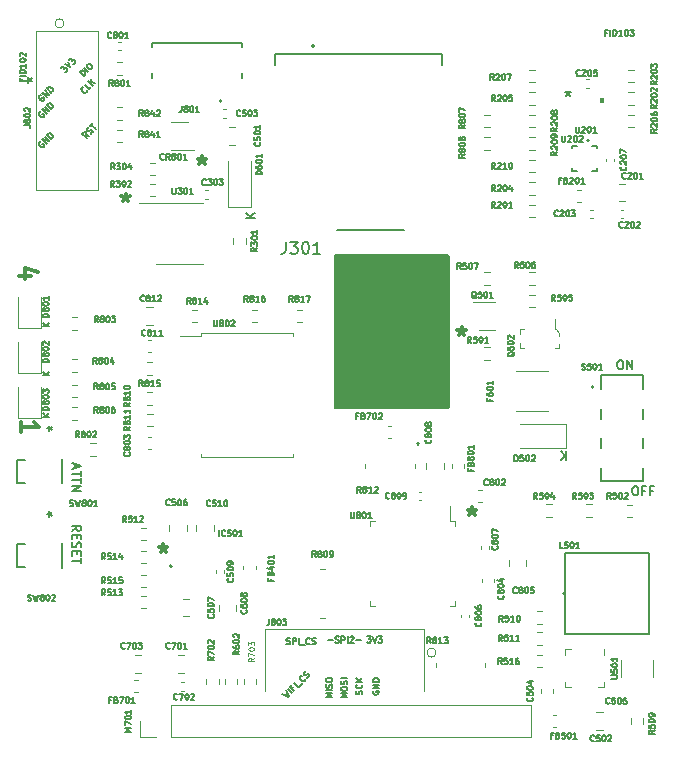
<source format=gbr>
G04 #@! TF.GenerationSoftware,KiCad,Pcbnew,(6.0.7)*
G04 #@! TF.CreationDate,2023-03-13T09:14:11-05:00*
G04 #@! TF.ProjectId,SapphineMinimal,53617070-6869-46e6-954d-696e696d616c,rev?*
G04 #@! TF.SameCoordinates,Original*
G04 #@! TF.FileFunction,Legend,Top*
G04 #@! TF.FilePolarity,Positive*
%FSLAX46Y46*%
G04 Gerber Fmt 4.6, Leading zero omitted, Abs format (unit mm)*
G04 Created by KiCad (PCBNEW (6.0.7)) date 2023-03-13 09:14:11*
%MOMM*%
%LPD*%
G01*
G04 APERTURE LIST*
%ADD10C,0.300000*%
%ADD11C,0.152400*%
%ADD12C,0.127000*%
%ADD13C,0.150000*%
%ADD14C,0.120650*%
%ADD15C,0.120000*%
%ADD16C,0.200000*%
%ADD17C,0.100000*%
G04 APERTURE END LIST*
D10*
X89537278Y-110115189D02*
X89537278Y-110472332D01*
X89180135Y-110329475D02*
X89537278Y-110472332D01*
X89894420Y-110329475D01*
X89322992Y-110758046D02*
X89537278Y-110472332D01*
X89751563Y-110758046D01*
D11*
X128173563Y-94571332D02*
X128318706Y-94571332D01*
X128391278Y-94607618D01*
X128463849Y-94680189D01*
X128500135Y-94825332D01*
X128500135Y-95079332D01*
X128463849Y-95224475D01*
X128391278Y-95297046D01*
X128318706Y-95333332D01*
X128173563Y-95333332D01*
X128100992Y-95297046D01*
X128028420Y-95224475D01*
X127992135Y-95079332D01*
X127992135Y-94825332D01*
X128028420Y-94680189D01*
X128100992Y-94607618D01*
X128173563Y-94571332D01*
X128826706Y-95333332D02*
X128826706Y-94571332D01*
X129262135Y-95333332D01*
X129262135Y-94571332D01*
D10*
X86354278Y-80451189D02*
X86354278Y-80808332D01*
X85997135Y-80665475D02*
X86354278Y-80808332D01*
X86711420Y-80665475D01*
X86139992Y-81094046D02*
X86354278Y-80808332D01*
X86568563Y-81094046D01*
D12*
X103497230Y-118266760D02*
X103893420Y-118266760D01*
X104116278Y-118440094D02*
X104190563Y-118464856D01*
X104314373Y-118464856D01*
X104363897Y-118440094D01*
X104388658Y-118415332D01*
X104413420Y-118365808D01*
X104413420Y-118316284D01*
X104388658Y-118266760D01*
X104363897Y-118241998D01*
X104314373Y-118217237D01*
X104215325Y-118192475D01*
X104165801Y-118167713D01*
X104141039Y-118142951D01*
X104116278Y-118093427D01*
X104116278Y-118043903D01*
X104141039Y-117994379D01*
X104165801Y-117969618D01*
X104215325Y-117944856D01*
X104339135Y-117944856D01*
X104413420Y-117969618D01*
X104636278Y-118464856D02*
X104636278Y-117944856D01*
X104834373Y-117944856D01*
X104883897Y-117969618D01*
X104908658Y-117994379D01*
X104933420Y-118043903D01*
X104933420Y-118118189D01*
X104908658Y-118167713D01*
X104883897Y-118192475D01*
X104834373Y-118217237D01*
X104636278Y-118217237D01*
X105156278Y-118464856D02*
X105156278Y-117944856D01*
X105379135Y-117994379D02*
X105403897Y-117969618D01*
X105453420Y-117944856D01*
X105577230Y-117944856D01*
X105626754Y-117969618D01*
X105651516Y-117994379D01*
X105676278Y-118043903D01*
X105676278Y-118093427D01*
X105651516Y-118167713D01*
X105354373Y-118464856D01*
X105676278Y-118464856D01*
X105899135Y-118266760D02*
X106295325Y-118266760D01*
X79858862Y-95847058D02*
X79338862Y-95847058D01*
X79858862Y-95549915D02*
X79561719Y-95772772D01*
X79338862Y-95549915D02*
X79636004Y-95847058D01*
X79159281Y-72097919D02*
X79106753Y-72115428D01*
X79054225Y-72167956D01*
X79019206Y-72237993D01*
X79019206Y-72308030D01*
X79036716Y-72360558D01*
X79089244Y-72448105D01*
X79141771Y-72500633D01*
X79229318Y-72553161D01*
X79281846Y-72570670D01*
X79351883Y-72570670D01*
X79421920Y-72535651D01*
X79456939Y-72500633D01*
X79491958Y-72430596D01*
X79491958Y-72395577D01*
X79369392Y-72273012D01*
X79299355Y-72343049D01*
X79684560Y-72273012D02*
X79316865Y-71905316D01*
X79894672Y-72062900D01*
X79526976Y-71695205D01*
X80069765Y-71887807D02*
X79702069Y-71520111D01*
X79789616Y-71432565D01*
X79859653Y-71397546D01*
X79929690Y-71397546D01*
X79982218Y-71415056D01*
X80069765Y-71467584D01*
X80122293Y-71520111D01*
X80174821Y-71607658D01*
X80192330Y-71660186D01*
X80192330Y-71730223D01*
X80157311Y-71800260D01*
X80069765Y-71887807D01*
X99641644Y-122827536D02*
X100096886Y-123107685D01*
X99904284Y-122775009D01*
X100236961Y-122967611D01*
X99956812Y-122512369D01*
X100464582Y-122739990D02*
X100096886Y-122372294D01*
X100569638Y-122249729D02*
X100447073Y-122372294D01*
X100639675Y-122564897D02*
X100271980Y-122197201D01*
X100447073Y-122022108D01*
X100954843Y-122249729D02*
X100587147Y-121882034D01*
X101077408Y-122197201D02*
X101357557Y-121917052D01*
X101585178Y-121549357D02*
X101585178Y-121584375D01*
X101550159Y-121654413D01*
X101515141Y-121689431D01*
X101445103Y-121724450D01*
X101375066Y-121724450D01*
X101322538Y-121706941D01*
X101234992Y-121654413D01*
X101182464Y-121601885D01*
X101129936Y-121514338D01*
X101112426Y-121461810D01*
X101112426Y-121391773D01*
X101147445Y-121321736D01*
X101182464Y-121286717D01*
X101252501Y-121251699D01*
X101287520Y-121251699D01*
X101742762Y-121426792D02*
X101812799Y-121391773D01*
X101900345Y-121304226D01*
X101917855Y-121251699D01*
X101917855Y-121216680D01*
X101900345Y-121164152D01*
X101865327Y-121129133D01*
X101812799Y-121111624D01*
X101777780Y-121111624D01*
X101725252Y-121129133D01*
X101637706Y-121181661D01*
X101585178Y-121199171D01*
X101550159Y-121199171D01*
X101497631Y-121181661D01*
X101462613Y-121146643D01*
X101445103Y-121094115D01*
X101445103Y-121059096D01*
X101462613Y-121006568D01*
X101550159Y-120919022D01*
X101620196Y-120884003D01*
X106792468Y-117944856D02*
X107114373Y-117944856D01*
X106941039Y-118142951D01*
X107015325Y-118142951D01*
X107064849Y-118167713D01*
X107089611Y-118192475D01*
X107114373Y-118241998D01*
X107114373Y-118365808D01*
X107089611Y-118415332D01*
X107064849Y-118440094D01*
X107015325Y-118464856D01*
X106866754Y-118464856D01*
X106817230Y-118440094D01*
X106792468Y-118415332D01*
X107262944Y-117944856D02*
X107436278Y-118464856D01*
X107609611Y-117944856D01*
X107733420Y-117944856D02*
X108055325Y-117944856D01*
X107881992Y-118142951D01*
X107956278Y-118142951D01*
X108005801Y-118167713D01*
X108030563Y-118192475D01*
X108055325Y-118241998D01*
X108055325Y-118365808D01*
X108030563Y-118415332D01*
X108005801Y-118440094D01*
X107956278Y-118464856D01*
X107807706Y-118464856D01*
X107758182Y-118440094D01*
X107733420Y-118415332D01*
X79159281Y-73494919D02*
X79106753Y-73512428D01*
X79054225Y-73564956D01*
X79019206Y-73634993D01*
X79019206Y-73705030D01*
X79036716Y-73757558D01*
X79089244Y-73845105D01*
X79141771Y-73897633D01*
X79229318Y-73950161D01*
X79281846Y-73967670D01*
X79351883Y-73967670D01*
X79421920Y-73932651D01*
X79456939Y-73897633D01*
X79491958Y-73827596D01*
X79491958Y-73792577D01*
X79369392Y-73670012D01*
X79299355Y-73740049D01*
X79684560Y-73670012D02*
X79316865Y-73302316D01*
X79894672Y-73459900D01*
X79526976Y-73092205D01*
X80069765Y-73284807D02*
X79702069Y-72917111D01*
X79789616Y-72829565D01*
X79859653Y-72794546D01*
X79929690Y-72794546D01*
X79982218Y-72812056D01*
X80069765Y-72864584D01*
X80122293Y-72917111D01*
X80174821Y-73004658D01*
X80192330Y-73057186D01*
X80192330Y-73127223D01*
X80157311Y-73197260D01*
X80069765Y-73284807D01*
D11*
X97350992Y-82483181D02*
X96588992Y-82483181D01*
X97350992Y-82047752D02*
X96915563Y-82374324D01*
X96588992Y-82047752D02*
X97024420Y-82483181D01*
D12*
X99975182Y-118567094D02*
X100049468Y-118591856D01*
X100173278Y-118591856D01*
X100222801Y-118567094D01*
X100247563Y-118542332D01*
X100272325Y-118492808D01*
X100272325Y-118443284D01*
X100247563Y-118393760D01*
X100222801Y-118368998D01*
X100173278Y-118344237D01*
X100074230Y-118319475D01*
X100024706Y-118294713D01*
X99999944Y-118269951D01*
X99975182Y-118220427D01*
X99975182Y-118170903D01*
X99999944Y-118121379D01*
X100024706Y-118096618D01*
X100074230Y-118071856D01*
X100198039Y-118071856D01*
X100272325Y-118096618D01*
X100495182Y-118591856D02*
X100495182Y-118071856D01*
X100693278Y-118071856D01*
X100742801Y-118096618D01*
X100767563Y-118121379D01*
X100792325Y-118170903D01*
X100792325Y-118245189D01*
X100767563Y-118294713D01*
X100742801Y-118319475D01*
X100693278Y-118344237D01*
X100495182Y-118344237D01*
X101015182Y-118591856D02*
X101015182Y-118071856D01*
X101138992Y-118641379D02*
X101535182Y-118641379D01*
X101956135Y-118542332D02*
X101931373Y-118567094D01*
X101857087Y-118591856D01*
X101807563Y-118591856D01*
X101733278Y-118567094D01*
X101683754Y-118517570D01*
X101658992Y-118468046D01*
X101634230Y-118368998D01*
X101634230Y-118294713D01*
X101658992Y-118195665D01*
X101683754Y-118146141D01*
X101733278Y-118096618D01*
X101807563Y-118071856D01*
X101857087Y-118071856D01*
X101931373Y-118096618D01*
X101956135Y-118121379D01*
X102154230Y-118567094D02*
X102228516Y-118591856D01*
X102352325Y-118591856D01*
X102401849Y-118567094D01*
X102426611Y-118542332D01*
X102451373Y-118492808D01*
X102451373Y-118443284D01*
X102426611Y-118393760D01*
X102401849Y-118368998D01*
X102352325Y-118344237D01*
X102253278Y-118319475D01*
X102203754Y-118294713D01*
X102178992Y-118269951D01*
X102154230Y-118220427D01*
X102154230Y-118170903D01*
X102178992Y-118121379D01*
X102203754Y-118096618D01*
X102253278Y-118071856D01*
X102377087Y-118071856D01*
X102451373Y-118096618D01*
X83091731Y-71716804D02*
X83091731Y-71751822D01*
X83056712Y-71821860D01*
X83021694Y-71856878D01*
X82951656Y-71891897D01*
X82881619Y-71891897D01*
X82829091Y-71874388D01*
X82741545Y-71821860D01*
X82689017Y-71769332D01*
X82636489Y-71681785D01*
X82618980Y-71629257D01*
X82618980Y-71559220D01*
X82653998Y-71489183D01*
X82689017Y-71454164D01*
X82759054Y-71419145D01*
X82794073Y-71419145D01*
X83459426Y-71419145D02*
X83284333Y-71594239D01*
X82916638Y-71226543D01*
X83581992Y-71296580D02*
X83214296Y-70928885D01*
X83792103Y-71086469D02*
X83424408Y-71033941D01*
X83424408Y-70718773D02*
X83424408Y-71138996D01*
X82842166Y-70512406D02*
X82474470Y-70144711D01*
X82562017Y-70057164D01*
X82632054Y-70022145D01*
X82702091Y-70022145D01*
X82754619Y-70039655D01*
X82842166Y-70092183D01*
X82894694Y-70144711D01*
X82947222Y-70232257D01*
X82964731Y-70284785D01*
X82964731Y-70354822D01*
X82929712Y-70424860D01*
X82842166Y-70512406D01*
X83209861Y-70144711D02*
X82842166Y-69777015D01*
X83087296Y-69531885D02*
X83157333Y-69461847D01*
X83209861Y-69444338D01*
X83279899Y-69444338D01*
X83367445Y-69496866D01*
X83490010Y-69619431D01*
X83542538Y-69706978D01*
X83542538Y-69777015D01*
X83525029Y-69829543D01*
X83454992Y-69899580D01*
X83402464Y-69917090D01*
X83332426Y-69917090D01*
X83244880Y-69864562D01*
X83122315Y-69741996D01*
X83069787Y-69654450D01*
X83069787Y-69584413D01*
X83087296Y-69531885D01*
X83271259Y-75544313D02*
X82973601Y-75491785D01*
X83061147Y-75754425D02*
X82693452Y-75386729D01*
X82833526Y-75246655D01*
X82886054Y-75229145D01*
X82921073Y-75229145D01*
X82973601Y-75246655D01*
X83026129Y-75299183D01*
X83043638Y-75351711D01*
X83043638Y-75386729D01*
X83026129Y-75439257D01*
X82886054Y-75579332D01*
X83393824Y-75386729D02*
X83463861Y-75351711D01*
X83551408Y-75264164D01*
X83568917Y-75211636D01*
X83568917Y-75176618D01*
X83551408Y-75124090D01*
X83516389Y-75089071D01*
X83463861Y-75071562D01*
X83428843Y-75071562D01*
X83376315Y-75089071D01*
X83288768Y-75141599D01*
X83236240Y-75159108D01*
X83201222Y-75159108D01*
X83148694Y-75141599D01*
X83113675Y-75106580D01*
X83096166Y-75054052D01*
X83096166Y-75019034D01*
X83113675Y-74966506D01*
X83201222Y-74878959D01*
X83271259Y-74843941D01*
X83358805Y-74721375D02*
X83568917Y-74511264D01*
X83831557Y-74984015D02*
X83463861Y-74616320D01*
X79159281Y-76034919D02*
X79106753Y-76052428D01*
X79054225Y-76104956D01*
X79019206Y-76174993D01*
X79019206Y-76245030D01*
X79036716Y-76297558D01*
X79089244Y-76385105D01*
X79141771Y-76437633D01*
X79229318Y-76490161D01*
X79281846Y-76507670D01*
X79351883Y-76507670D01*
X79421920Y-76472651D01*
X79456939Y-76437633D01*
X79491958Y-76367596D01*
X79491958Y-76332577D01*
X79369392Y-76210012D01*
X79299355Y-76280049D01*
X79684560Y-76210012D02*
X79316865Y-75842316D01*
X79894672Y-75999900D01*
X79526976Y-75632205D01*
X80069765Y-75824807D02*
X79702069Y-75457111D01*
X79789616Y-75369565D01*
X79859653Y-75334546D01*
X79929690Y-75334546D01*
X79982218Y-75352056D01*
X80069765Y-75404584D01*
X80122293Y-75457111D01*
X80174821Y-75544658D01*
X80192330Y-75597186D01*
X80192330Y-75667223D01*
X80157311Y-75737260D01*
X80069765Y-75824807D01*
X106376754Y-122835189D02*
X106401516Y-122760903D01*
X106401516Y-122637094D01*
X106376754Y-122587570D01*
X106351992Y-122562808D01*
X106302468Y-122538046D01*
X106252944Y-122538046D01*
X106203420Y-122562808D01*
X106178658Y-122587570D01*
X106153897Y-122637094D01*
X106129135Y-122736141D01*
X106104373Y-122785665D01*
X106079611Y-122810427D01*
X106030087Y-122835189D01*
X105980563Y-122835189D01*
X105931039Y-122810427D01*
X105906278Y-122785665D01*
X105881516Y-122736141D01*
X105881516Y-122612332D01*
X105906278Y-122538046D01*
X106351992Y-122018046D02*
X106376754Y-122042808D01*
X106401516Y-122117094D01*
X106401516Y-122166618D01*
X106376754Y-122240903D01*
X106327230Y-122290427D01*
X106277706Y-122315189D01*
X106178658Y-122339951D01*
X106104373Y-122339951D01*
X106005325Y-122315189D01*
X105955801Y-122290427D01*
X105906278Y-122240903D01*
X105881516Y-122166618D01*
X105881516Y-122117094D01*
X105906278Y-122042808D01*
X105931039Y-122018046D01*
X106401516Y-121795189D02*
X105881516Y-121795189D01*
X106401516Y-121498046D02*
X106104373Y-121720903D01*
X105881516Y-121498046D02*
X106178658Y-121795189D01*
X107303278Y-122562808D02*
X107278516Y-122612332D01*
X107278516Y-122686618D01*
X107303278Y-122760903D01*
X107352801Y-122810427D01*
X107402325Y-122835189D01*
X107501373Y-122859951D01*
X107575658Y-122859951D01*
X107674706Y-122835189D01*
X107724230Y-122810427D01*
X107773754Y-122760903D01*
X107798516Y-122686618D01*
X107798516Y-122637094D01*
X107773754Y-122562808D01*
X107748992Y-122538046D01*
X107575658Y-122538046D01*
X107575658Y-122637094D01*
X107798516Y-122315189D02*
X107278516Y-122315189D01*
X107798516Y-122018046D01*
X107278516Y-122018046D01*
X107798516Y-121770427D02*
X107278516Y-121770427D01*
X107278516Y-121646618D01*
X107303278Y-121572332D01*
X107352801Y-121522808D01*
X107402325Y-121498046D01*
X107501373Y-121473284D01*
X107575658Y-121473284D01*
X107674706Y-121498046D01*
X107724230Y-121522808D01*
X107773754Y-121572332D01*
X107798516Y-121646618D01*
X107798516Y-121770427D01*
D10*
X115691278Y-106994189D02*
X115691278Y-107351332D01*
X115334135Y-107208475D02*
X115691278Y-107351332D01*
X116048420Y-107208475D01*
X115476992Y-107637046D02*
X115691278Y-107351332D01*
X115905563Y-107637046D01*
D12*
X105131516Y-123110760D02*
X104611516Y-123110760D01*
X104982944Y-122937427D01*
X104611516Y-122764094D01*
X105131516Y-122764094D01*
X104611516Y-122417427D02*
X104611516Y-122318379D01*
X104636278Y-122268856D01*
X104685801Y-122219332D01*
X104784849Y-122194570D01*
X104958182Y-122194570D01*
X105057230Y-122219332D01*
X105106754Y-122268856D01*
X105131516Y-122318379D01*
X105131516Y-122417427D01*
X105106754Y-122466951D01*
X105057230Y-122516475D01*
X104958182Y-122541237D01*
X104784849Y-122541237D01*
X104685801Y-122516475D01*
X104636278Y-122466951D01*
X104611516Y-122417427D01*
X105106754Y-121996475D02*
X105131516Y-121922189D01*
X105131516Y-121798379D01*
X105106754Y-121748856D01*
X105081992Y-121724094D01*
X105032468Y-121699332D01*
X104982944Y-121699332D01*
X104933420Y-121724094D01*
X104908658Y-121748856D01*
X104883897Y-121798379D01*
X104859135Y-121897427D01*
X104834373Y-121946951D01*
X104809611Y-121971713D01*
X104760087Y-121996475D01*
X104710563Y-121996475D01*
X104661039Y-121971713D01*
X104636278Y-121946951D01*
X104611516Y-121897427D01*
X104611516Y-121773618D01*
X104636278Y-121699332D01*
X105131516Y-121476475D02*
X104611516Y-121476475D01*
D11*
X81818563Y-108994903D02*
X82181420Y-108740903D01*
X81818563Y-108559475D02*
X82580563Y-108559475D01*
X82580563Y-108849760D01*
X82544278Y-108922332D01*
X82507992Y-108958618D01*
X82435420Y-108994903D01*
X82326563Y-108994903D01*
X82253992Y-108958618D01*
X82217706Y-108922332D01*
X82181420Y-108849760D01*
X82181420Y-108559475D01*
X82217706Y-109321475D02*
X82217706Y-109575475D01*
X81818563Y-109684332D02*
X81818563Y-109321475D01*
X82580563Y-109321475D01*
X82580563Y-109684332D01*
X81854849Y-109974618D02*
X81818563Y-110083475D01*
X81818563Y-110264903D01*
X81854849Y-110337475D01*
X81891135Y-110373760D01*
X81963706Y-110410046D01*
X82036278Y-110410046D01*
X82108849Y-110373760D01*
X82145135Y-110337475D01*
X82181420Y-110264903D01*
X82217706Y-110119760D01*
X82253992Y-110047189D01*
X82290278Y-110010903D01*
X82362849Y-109974618D01*
X82435420Y-109974618D01*
X82507992Y-110010903D01*
X82544278Y-110047189D01*
X82580563Y-110119760D01*
X82580563Y-110301189D01*
X82544278Y-110410046D01*
X82217706Y-110736618D02*
X82217706Y-110990618D01*
X81818563Y-111099475D02*
X81818563Y-110736618D01*
X82580563Y-110736618D01*
X82580563Y-111099475D01*
X82580563Y-111317189D02*
X82580563Y-111752618D01*
X81818563Y-111534903D02*
X82580563Y-111534903D01*
D10*
X114802278Y-91754189D02*
X114802278Y-92111332D01*
X114445135Y-91968475D02*
X114802278Y-92111332D01*
X115159420Y-91968475D01*
X114587992Y-92397046D02*
X114802278Y-92111332D01*
X115016563Y-92397046D01*
D11*
X129443563Y-105239332D02*
X129588706Y-105239332D01*
X129661278Y-105275618D01*
X129733849Y-105348189D01*
X129770135Y-105493332D01*
X129770135Y-105747332D01*
X129733849Y-105892475D01*
X129661278Y-105965046D01*
X129588706Y-106001332D01*
X129443563Y-106001332D01*
X129370992Y-105965046D01*
X129298420Y-105892475D01*
X129262135Y-105747332D01*
X129262135Y-105493332D01*
X129298420Y-105348189D01*
X129370992Y-105275618D01*
X129443563Y-105239332D01*
X130350706Y-105602189D02*
X130096706Y-105602189D01*
X130096706Y-106001332D02*
X130096706Y-105239332D01*
X130459563Y-105239332D01*
X131003849Y-105602189D02*
X130749849Y-105602189D01*
X130749849Y-106001332D02*
X130749849Y-105239332D01*
X131112706Y-105239332D01*
D12*
X79880676Y-99359783D02*
X79360676Y-99359783D01*
X79880676Y-99062640D02*
X79583533Y-99285497D01*
X79360676Y-99062640D02*
X79657818Y-99359783D01*
X79858516Y-91695808D02*
X79338516Y-91695808D01*
X79858516Y-91398665D02*
X79561373Y-91621522D01*
X79338516Y-91398665D02*
X79635658Y-91695808D01*
D10*
X77547706Y-100624189D02*
X77547706Y-99767046D01*
X77547706Y-100195618D02*
X79047706Y-100195618D01*
X78833420Y-100052760D01*
X78690563Y-99909903D01*
X78619135Y-99767046D01*
D12*
X80871678Y-69842503D02*
X81099299Y-69614881D01*
X81116809Y-69877521D01*
X81169337Y-69824993D01*
X81221865Y-69807484D01*
X81256883Y-69807484D01*
X81309411Y-69824993D01*
X81396958Y-69912540D01*
X81414467Y-69965068D01*
X81414467Y-70000086D01*
X81396958Y-70052614D01*
X81291902Y-70157670D01*
X81239374Y-70175179D01*
X81204355Y-70175179D01*
X81204355Y-69509826D02*
X81694616Y-69754956D01*
X81449486Y-69264695D01*
X81537032Y-69177149D02*
X81764653Y-68949528D01*
X81782163Y-69212167D01*
X81834690Y-69159639D01*
X81887218Y-69142130D01*
X81922237Y-69142130D01*
X81974765Y-69159639D01*
X82062311Y-69247186D01*
X82079821Y-69299714D01*
X82079821Y-69334732D01*
X82062311Y-69387260D01*
X81957256Y-69492316D01*
X81904728Y-69509826D01*
X81869709Y-69509826D01*
D10*
X78344506Y-87451132D02*
X77344506Y-87451132D01*
X78915935Y-87093989D02*
X77844506Y-86736846D01*
X77844506Y-87665418D01*
X92831278Y-77276189D02*
X92831278Y-77633332D01*
X92474135Y-77490475D02*
X92831278Y-77633332D01*
X93188420Y-77490475D01*
X92616992Y-77919046D02*
X92831278Y-77633332D01*
X93045563Y-77919046D01*
D11*
X82036278Y-103352475D02*
X82036278Y-103715332D01*
X81818563Y-103279903D02*
X82580563Y-103533903D01*
X81818563Y-103787903D01*
X82580563Y-103933046D02*
X82580563Y-104368475D01*
X81818563Y-104150760D02*
X82580563Y-104150760D01*
X82580563Y-104513618D02*
X82580563Y-104949046D01*
X81818563Y-104731332D02*
X82580563Y-104731332D01*
X81818563Y-105203046D02*
X82580563Y-105203046D01*
X81818563Y-105638475D01*
X82580563Y-105638475D01*
D12*
X103861516Y-123110760D02*
X103341516Y-123110760D01*
X103712944Y-122937427D01*
X103341516Y-122764094D01*
X103861516Y-122764094D01*
X103861516Y-122516475D02*
X103341516Y-122516475D01*
X103836754Y-122293618D02*
X103861516Y-122219332D01*
X103861516Y-122095522D01*
X103836754Y-122045998D01*
X103811992Y-122021237D01*
X103762468Y-121996475D01*
X103712944Y-121996475D01*
X103663420Y-122021237D01*
X103638658Y-122045998D01*
X103613897Y-122095522D01*
X103589135Y-122194570D01*
X103564373Y-122244094D01*
X103539611Y-122268856D01*
X103490087Y-122293618D01*
X103440563Y-122293618D01*
X103391039Y-122268856D01*
X103366278Y-122244094D01*
X103341516Y-122194570D01*
X103341516Y-122070760D01*
X103366278Y-121996475D01*
X103341516Y-121674570D02*
X103341516Y-121575522D01*
X103366278Y-121525998D01*
X103415801Y-121476475D01*
X103514849Y-121451713D01*
X103688182Y-121451713D01*
X103787230Y-121476475D01*
X103836754Y-121525998D01*
X103861516Y-121575522D01*
X103861516Y-121674570D01*
X103836754Y-121724094D01*
X103787230Y-121773618D01*
X103688182Y-121798379D01*
X103514849Y-121798379D01*
X103415801Y-121773618D01*
X103366278Y-121724094D01*
X103341516Y-121674570D01*
D11*
X123637849Y-102263903D02*
X123637849Y-103025903D01*
X123202420Y-102263903D02*
X123528992Y-102699332D01*
X123202420Y-103025903D02*
X123637849Y-102590475D01*
D12*
X117662801Y-78327427D02*
X117493468Y-78085522D01*
X117372516Y-78327427D02*
X117372516Y-77819427D01*
X117566039Y-77819427D01*
X117614420Y-77843618D01*
X117638611Y-77867808D01*
X117662801Y-77916189D01*
X117662801Y-77988760D01*
X117638611Y-78037141D01*
X117614420Y-78061332D01*
X117566039Y-78085522D01*
X117372516Y-78085522D01*
X117856325Y-77867808D02*
X117880516Y-77843618D01*
X117928897Y-77819427D01*
X118049849Y-77819427D01*
X118098230Y-77843618D01*
X118122420Y-77867808D01*
X118146611Y-77916189D01*
X118146611Y-77964570D01*
X118122420Y-78037141D01*
X117832135Y-78327427D01*
X118146611Y-78327427D01*
X118630420Y-78327427D02*
X118340135Y-78327427D01*
X118485278Y-78327427D02*
X118485278Y-77819427D01*
X118436897Y-77891998D01*
X118388516Y-77940379D01*
X118340135Y-77964570D01*
X118944897Y-77819427D02*
X118993278Y-77819427D01*
X119041658Y-77843618D01*
X119065849Y-77867808D01*
X119090039Y-77916189D01*
X119114230Y-78012951D01*
X119114230Y-78133903D01*
X119090039Y-78230665D01*
X119065849Y-78279046D01*
X119041658Y-78303237D01*
X118993278Y-78327427D01*
X118944897Y-78327427D01*
X118896516Y-78303237D01*
X118872325Y-78279046D01*
X118848135Y-78230665D01*
X118823944Y-78133903D01*
X118823944Y-78012951D01*
X118848135Y-77916189D01*
X118872325Y-77867808D01*
X118896516Y-77843618D01*
X118944897Y-77819427D01*
X82435211Y-101077076D02*
X82265878Y-100835171D01*
X82144926Y-101077076D02*
X82144926Y-100569076D01*
X82338449Y-100569076D01*
X82386830Y-100593267D01*
X82411021Y-100617457D01*
X82435211Y-100665838D01*
X82435211Y-100738409D01*
X82411021Y-100786790D01*
X82386830Y-100810981D01*
X82338449Y-100835171D01*
X82144926Y-100835171D01*
X82725497Y-100786790D02*
X82677116Y-100762600D01*
X82652926Y-100738409D01*
X82628735Y-100690028D01*
X82628735Y-100665838D01*
X82652926Y-100617457D01*
X82677116Y-100593267D01*
X82725497Y-100569076D01*
X82822259Y-100569076D01*
X82870640Y-100593267D01*
X82894830Y-100617457D01*
X82919021Y-100665838D01*
X82919021Y-100690028D01*
X82894830Y-100738409D01*
X82870640Y-100762600D01*
X82822259Y-100786790D01*
X82725497Y-100786790D01*
X82677116Y-100810981D01*
X82652926Y-100835171D01*
X82628735Y-100883552D01*
X82628735Y-100980314D01*
X82652926Y-101028695D01*
X82677116Y-101052886D01*
X82725497Y-101077076D01*
X82822259Y-101077076D01*
X82870640Y-101052886D01*
X82894830Y-101028695D01*
X82919021Y-100980314D01*
X82919021Y-100883552D01*
X82894830Y-100835171D01*
X82870640Y-100810981D01*
X82822259Y-100786790D01*
X83233497Y-100569076D02*
X83281878Y-100569076D01*
X83330259Y-100593267D01*
X83354449Y-100617457D01*
X83378640Y-100665838D01*
X83402830Y-100762600D01*
X83402830Y-100883552D01*
X83378640Y-100980314D01*
X83354449Y-101028695D01*
X83330259Y-101052886D01*
X83281878Y-101077076D01*
X83233497Y-101077076D01*
X83185116Y-101052886D01*
X83160926Y-101028695D01*
X83136735Y-100980314D01*
X83112545Y-100883552D01*
X83112545Y-100762600D01*
X83136735Y-100665838D01*
X83160926Y-100617457D01*
X83185116Y-100593267D01*
X83233497Y-100569076D01*
X83596354Y-100617457D02*
X83620545Y-100593267D01*
X83668926Y-100569076D01*
X83789878Y-100569076D01*
X83838259Y-100593267D01*
X83862449Y-100617457D01*
X83886640Y-100665838D01*
X83886640Y-100714219D01*
X83862449Y-100786790D01*
X83572164Y-101077076D01*
X83886640Y-101077076D01*
X77795687Y-74661360D02*
X78158544Y-74661360D01*
X78231116Y-74685551D01*
X78279497Y-74733932D01*
X78303687Y-74806503D01*
X78303687Y-74854884D01*
X78013401Y-74346884D02*
X77989211Y-74395265D01*
X77965020Y-74419456D01*
X77916639Y-74443646D01*
X77892449Y-74443646D01*
X77844068Y-74419456D01*
X77819878Y-74395265D01*
X77795687Y-74346884D01*
X77795687Y-74250122D01*
X77819878Y-74201741D01*
X77844068Y-74177551D01*
X77892449Y-74153360D01*
X77916639Y-74153360D01*
X77965020Y-74177551D01*
X77989211Y-74201741D01*
X78013401Y-74250122D01*
X78013401Y-74346884D01*
X78037592Y-74395265D01*
X78061782Y-74419456D01*
X78110163Y-74443646D01*
X78206925Y-74443646D01*
X78255306Y-74419456D01*
X78279497Y-74395265D01*
X78303687Y-74346884D01*
X78303687Y-74250122D01*
X78279497Y-74201741D01*
X78255306Y-74177551D01*
X78206925Y-74153360D01*
X78110163Y-74153360D01*
X78061782Y-74177551D01*
X78037592Y-74201741D01*
X78013401Y-74250122D01*
X77795687Y-73838884D02*
X77795687Y-73790503D01*
X77819878Y-73742122D01*
X77844068Y-73717932D01*
X77892449Y-73693741D01*
X77989211Y-73669551D01*
X78110163Y-73669551D01*
X78206925Y-73693741D01*
X78255306Y-73717932D01*
X78279497Y-73742122D01*
X78303687Y-73790503D01*
X78303687Y-73838884D01*
X78279497Y-73887265D01*
X78255306Y-73911456D01*
X78206925Y-73935646D01*
X78110163Y-73959837D01*
X77989211Y-73959837D01*
X77892449Y-73935646D01*
X77844068Y-73911456D01*
X77819878Y-73887265D01*
X77795687Y-73838884D01*
X77844068Y-73476027D02*
X77819878Y-73451837D01*
X77795687Y-73403456D01*
X77795687Y-73282503D01*
X77819878Y-73234122D01*
X77844068Y-73209932D01*
X77892449Y-73185741D01*
X77940830Y-73185741D01*
X78013401Y-73209932D01*
X78303687Y-73500218D01*
X78303687Y-73185741D01*
D13*
X77983458Y-70807818D02*
X78221554Y-70807818D01*
X78126316Y-71045913D02*
X78221554Y-70807818D01*
X78126316Y-70569722D01*
X78412030Y-70950675D02*
X78221554Y-70807818D01*
X78412030Y-70664960D01*
D14*
X97240597Y-119785670D02*
X97010787Y-119946537D01*
X97240597Y-120061441D02*
X96757997Y-120061441D01*
X96757997Y-119877594D01*
X96780978Y-119831632D01*
X96803958Y-119808651D01*
X96849920Y-119785670D01*
X96918863Y-119785670D01*
X96964825Y-119808651D01*
X96987806Y-119831632D01*
X97010787Y-119877594D01*
X97010787Y-120061441D01*
X96757997Y-119624803D02*
X96757997Y-119303070D01*
X97240597Y-119509898D01*
X96757997Y-119027298D02*
X96757997Y-118981337D01*
X96780978Y-118935375D01*
X96803958Y-118912394D01*
X96849920Y-118889413D01*
X96941844Y-118866432D01*
X97056749Y-118866432D01*
X97148673Y-118889413D01*
X97194635Y-118912394D01*
X97217616Y-118935375D01*
X97240597Y-118981337D01*
X97240597Y-119027298D01*
X97217616Y-119073260D01*
X97194635Y-119096241D01*
X97148673Y-119119222D01*
X97056749Y-119142203D01*
X96941844Y-119142203D01*
X96849920Y-119119222D01*
X96803958Y-119096241D01*
X96780978Y-119073260D01*
X96757997Y-119027298D01*
X96757997Y-118705565D02*
X96757997Y-118406813D01*
X96941844Y-118567679D01*
X96941844Y-118498737D01*
X96964825Y-118452775D01*
X96987806Y-118429794D01*
X97033768Y-118406813D01*
X97148673Y-118406813D01*
X97194635Y-118429794D01*
X97217616Y-118452775D01*
X97240597Y-118498737D01*
X97240597Y-118636622D01*
X97217616Y-118682584D01*
X97194635Y-118705565D01*
D12*
X117662801Y-72612427D02*
X117493468Y-72370522D01*
X117372516Y-72612427D02*
X117372516Y-72104427D01*
X117566039Y-72104427D01*
X117614420Y-72128618D01*
X117638611Y-72152808D01*
X117662801Y-72201189D01*
X117662801Y-72273760D01*
X117638611Y-72322141D01*
X117614420Y-72346332D01*
X117566039Y-72370522D01*
X117372516Y-72370522D01*
X117856325Y-72152808D02*
X117880516Y-72128618D01*
X117928897Y-72104427D01*
X118049849Y-72104427D01*
X118098230Y-72128618D01*
X118122420Y-72152808D01*
X118146611Y-72201189D01*
X118146611Y-72249570D01*
X118122420Y-72322141D01*
X117832135Y-72612427D01*
X118146611Y-72612427D01*
X118461087Y-72104427D02*
X118509468Y-72104427D01*
X118557849Y-72128618D01*
X118582039Y-72152808D01*
X118606230Y-72201189D01*
X118630420Y-72297951D01*
X118630420Y-72418903D01*
X118606230Y-72515665D01*
X118582039Y-72564046D01*
X118557849Y-72588237D01*
X118509468Y-72612427D01*
X118461087Y-72612427D01*
X118412706Y-72588237D01*
X118388516Y-72564046D01*
X118364325Y-72515665D01*
X118340135Y-72418903D01*
X118340135Y-72297951D01*
X118364325Y-72201189D01*
X118388516Y-72152808D01*
X118412706Y-72128618D01*
X118461087Y-72104427D01*
X119090039Y-72104427D02*
X118848135Y-72104427D01*
X118823944Y-72346332D01*
X118848135Y-72322141D01*
X118896516Y-72297951D01*
X119017468Y-72297951D01*
X119065849Y-72322141D01*
X119090039Y-72346332D01*
X119114230Y-72394713D01*
X119114230Y-72515665D01*
X119090039Y-72564046D01*
X119065849Y-72588237D01*
X119017468Y-72612427D01*
X118896516Y-72612427D01*
X118848135Y-72588237D01*
X118823944Y-72564046D01*
X87817801Y-75660427D02*
X87648468Y-75418522D01*
X87527516Y-75660427D02*
X87527516Y-75152427D01*
X87721039Y-75152427D01*
X87769420Y-75176618D01*
X87793611Y-75200808D01*
X87817801Y-75249189D01*
X87817801Y-75321760D01*
X87793611Y-75370141D01*
X87769420Y-75394332D01*
X87721039Y-75418522D01*
X87527516Y-75418522D01*
X88108087Y-75370141D02*
X88059706Y-75345951D01*
X88035516Y-75321760D01*
X88011325Y-75273379D01*
X88011325Y-75249189D01*
X88035516Y-75200808D01*
X88059706Y-75176618D01*
X88108087Y-75152427D01*
X88204849Y-75152427D01*
X88253230Y-75176618D01*
X88277420Y-75200808D01*
X88301611Y-75249189D01*
X88301611Y-75273379D01*
X88277420Y-75321760D01*
X88253230Y-75345951D01*
X88204849Y-75370141D01*
X88108087Y-75370141D01*
X88059706Y-75394332D01*
X88035516Y-75418522D01*
X88011325Y-75466903D01*
X88011325Y-75563665D01*
X88035516Y-75612046D01*
X88059706Y-75636237D01*
X88108087Y-75660427D01*
X88204849Y-75660427D01*
X88253230Y-75636237D01*
X88277420Y-75612046D01*
X88301611Y-75563665D01*
X88301611Y-75466903D01*
X88277420Y-75418522D01*
X88253230Y-75394332D01*
X88204849Y-75370141D01*
X88737039Y-75321760D02*
X88737039Y-75660427D01*
X88616087Y-75128237D02*
X88495135Y-75491094D01*
X88809611Y-75491094D01*
X89269230Y-75660427D02*
X88978944Y-75660427D01*
X89124087Y-75660427D02*
X89124087Y-75152427D01*
X89075706Y-75224998D01*
X89027325Y-75273379D01*
X88978944Y-75297570D01*
X85404801Y-79851427D02*
X85235468Y-79609522D01*
X85114516Y-79851427D02*
X85114516Y-79343427D01*
X85308039Y-79343427D01*
X85356420Y-79367618D01*
X85380611Y-79391808D01*
X85404801Y-79440189D01*
X85404801Y-79512760D01*
X85380611Y-79561141D01*
X85356420Y-79585332D01*
X85308039Y-79609522D01*
X85114516Y-79609522D01*
X85574135Y-79343427D02*
X85888611Y-79343427D01*
X85719278Y-79536951D01*
X85791849Y-79536951D01*
X85840230Y-79561141D01*
X85864420Y-79585332D01*
X85888611Y-79633713D01*
X85888611Y-79754665D01*
X85864420Y-79803046D01*
X85840230Y-79827237D01*
X85791849Y-79851427D01*
X85646706Y-79851427D01*
X85598325Y-79827237D01*
X85574135Y-79803046D01*
X86203087Y-79343427D02*
X86251468Y-79343427D01*
X86299849Y-79367618D01*
X86324039Y-79391808D01*
X86348230Y-79440189D01*
X86372420Y-79536951D01*
X86372420Y-79657903D01*
X86348230Y-79754665D01*
X86324039Y-79803046D01*
X86299849Y-79827237D01*
X86251468Y-79851427D01*
X86203087Y-79851427D01*
X86154706Y-79827237D01*
X86130516Y-79803046D01*
X86106325Y-79754665D01*
X86082135Y-79657903D01*
X86082135Y-79536951D01*
X86106325Y-79440189D01*
X86130516Y-79391808D01*
X86154706Y-79367618D01*
X86203087Y-79343427D01*
X86565944Y-79391808D02*
X86590135Y-79367618D01*
X86638516Y-79343427D01*
X86759468Y-79343427D01*
X86807849Y-79367618D01*
X86832039Y-79391808D01*
X86856230Y-79440189D01*
X86856230Y-79488570D01*
X86832039Y-79561141D01*
X86541754Y-79851427D01*
X86856230Y-79851427D01*
X131341753Y-72932640D02*
X131099848Y-73101973D01*
X131341753Y-73222925D02*
X130833753Y-73222925D01*
X130833753Y-73029402D01*
X130857944Y-72981021D01*
X130882134Y-72956830D01*
X130930515Y-72932640D01*
X131003086Y-72932640D01*
X131051467Y-72956830D01*
X131075658Y-72981021D01*
X131099848Y-73029402D01*
X131099848Y-73222925D01*
X130882134Y-72739116D02*
X130857944Y-72714925D01*
X130833753Y-72666544D01*
X130833753Y-72545592D01*
X130857944Y-72497211D01*
X130882134Y-72473021D01*
X130930515Y-72448830D01*
X130978896Y-72448830D01*
X131051467Y-72473021D01*
X131341753Y-72763306D01*
X131341753Y-72448830D01*
X130833753Y-72134354D02*
X130833753Y-72085973D01*
X130857944Y-72037592D01*
X130882134Y-72013402D01*
X130930515Y-71989211D01*
X131027277Y-71965021D01*
X131148229Y-71965021D01*
X131244991Y-71989211D01*
X131293372Y-72013402D01*
X131317563Y-72037592D01*
X131341753Y-72085973D01*
X131341753Y-72134354D01*
X131317563Y-72182735D01*
X131293372Y-72206925D01*
X131244991Y-72231116D01*
X131148229Y-72255306D01*
X131027277Y-72255306D01*
X130930515Y-72231116D01*
X130882134Y-72206925D01*
X130857944Y-72182735D01*
X130833753Y-72134354D01*
X130882134Y-71771497D02*
X130857944Y-71747306D01*
X130833753Y-71698925D01*
X130833753Y-71577973D01*
X130857944Y-71529592D01*
X130882134Y-71505402D01*
X130930515Y-71481211D01*
X130978896Y-71481211D01*
X131051467Y-71505402D01*
X131341753Y-71795687D01*
X131341753Y-71481211D01*
X86293801Y-118919046D02*
X86269611Y-118943237D01*
X86197039Y-118967427D01*
X86148658Y-118967427D01*
X86076087Y-118943237D01*
X86027706Y-118894856D01*
X86003516Y-118846475D01*
X85979325Y-118749713D01*
X85979325Y-118677141D01*
X86003516Y-118580379D01*
X86027706Y-118531998D01*
X86076087Y-118483618D01*
X86148658Y-118459427D01*
X86197039Y-118459427D01*
X86269611Y-118483618D01*
X86293801Y-118507808D01*
X86463135Y-118459427D02*
X86801801Y-118459427D01*
X86584087Y-118967427D01*
X87092087Y-118459427D02*
X87140468Y-118459427D01*
X87188849Y-118483618D01*
X87213039Y-118507808D01*
X87237230Y-118556189D01*
X87261420Y-118652951D01*
X87261420Y-118773903D01*
X87237230Y-118870665D01*
X87213039Y-118919046D01*
X87188849Y-118943237D01*
X87140468Y-118967427D01*
X87092087Y-118967427D01*
X87043706Y-118943237D01*
X87019516Y-118919046D01*
X86995325Y-118870665D01*
X86971135Y-118773903D01*
X86971135Y-118652951D01*
X86995325Y-118556189D01*
X87019516Y-118507808D01*
X87043706Y-118483618D01*
X87092087Y-118459427D01*
X87430754Y-118459427D02*
X87745230Y-118459427D01*
X87575897Y-118652951D01*
X87648468Y-118652951D01*
X87696849Y-118677141D01*
X87721039Y-118701332D01*
X87745230Y-118749713D01*
X87745230Y-118870665D01*
X87721039Y-118919046D01*
X87696849Y-118943237D01*
X87648468Y-118967427D01*
X87503325Y-118967427D01*
X87454944Y-118943237D01*
X87430754Y-118919046D01*
X95982087Y-119179094D02*
X95740182Y-119348427D01*
X95982087Y-119469379D02*
X95474087Y-119469379D01*
X95474087Y-119275856D01*
X95498278Y-119227475D01*
X95522468Y-119203284D01*
X95570849Y-119179094D01*
X95643420Y-119179094D01*
X95691801Y-119203284D01*
X95715992Y-119227475D01*
X95740182Y-119275856D01*
X95740182Y-119469379D01*
X95474087Y-118743665D02*
X95474087Y-118840427D01*
X95498278Y-118888808D01*
X95522468Y-118912998D01*
X95595039Y-118961379D01*
X95691801Y-118985570D01*
X95885325Y-118985570D01*
X95933706Y-118961379D01*
X95957897Y-118937189D01*
X95982087Y-118888808D01*
X95982087Y-118792046D01*
X95957897Y-118743665D01*
X95933706Y-118719475D01*
X95885325Y-118695284D01*
X95764373Y-118695284D01*
X95715992Y-118719475D01*
X95691801Y-118743665D01*
X95667611Y-118792046D01*
X95667611Y-118888808D01*
X95691801Y-118937189D01*
X95715992Y-118961379D01*
X95764373Y-118985570D01*
X95474087Y-118380808D02*
X95474087Y-118332427D01*
X95498278Y-118284046D01*
X95522468Y-118259856D01*
X95570849Y-118235665D01*
X95667611Y-118211475D01*
X95788563Y-118211475D01*
X95885325Y-118235665D01*
X95933706Y-118259856D01*
X95957897Y-118284046D01*
X95982087Y-118332427D01*
X95982087Y-118380808D01*
X95957897Y-118429189D01*
X95933706Y-118453379D01*
X95885325Y-118477570D01*
X95788563Y-118501760D01*
X95667611Y-118501760D01*
X95570849Y-118477570D01*
X95522468Y-118453379D01*
X95498278Y-118429189D01*
X95474087Y-118380808D01*
X95522468Y-118017951D02*
X95498278Y-117993760D01*
X95474087Y-117945379D01*
X95474087Y-117824427D01*
X95498278Y-117776046D01*
X95522468Y-117751856D01*
X95570849Y-117727665D01*
X95619230Y-117727665D01*
X95691801Y-117751856D01*
X95982087Y-118042141D01*
X95982087Y-117727665D01*
X81637135Y-106878237D02*
X81709706Y-106902427D01*
X81830658Y-106902427D01*
X81879039Y-106878237D01*
X81903230Y-106854046D01*
X81927420Y-106805665D01*
X81927420Y-106757284D01*
X81903230Y-106708903D01*
X81879039Y-106684713D01*
X81830658Y-106660522D01*
X81733897Y-106636332D01*
X81685516Y-106612141D01*
X81661325Y-106587951D01*
X81637135Y-106539570D01*
X81637135Y-106491189D01*
X81661325Y-106442808D01*
X81685516Y-106418618D01*
X81733897Y-106394427D01*
X81854849Y-106394427D01*
X81927420Y-106418618D01*
X82096754Y-106394427D02*
X82217706Y-106902427D01*
X82314468Y-106539570D01*
X82411230Y-106902427D01*
X82532182Y-106394427D01*
X82798278Y-106612141D02*
X82749897Y-106587951D01*
X82725706Y-106563760D01*
X82701516Y-106515379D01*
X82701516Y-106491189D01*
X82725706Y-106442808D01*
X82749897Y-106418618D01*
X82798278Y-106394427D01*
X82895039Y-106394427D01*
X82943420Y-106418618D01*
X82967611Y-106442808D01*
X82991801Y-106491189D01*
X82991801Y-106515379D01*
X82967611Y-106563760D01*
X82943420Y-106587951D01*
X82895039Y-106612141D01*
X82798278Y-106612141D01*
X82749897Y-106636332D01*
X82725706Y-106660522D01*
X82701516Y-106708903D01*
X82701516Y-106805665D01*
X82725706Y-106854046D01*
X82749897Y-106878237D01*
X82798278Y-106902427D01*
X82895039Y-106902427D01*
X82943420Y-106878237D01*
X82967611Y-106854046D01*
X82991801Y-106805665D01*
X82991801Y-106708903D01*
X82967611Y-106660522D01*
X82943420Y-106636332D01*
X82895039Y-106612141D01*
X83306278Y-106394427D02*
X83354658Y-106394427D01*
X83403039Y-106418618D01*
X83427230Y-106442808D01*
X83451420Y-106491189D01*
X83475611Y-106587951D01*
X83475611Y-106708903D01*
X83451420Y-106805665D01*
X83427230Y-106854046D01*
X83403039Y-106878237D01*
X83354658Y-106902427D01*
X83306278Y-106902427D01*
X83257897Y-106878237D01*
X83233706Y-106854046D01*
X83209516Y-106805665D01*
X83185325Y-106708903D01*
X83185325Y-106587951D01*
X83209516Y-106491189D01*
X83233706Y-106442808D01*
X83257897Y-106418618D01*
X83306278Y-106394427D01*
X83959420Y-106902427D02*
X83669135Y-106902427D01*
X83814278Y-106902427D02*
X83814278Y-106394427D01*
X83765897Y-106466998D01*
X83717516Y-106515379D01*
X83669135Y-106539570D01*
D13*
X79710658Y-100322618D02*
X79948754Y-100322618D01*
X79853516Y-100560713D02*
X79948754Y-100322618D01*
X79853516Y-100084522D01*
X80139230Y-100465475D02*
X79948754Y-100322618D01*
X80139230Y-100179760D01*
X79710658Y-100322618D02*
X79948754Y-100322618D01*
X79853516Y-100560713D02*
X79948754Y-100322618D01*
X79853516Y-100084522D01*
X80139230Y-100465475D02*
X79948754Y-100322618D01*
X80139230Y-100179760D01*
D12*
X85142335Y-123298732D02*
X84973001Y-123298732D01*
X84973001Y-123564827D02*
X84973001Y-123056827D01*
X85214906Y-123056827D01*
X85577763Y-123298732D02*
X85650335Y-123322922D01*
X85674525Y-123347113D01*
X85698716Y-123395494D01*
X85698716Y-123468065D01*
X85674525Y-123516446D01*
X85650335Y-123540637D01*
X85601954Y-123564827D01*
X85408430Y-123564827D01*
X85408430Y-123056827D01*
X85577763Y-123056827D01*
X85626144Y-123081018D01*
X85650335Y-123105208D01*
X85674525Y-123153589D01*
X85674525Y-123201970D01*
X85650335Y-123250351D01*
X85626144Y-123274541D01*
X85577763Y-123298732D01*
X85408430Y-123298732D01*
X85868049Y-123056827D02*
X86206716Y-123056827D01*
X85989001Y-123564827D01*
X86497001Y-123056827D02*
X86545382Y-123056827D01*
X86593763Y-123081018D01*
X86617954Y-123105208D01*
X86642144Y-123153589D01*
X86666335Y-123250351D01*
X86666335Y-123371303D01*
X86642144Y-123468065D01*
X86617954Y-123516446D01*
X86593763Y-123540637D01*
X86545382Y-123564827D01*
X86497001Y-123564827D01*
X86448620Y-123540637D01*
X86424430Y-123516446D01*
X86400239Y-123468065D01*
X86376049Y-123371303D01*
X86376049Y-123250351D01*
X86400239Y-123153589D01*
X86424430Y-123105208D01*
X86448620Y-123081018D01*
X86497001Y-123056827D01*
X87150144Y-123564827D02*
X86859858Y-123564827D01*
X87005001Y-123564827D02*
X87005001Y-123056827D01*
X86956620Y-123129398D01*
X86908239Y-123177779D01*
X86859858Y-123201970D01*
X117662801Y-80232427D02*
X117493468Y-79990522D01*
X117372516Y-80232427D02*
X117372516Y-79724427D01*
X117566039Y-79724427D01*
X117614420Y-79748618D01*
X117638611Y-79772808D01*
X117662801Y-79821189D01*
X117662801Y-79893760D01*
X117638611Y-79942141D01*
X117614420Y-79966332D01*
X117566039Y-79990522D01*
X117372516Y-79990522D01*
X117856325Y-79772808D02*
X117880516Y-79748618D01*
X117928897Y-79724427D01*
X118049849Y-79724427D01*
X118098230Y-79748618D01*
X118122420Y-79772808D01*
X118146611Y-79821189D01*
X118146611Y-79869570D01*
X118122420Y-79942141D01*
X117832135Y-80232427D01*
X118146611Y-80232427D01*
X118461087Y-79724427D02*
X118509468Y-79724427D01*
X118557849Y-79748618D01*
X118582039Y-79772808D01*
X118606230Y-79821189D01*
X118630420Y-79917951D01*
X118630420Y-80038903D01*
X118606230Y-80135665D01*
X118582039Y-80184046D01*
X118557849Y-80208237D01*
X118509468Y-80232427D01*
X118461087Y-80232427D01*
X118412706Y-80208237D01*
X118388516Y-80184046D01*
X118364325Y-80135665D01*
X118340135Y-80038903D01*
X118340135Y-79917951D01*
X118364325Y-79821189D01*
X118388516Y-79772808D01*
X118412706Y-79748618D01*
X118461087Y-79724427D01*
X119065849Y-79893760D02*
X119065849Y-80232427D01*
X118944897Y-79700237D02*
X118823944Y-80063094D01*
X119138420Y-80063094D01*
X122531135Y-126321332D02*
X122361801Y-126321332D01*
X122361801Y-126587427D02*
X122361801Y-126079427D01*
X122603706Y-126079427D01*
X122966563Y-126321332D02*
X123039135Y-126345522D01*
X123063325Y-126369713D01*
X123087516Y-126418094D01*
X123087516Y-126490665D01*
X123063325Y-126539046D01*
X123039135Y-126563237D01*
X122990754Y-126587427D01*
X122797230Y-126587427D01*
X122797230Y-126079427D01*
X122966563Y-126079427D01*
X123014944Y-126103618D01*
X123039135Y-126127808D01*
X123063325Y-126176189D01*
X123063325Y-126224570D01*
X123039135Y-126272951D01*
X123014944Y-126297141D01*
X122966563Y-126321332D01*
X122797230Y-126321332D01*
X123547135Y-126079427D02*
X123305230Y-126079427D01*
X123281039Y-126321332D01*
X123305230Y-126297141D01*
X123353611Y-126272951D01*
X123474563Y-126272951D01*
X123522944Y-126297141D01*
X123547135Y-126321332D01*
X123571325Y-126369713D01*
X123571325Y-126490665D01*
X123547135Y-126539046D01*
X123522944Y-126563237D01*
X123474563Y-126587427D01*
X123353611Y-126587427D01*
X123305230Y-126563237D01*
X123281039Y-126539046D01*
X123885801Y-126079427D02*
X123934182Y-126079427D01*
X123982563Y-126103618D01*
X124006754Y-126127808D01*
X124030944Y-126176189D01*
X124055135Y-126272951D01*
X124055135Y-126393903D01*
X124030944Y-126490665D01*
X124006754Y-126539046D01*
X123982563Y-126563237D01*
X123934182Y-126587427D01*
X123885801Y-126587427D01*
X123837420Y-126563237D01*
X123813230Y-126539046D01*
X123789039Y-126490665D01*
X123764849Y-126393903D01*
X123764849Y-126272951D01*
X123789039Y-126176189D01*
X123813230Y-126127808D01*
X123837420Y-126103618D01*
X123885801Y-126079427D01*
X124538944Y-126587427D02*
X124248658Y-126587427D01*
X124393801Y-126587427D02*
X124393801Y-126079427D01*
X124345420Y-126151998D01*
X124297039Y-126200379D01*
X124248658Y-126224570D01*
X90111801Y-106800046D02*
X90087611Y-106824237D01*
X90015039Y-106848427D01*
X89966658Y-106848427D01*
X89894087Y-106824237D01*
X89845706Y-106775856D01*
X89821516Y-106727475D01*
X89797325Y-106630713D01*
X89797325Y-106558141D01*
X89821516Y-106461379D01*
X89845706Y-106412998D01*
X89894087Y-106364618D01*
X89966658Y-106340427D01*
X90015039Y-106340427D01*
X90087611Y-106364618D01*
X90111801Y-106388808D01*
X90571420Y-106340427D02*
X90329516Y-106340427D01*
X90305325Y-106582332D01*
X90329516Y-106558141D01*
X90377897Y-106533951D01*
X90498849Y-106533951D01*
X90547230Y-106558141D01*
X90571420Y-106582332D01*
X90595611Y-106630713D01*
X90595611Y-106751665D01*
X90571420Y-106800046D01*
X90547230Y-106824237D01*
X90498849Y-106848427D01*
X90377897Y-106848427D01*
X90329516Y-106824237D01*
X90305325Y-106800046D01*
X90910087Y-106340427D02*
X90958468Y-106340427D01*
X91006849Y-106364618D01*
X91031039Y-106388808D01*
X91055230Y-106437189D01*
X91079420Y-106533951D01*
X91079420Y-106654903D01*
X91055230Y-106751665D01*
X91031039Y-106800046D01*
X91006849Y-106824237D01*
X90958468Y-106848427D01*
X90910087Y-106848427D01*
X90861706Y-106824237D01*
X90837516Y-106800046D01*
X90813325Y-106751665D01*
X90789135Y-106654903D01*
X90789135Y-106533951D01*
X90813325Y-106437189D01*
X90837516Y-106388808D01*
X90861706Y-106364618D01*
X90910087Y-106340427D01*
X91514849Y-106340427D02*
X91418087Y-106340427D01*
X91369706Y-106364618D01*
X91345516Y-106388808D01*
X91297135Y-106461379D01*
X91272944Y-106558141D01*
X91272944Y-106751665D01*
X91297135Y-106800046D01*
X91321325Y-106824237D01*
X91369706Y-106848427D01*
X91466468Y-106848427D01*
X91514849Y-106824237D01*
X91539039Y-106800046D01*
X91563230Y-106751665D01*
X91563230Y-106630713D01*
X91539039Y-106582332D01*
X91514849Y-106558141D01*
X91466468Y-106533951D01*
X91369706Y-106533951D01*
X91321325Y-106558141D01*
X91297135Y-106582332D01*
X91272944Y-106630713D01*
X77631192Y-70769113D02*
X77631192Y-70938446D01*
X77897287Y-70938446D02*
X77389287Y-70938446D01*
X77389287Y-70696541D01*
X77897287Y-70503018D02*
X77389287Y-70503018D01*
X77897287Y-70261113D02*
X77389287Y-70261113D01*
X77389287Y-70140160D01*
X77413478Y-70067589D01*
X77461858Y-70019208D01*
X77510239Y-69995018D01*
X77607001Y-69970827D01*
X77679573Y-69970827D01*
X77776335Y-69995018D01*
X77824716Y-70019208D01*
X77873097Y-70067589D01*
X77897287Y-70140160D01*
X77897287Y-70261113D01*
X77897287Y-69487018D02*
X77897287Y-69777303D01*
X77897287Y-69632160D02*
X77389287Y-69632160D01*
X77461858Y-69680541D01*
X77510239Y-69728922D01*
X77534430Y-69777303D01*
X77389287Y-69172541D02*
X77389287Y-69124160D01*
X77413478Y-69075779D01*
X77437668Y-69051589D01*
X77486049Y-69027398D01*
X77582811Y-69003208D01*
X77703763Y-69003208D01*
X77800525Y-69027398D01*
X77848906Y-69051589D01*
X77873097Y-69075779D01*
X77897287Y-69124160D01*
X77897287Y-69172541D01*
X77873097Y-69220922D01*
X77848906Y-69245113D01*
X77800525Y-69269303D01*
X77703763Y-69293494D01*
X77582811Y-69293494D01*
X77486049Y-69269303D01*
X77437668Y-69245113D01*
X77413478Y-69220922D01*
X77389287Y-69172541D01*
X77437668Y-68809684D02*
X77413478Y-68785494D01*
X77389287Y-68737113D01*
X77389287Y-68616160D01*
X77413478Y-68567779D01*
X77437668Y-68543589D01*
X77486049Y-68519398D01*
X77534430Y-68519398D01*
X77607001Y-68543589D01*
X77897287Y-68833875D01*
X77897287Y-68519398D01*
X124832285Y-70434938D02*
X124808095Y-70459129D01*
X124735523Y-70483319D01*
X124687142Y-70483319D01*
X124614571Y-70459129D01*
X124566190Y-70410748D01*
X124542000Y-70362367D01*
X124517809Y-70265605D01*
X124517809Y-70193033D01*
X124542000Y-70096271D01*
X124566190Y-70047890D01*
X124614571Y-69999510D01*
X124687142Y-69975319D01*
X124735523Y-69975319D01*
X124808095Y-69999510D01*
X124832285Y-70023700D01*
X125025809Y-70023700D02*
X125050000Y-69999510D01*
X125098381Y-69975319D01*
X125219333Y-69975319D01*
X125267714Y-69999510D01*
X125291904Y-70023700D01*
X125316095Y-70072081D01*
X125316095Y-70120462D01*
X125291904Y-70193033D01*
X125001619Y-70483319D01*
X125316095Y-70483319D01*
X125630571Y-69975319D02*
X125678952Y-69975319D01*
X125727333Y-69999510D01*
X125751523Y-70023700D01*
X125775714Y-70072081D01*
X125799904Y-70168843D01*
X125799904Y-70289795D01*
X125775714Y-70386557D01*
X125751523Y-70434938D01*
X125727333Y-70459129D01*
X125678952Y-70483319D01*
X125630571Y-70483319D01*
X125582190Y-70459129D01*
X125558000Y-70434938D01*
X125533809Y-70386557D01*
X125509619Y-70289795D01*
X125509619Y-70168843D01*
X125533809Y-70072081D01*
X125558000Y-70023700D01*
X125582190Y-69999510D01*
X125630571Y-69975319D01*
X126259523Y-69975319D02*
X126017619Y-69975319D01*
X125993428Y-70217224D01*
X126017619Y-70193033D01*
X126066000Y-70168843D01*
X126186952Y-70168843D01*
X126235333Y-70193033D01*
X126259523Y-70217224D01*
X126283714Y-70265605D01*
X126283714Y-70386557D01*
X126259523Y-70434938D01*
X126235333Y-70459129D01*
X126186952Y-70483319D01*
X126066000Y-70483319D01*
X126017619Y-70459129D01*
X125993428Y-70434938D01*
X123377801Y-110458427D02*
X123135897Y-110458427D01*
X123135897Y-109950427D01*
X123789039Y-109950427D02*
X123547135Y-109950427D01*
X123522944Y-110192332D01*
X123547135Y-110168141D01*
X123595516Y-110143951D01*
X123716468Y-110143951D01*
X123764849Y-110168141D01*
X123789039Y-110192332D01*
X123813230Y-110240713D01*
X123813230Y-110361665D01*
X123789039Y-110410046D01*
X123764849Y-110434237D01*
X123716468Y-110458427D01*
X123595516Y-110458427D01*
X123547135Y-110434237D01*
X123522944Y-110410046D01*
X124127706Y-109950427D02*
X124176087Y-109950427D01*
X124224468Y-109974618D01*
X124248658Y-109998808D01*
X124272849Y-110047189D01*
X124297039Y-110143951D01*
X124297039Y-110264903D01*
X124272849Y-110361665D01*
X124248658Y-110410046D01*
X124224468Y-110434237D01*
X124176087Y-110458427D01*
X124127706Y-110458427D01*
X124079325Y-110434237D01*
X124055135Y-110410046D01*
X124030944Y-110361665D01*
X124006754Y-110264903D01*
X124006754Y-110143951D01*
X124030944Y-110047189D01*
X124055135Y-109998808D01*
X124079325Y-109974618D01*
X124127706Y-109950427D01*
X124780849Y-110458427D02*
X124490563Y-110458427D01*
X124635706Y-110458427D02*
X124635706Y-109950427D01*
X124587325Y-110022998D01*
X124538944Y-110071379D01*
X124490563Y-110095570D01*
X87927707Y-89521252D02*
X87903517Y-89545443D01*
X87830945Y-89569633D01*
X87782564Y-89569633D01*
X87709993Y-89545443D01*
X87661612Y-89497062D01*
X87637422Y-89448681D01*
X87613231Y-89351919D01*
X87613231Y-89279347D01*
X87637422Y-89182585D01*
X87661612Y-89134204D01*
X87709993Y-89085824D01*
X87782564Y-89061633D01*
X87830945Y-89061633D01*
X87903517Y-89085824D01*
X87927707Y-89110014D01*
X88217993Y-89279347D02*
X88169612Y-89255157D01*
X88145422Y-89230966D01*
X88121231Y-89182585D01*
X88121231Y-89158395D01*
X88145422Y-89110014D01*
X88169612Y-89085824D01*
X88217993Y-89061633D01*
X88314755Y-89061633D01*
X88363136Y-89085824D01*
X88387326Y-89110014D01*
X88411517Y-89158395D01*
X88411517Y-89182585D01*
X88387326Y-89230966D01*
X88363136Y-89255157D01*
X88314755Y-89279347D01*
X88217993Y-89279347D01*
X88169612Y-89303538D01*
X88145422Y-89327728D01*
X88121231Y-89376109D01*
X88121231Y-89472871D01*
X88145422Y-89521252D01*
X88169612Y-89545443D01*
X88217993Y-89569633D01*
X88314755Y-89569633D01*
X88363136Y-89545443D01*
X88387326Y-89521252D01*
X88411517Y-89472871D01*
X88411517Y-89376109D01*
X88387326Y-89327728D01*
X88363136Y-89303538D01*
X88314755Y-89279347D01*
X88895326Y-89569633D02*
X88605041Y-89569633D01*
X88750184Y-89569633D02*
X88750184Y-89061633D01*
X88701803Y-89134204D01*
X88653422Y-89182585D01*
X88605041Y-89206776D01*
X89088850Y-89110014D02*
X89113041Y-89085824D01*
X89161422Y-89061633D01*
X89282374Y-89061633D01*
X89330755Y-89085824D01*
X89354945Y-89110014D01*
X89379136Y-89158395D01*
X89379136Y-89206776D01*
X89354945Y-89279347D01*
X89064660Y-89569633D01*
X89379136Y-89569633D01*
X95425706Y-113029094D02*
X95449897Y-113053284D01*
X95474087Y-113125856D01*
X95474087Y-113174237D01*
X95449897Y-113246808D01*
X95401516Y-113295189D01*
X95353135Y-113319379D01*
X95256373Y-113343570D01*
X95183801Y-113343570D01*
X95087039Y-113319379D01*
X95038658Y-113295189D01*
X94990278Y-113246808D01*
X94966087Y-113174237D01*
X94966087Y-113125856D01*
X94990278Y-113053284D01*
X95014468Y-113029094D01*
X94966087Y-112569475D02*
X94966087Y-112811379D01*
X95207992Y-112835570D01*
X95183801Y-112811379D01*
X95159611Y-112762998D01*
X95159611Y-112642046D01*
X95183801Y-112593665D01*
X95207992Y-112569475D01*
X95256373Y-112545284D01*
X95377325Y-112545284D01*
X95425706Y-112569475D01*
X95449897Y-112593665D01*
X95474087Y-112642046D01*
X95474087Y-112762998D01*
X95449897Y-112811379D01*
X95425706Y-112835570D01*
X94966087Y-112230808D02*
X94966087Y-112182427D01*
X94990278Y-112134046D01*
X95014468Y-112109856D01*
X95062849Y-112085665D01*
X95159611Y-112061475D01*
X95280563Y-112061475D01*
X95377325Y-112085665D01*
X95425706Y-112109856D01*
X95449897Y-112134046D01*
X95474087Y-112182427D01*
X95474087Y-112230808D01*
X95449897Y-112279189D01*
X95425706Y-112303379D01*
X95377325Y-112327570D01*
X95280563Y-112351760D01*
X95159611Y-112351760D01*
X95062849Y-112327570D01*
X95014468Y-112303379D01*
X94990278Y-112279189D01*
X94966087Y-112230808D01*
X95474087Y-111819570D02*
X95474087Y-111722808D01*
X95449897Y-111674427D01*
X95425706Y-111650237D01*
X95353135Y-111601856D01*
X95256373Y-111577665D01*
X95062849Y-111577665D01*
X95014468Y-111601856D01*
X94990278Y-111626046D01*
X94966087Y-111674427D01*
X94966087Y-111771189D01*
X94990278Y-111819570D01*
X95014468Y-111843760D01*
X95062849Y-111867951D01*
X95183801Y-111867951D01*
X95232182Y-111843760D01*
X95256373Y-111819570D01*
X95280563Y-111771189D01*
X95280563Y-111674427D01*
X95256373Y-111626046D01*
X95232182Y-111601856D01*
X95183801Y-111577665D01*
X127441801Y-106267427D02*
X127272468Y-106025522D01*
X127151516Y-106267427D02*
X127151516Y-105759427D01*
X127345039Y-105759427D01*
X127393420Y-105783618D01*
X127417611Y-105807808D01*
X127441801Y-105856189D01*
X127441801Y-105928760D01*
X127417611Y-105977141D01*
X127393420Y-106001332D01*
X127345039Y-106025522D01*
X127151516Y-106025522D01*
X127901420Y-105759427D02*
X127659516Y-105759427D01*
X127635325Y-106001332D01*
X127659516Y-105977141D01*
X127707897Y-105952951D01*
X127828849Y-105952951D01*
X127877230Y-105977141D01*
X127901420Y-106001332D01*
X127925611Y-106049713D01*
X127925611Y-106170665D01*
X127901420Y-106219046D01*
X127877230Y-106243237D01*
X127828849Y-106267427D01*
X127707897Y-106267427D01*
X127659516Y-106243237D01*
X127635325Y-106219046D01*
X128240087Y-105759427D02*
X128288468Y-105759427D01*
X128336849Y-105783618D01*
X128361039Y-105807808D01*
X128385230Y-105856189D01*
X128409420Y-105952951D01*
X128409420Y-106073903D01*
X128385230Y-106170665D01*
X128361039Y-106219046D01*
X128336849Y-106243237D01*
X128288468Y-106267427D01*
X128240087Y-106267427D01*
X128191706Y-106243237D01*
X128167516Y-106219046D01*
X128143325Y-106170665D01*
X128119135Y-106073903D01*
X128119135Y-105952951D01*
X128143325Y-105856189D01*
X128167516Y-105807808D01*
X128191706Y-105783618D01*
X128240087Y-105759427D01*
X128602944Y-105807808D02*
X128627135Y-105783618D01*
X128675516Y-105759427D01*
X128796468Y-105759427D01*
X128844849Y-105783618D01*
X128869039Y-105807808D01*
X128893230Y-105856189D01*
X128893230Y-105904570D01*
X128869039Y-105977141D01*
X128578754Y-106267427D01*
X128893230Y-106267427D01*
X98502735Y-116452827D02*
X98502735Y-116815684D01*
X98478544Y-116888256D01*
X98430163Y-116936637D01*
X98357592Y-116960827D01*
X98309211Y-116960827D01*
X98817211Y-116670541D02*
X98768830Y-116646351D01*
X98744639Y-116622160D01*
X98720449Y-116573779D01*
X98720449Y-116549589D01*
X98744639Y-116501208D01*
X98768830Y-116477018D01*
X98817211Y-116452827D01*
X98913973Y-116452827D01*
X98962354Y-116477018D01*
X98986544Y-116501208D01*
X99010735Y-116549589D01*
X99010735Y-116573779D01*
X98986544Y-116622160D01*
X98962354Y-116646351D01*
X98913973Y-116670541D01*
X98817211Y-116670541D01*
X98768830Y-116694732D01*
X98744639Y-116718922D01*
X98720449Y-116767303D01*
X98720449Y-116864065D01*
X98744639Y-116912446D01*
X98768830Y-116936637D01*
X98817211Y-116960827D01*
X98913973Y-116960827D01*
X98962354Y-116936637D01*
X98986544Y-116912446D01*
X99010735Y-116864065D01*
X99010735Y-116767303D01*
X98986544Y-116718922D01*
X98962354Y-116694732D01*
X98913973Y-116670541D01*
X99325211Y-116452827D02*
X99373592Y-116452827D01*
X99421973Y-116477018D01*
X99446163Y-116501208D01*
X99470354Y-116549589D01*
X99494544Y-116646351D01*
X99494544Y-116767303D01*
X99470354Y-116864065D01*
X99446163Y-116912446D01*
X99421973Y-116936637D01*
X99373592Y-116960827D01*
X99325211Y-116960827D01*
X99276830Y-116936637D01*
X99252639Y-116912446D01*
X99228449Y-116864065D01*
X99204258Y-116767303D01*
X99204258Y-116646351D01*
X99228449Y-116549589D01*
X99252639Y-116501208D01*
X99276830Y-116477018D01*
X99325211Y-116452827D01*
X99663878Y-116452827D02*
X99978354Y-116452827D01*
X99809020Y-116646351D01*
X99881592Y-116646351D01*
X99929973Y-116670541D01*
X99954163Y-116694732D01*
X99978354Y-116743113D01*
X99978354Y-116864065D01*
X99954163Y-116912446D01*
X99929973Y-116936637D01*
X99881592Y-116960827D01*
X99736449Y-116960827D01*
X99688068Y-116936637D01*
X99663878Y-116912446D01*
X123217569Y-79331332D02*
X123048235Y-79331332D01*
X123048235Y-79597427D02*
X123048235Y-79089427D01*
X123290140Y-79089427D01*
X123652997Y-79331332D02*
X123725569Y-79355522D01*
X123749759Y-79379713D01*
X123773950Y-79428094D01*
X123773950Y-79500665D01*
X123749759Y-79549046D01*
X123725569Y-79573237D01*
X123677188Y-79597427D01*
X123483664Y-79597427D01*
X123483664Y-79089427D01*
X123652997Y-79089427D01*
X123701378Y-79113618D01*
X123725569Y-79137808D01*
X123749759Y-79186189D01*
X123749759Y-79234570D01*
X123725569Y-79282951D01*
X123701378Y-79307141D01*
X123652997Y-79331332D01*
X123483664Y-79331332D01*
X123967473Y-79137808D02*
X123991664Y-79113618D01*
X124040045Y-79089427D01*
X124160997Y-79089427D01*
X124209378Y-79113618D01*
X124233569Y-79137808D01*
X124257759Y-79186189D01*
X124257759Y-79234570D01*
X124233569Y-79307141D01*
X123943283Y-79597427D01*
X124257759Y-79597427D01*
X124572235Y-79089427D02*
X124620616Y-79089427D01*
X124668997Y-79113618D01*
X124693188Y-79137808D01*
X124717378Y-79186189D01*
X124741569Y-79282951D01*
X124741569Y-79403903D01*
X124717378Y-79500665D01*
X124693188Y-79549046D01*
X124668997Y-79573237D01*
X124620616Y-79597427D01*
X124572235Y-79597427D01*
X124523854Y-79573237D01*
X124499664Y-79549046D01*
X124475473Y-79500665D01*
X124451283Y-79403903D01*
X124451283Y-79282951D01*
X124475473Y-79186189D01*
X124499664Y-79137808D01*
X124523854Y-79113618D01*
X124572235Y-79089427D01*
X125225378Y-79597427D02*
X124935092Y-79597427D01*
X125080235Y-79597427D02*
X125080235Y-79089427D01*
X125031854Y-79161998D01*
X124983473Y-79210379D01*
X124935092Y-79234570D01*
X93151801Y-79676046D02*
X93127611Y-79700237D01*
X93055039Y-79724427D01*
X93006658Y-79724427D01*
X92934087Y-79700237D01*
X92885706Y-79651856D01*
X92861516Y-79603475D01*
X92837325Y-79506713D01*
X92837325Y-79434141D01*
X92861516Y-79337379D01*
X92885706Y-79288998D01*
X92934087Y-79240618D01*
X93006658Y-79216427D01*
X93055039Y-79216427D01*
X93127611Y-79240618D01*
X93151801Y-79264808D01*
X93321135Y-79216427D02*
X93635611Y-79216427D01*
X93466278Y-79409951D01*
X93538849Y-79409951D01*
X93587230Y-79434141D01*
X93611420Y-79458332D01*
X93635611Y-79506713D01*
X93635611Y-79627665D01*
X93611420Y-79676046D01*
X93587230Y-79700237D01*
X93538849Y-79724427D01*
X93393706Y-79724427D01*
X93345325Y-79700237D01*
X93321135Y-79676046D01*
X93950087Y-79216427D02*
X93998468Y-79216427D01*
X94046849Y-79240618D01*
X94071039Y-79264808D01*
X94095230Y-79313189D01*
X94119420Y-79409951D01*
X94119420Y-79530903D01*
X94095230Y-79627665D01*
X94071039Y-79676046D01*
X94046849Y-79700237D01*
X93998468Y-79724427D01*
X93950087Y-79724427D01*
X93901706Y-79700237D01*
X93877516Y-79676046D01*
X93853325Y-79627665D01*
X93829135Y-79530903D01*
X93829135Y-79409951D01*
X93853325Y-79313189D01*
X93877516Y-79264808D01*
X93901706Y-79240618D01*
X93950087Y-79216427D01*
X94288754Y-79216427D02*
X94603230Y-79216427D01*
X94433897Y-79409951D01*
X94506468Y-79409951D01*
X94554849Y-79434141D01*
X94579039Y-79458332D01*
X94603230Y-79506713D01*
X94603230Y-79627665D01*
X94579039Y-79676046D01*
X94554849Y-79700237D01*
X94506468Y-79724427D01*
X94361325Y-79724427D01*
X94312944Y-79700237D01*
X94288754Y-79676046D01*
X115092226Y-77109388D02*
X114850321Y-77278721D01*
X115092226Y-77399673D02*
X114584226Y-77399673D01*
X114584226Y-77206150D01*
X114608417Y-77157769D01*
X114632607Y-77133578D01*
X114680988Y-77109388D01*
X114753559Y-77109388D01*
X114801940Y-77133578D01*
X114826131Y-77157769D01*
X114850321Y-77206150D01*
X114850321Y-77399673D01*
X114801940Y-76819102D02*
X114777750Y-76867483D01*
X114753559Y-76891673D01*
X114705178Y-76915864D01*
X114680988Y-76915864D01*
X114632607Y-76891673D01*
X114608417Y-76867483D01*
X114584226Y-76819102D01*
X114584226Y-76722340D01*
X114608417Y-76673959D01*
X114632607Y-76649769D01*
X114680988Y-76625578D01*
X114705178Y-76625578D01*
X114753559Y-76649769D01*
X114777750Y-76673959D01*
X114801940Y-76722340D01*
X114801940Y-76819102D01*
X114826131Y-76867483D01*
X114850321Y-76891673D01*
X114898702Y-76915864D01*
X114995464Y-76915864D01*
X115043845Y-76891673D01*
X115068036Y-76867483D01*
X115092226Y-76819102D01*
X115092226Y-76722340D01*
X115068036Y-76673959D01*
X115043845Y-76649769D01*
X114995464Y-76625578D01*
X114898702Y-76625578D01*
X114850321Y-76649769D01*
X114826131Y-76673959D01*
X114801940Y-76722340D01*
X114584226Y-76311102D02*
X114584226Y-76262721D01*
X114608417Y-76214340D01*
X114632607Y-76190150D01*
X114680988Y-76165959D01*
X114777750Y-76141769D01*
X114898702Y-76141769D01*
X114995464Y-76165959D01*
X115043845Y-76190150D01*
X115068036Y-76214340D01*
X115092226Y-76262721D01*
X115092226Y-76311102D01*
X115068036Y-76359483D01*
X115043845Y-76383673D01*
X114995464Y-76407864D01*
X114898702Y-76432054D01*
X114777750Y-76432054D01*
X114680988Y-76407864D01*
X114632607Y-76383673D01*
X114608417Y-76359483D01*
X114584226Y-76311102D01*
X114801940Y-75851483D02*
X114777750Y-75899864D01*
X114753559Y-75924054D01*
X114705178Y-75948245D01*
X114680988Y-75948245D01*
X114632607Y-75924054D01*
X114608417Y-75899864D01*
X114584226Y-75851483D01*
X114584226Y-75754721D01*
X114608417Y-75706340D01*
X114632607Y-75682150D01*
X114680988Y-75657959D01*
X114705178Y-75657959D01*
X114753559Y-75682150D01*
X114777750Y-75706340D01*
X114801940Y-75754721D01*
X114801940Y-75851483D01*
X114826131Y-75899864D01*
X114850321Y-75924054D01*
X114898702Y-75948245D01*
X114995464Y-75948245D01*
X115043845Y-75924054D01*
X115068036Y-75899864D01*
X115092226Y-75851483D01*
X115092226Y-75754721D01*
X115068036Y-75706340D01*
X115043845Y-75682150D01*
X114995464Y-75657959D01*
X114898702Y-75657959D01*
X114850321Y-75682150D01*
X114826131Y-75706340D01*
X114801940Y-75754721D01*
X118218440Y-120289180D02*
X118049107Y-120047275D01*
X117928155Y-120289180D02*
X117928155Y-119781180D01*
X118121678Y-119781180D01*
X118170059Y-119805371D01*
X118194250Y-119829561D01*
X118218440Y-119877942D01*
X118218440Y-119950513D01*
X118194250Y-119998894D01*
X118170059Y-120023085D01*
X118121678Y-120047275D01*
X117928155Y-120047275D01*
X118678059Y-119781180D02*
X118436155Y-119781180D01*
X118411964Y-120023085D01*
X118436155Y-119998894D01*
X118484536Y-119974704D01*
X118605488Y-119974704D01*
X118653869Y-119998894D01*
X118678059Y-120023085D01*
X118702250Y-120071466D01*
X118702250Y-120192418D01*
X118678059Y-120240799D01*
X118653869Y-120264990D01*
X118605488Y-120289180D01*
X118484536Y-120289180D01*
X118436155Y-120264990D01*
X118411964Y-120240799D01*
X119186059Y-120289180D02*
X118895774Y-120289180D01*
X119040917Y-120289180D02*
X119040917Y-119781180D01*
X118992536Y-119853751D01*
X118944155Y-119902132D01*
X118895774Y-119926323D01*
X119621488Y-119781180D02*
X119524726Y-119781180D01*
X119476345Y-119805371D01*
X119452155Y-119829561D01*
X119403774Y-119902132D01*
X119379583Y-119998894D01*
X119379583Y-120192418D01*
X119403774Y-120240799D01*
X119427964Y-120264990D01*
X119476345Y-120289180D01*
X119573107Y-120289180D01*
X119621488Y-120264990D01*
X119645678Y-120240799D01*
X119669869Y-120192418D01*
X119669869Y-120071466D01*
X119645678Y-120023085D01*
X119621488Y-119998894D01*
X119573107Y-119974704D01*
X119476345Y-119974704D01*
X119427964Y-119998894D01*
X119403774Y-120023085D01*
X119379583Y-120071466D01*
X122974526Y-82319942D02*
X122950336Y-82344133D01*
X122877764Y-82368323D01*
X122829383Y-82368323D01*
X122756812Y-82344133D01*
X122708431Y-82295752D01*
X122684241Y-82247371D01*
X122660050Y-82150609D01*
X122660050Y-82078037D01*
X122684241Y-81981275D01*
X122708431Y-81932894D01*
X122756812Y-81884514D01*
X122829383Y-81860323D01*
X122877764Y-81860323D01*
X122950336Y-81884514D01*
X122974526Y-81908704D01*
X123168050Y-81908704D02*
X123192241Y-81884514D01*
X123240622Y-81860323D01*
X123361574Y-81860323D01*
X123409955Y-81884514D01*
X123434145Y-81908704D01*
X123458336Y-81957085D01*
X123458336Y-82005466D01*
X123434145Y-82078037D01*
X123143860Y-82368323D01*
X123458336Y-82368323D01*
X123772812Y-81860323D02*
X123821193Y-81860323D01*
X123869574Y-81884514D01*
X123893764Y-81908704D01*
X123917955Y-81957085D01*
X123942145Y-82053847D01*
X123942145Y-82174799D01*
X123917955Y-82271561D01*
X123893764Y-82319942D01*
X123869574Y-82344133D01*
X123821193Y-82368323D01*
X123772812Y-82368323D01*
X123724431Y-82344133D01*
X123700241Y-82319942D01*
X123676050Y-82271561D01*
X123651860Y-82174799D01*
X123651860Y-82053847D01*
X123676050Y-81957085D01*
X123700241Y-81908704D01*
X123724431Y-81884514D01*
X123772812Y-81860323D01*
X124111479Y-81860323D02*
X124425955Y-81860323D01*
X124256622Y-82053847D01*
X124329193Y-82053847D01*
X124377574Y-82078037D01*
X124401764Y-82102228D01*
X124425955Y-82150609D01*
X124425955Y-82271561D01*
X124401764Y-82319942D01*
X124377574Y-82344133D01*
X124329193Y-82368323D01*
X124184050Y-82368323D01*
X124135669Y-82344133D01*
X124111479Y-82319942D01*
X98636992Y-113040760D02*
X98636992Y-113210094D01*
X98903087Y-113210094D02*
X98395087Y-113210094D01*
X98395087Y-112968189D01*
X98636992Y-112605332D02*
X98661182Y-112532760D01*
X98685373Y-112508570D01*
X98733754Y-112484379D01*
X98806325Y-112484379D01*
X98854706Y-112508570D01*
X98878897Y-112532760D01*
X98903087Y-112581141D01*
X98903087Y-112774665D01*
X98395087Y-112774665D01*
X98395087Y-112605332D01*
X98419278Y-112556951D01*
X98443468Y-112532760D01*
X98491849Y-112508570D01*
X98540230Y-112508570D01*
X98588611Y-112532760D01*
X98612801Y-112556951D01*
X98636992Y-112605332D01*
X98636992Y-112774665D01*
X98564420Y-112048951D02*
X98903087Y-112048951D01*
X98370897Y-112169903D02*
X98733754Y-112290856D01*
X98733754Y-111976379D01*
X98395087Y-111686094D02*
X98395087Y-111637713D01*
X98419278Y-111589332D01*
X98443468Y-111565141D01*
X98491849Y-111540951D01*
X98588611Y-111516760D01*
X98709563Y-111516760D01*
X98806325Y-111540951D01*
X98854706Y-111565141D01*
X98878897Y-111589332D01*
X98903087Y-111637713D01*
X98903087Y-111686094D01*
X98878897Y-111734475D01*
X98854706Y-111758665D01*
X98806325Y-111782856D01*
X98709563Y-111807046D01*
X98588611Y-111807046D01*
X98491849Y-111782856D01*
X98443468Y-111758665D01*
X98419278Y-111734475D01*
X98395087Y-111686094D01*
X98903087Y-111032951D02*
X98903087Y-111323237D01*
X98903087Y-111178094D02*
X98395087Y-111178094D01*
X98467658Y-111226475D01*
X98516039Y-111274856D01*
X98540230Y-111323237D01*
X128711801Y-79125451D02*
X128687611Y-79149642D01*
X128615039Y-79173832D01*
X128566658Y-79173832D01*
X128494087Y-79149642D01*
X128445706Y-79101261D01*
X128421516Y-79052880D01*
X128397325Y-78956118D01*
X128397325Y-78883546D01*
X128421516Y-78786784D01*
X128445706Y-78738403D01*
X128494087Y-78690023D01*
X128566658Y-78665832D01*
X128615039Y-78665832D01*
X128687611Y-78690023D01*
X128711801Y-78714213D01*
X128905325Y-78714213D02*
X128929516Y-78690023D01*
X128977897Y-78665832D01*
X129098849Y-78665832D01*
X129147230Y-78690023D01*
X129171420Y-78714213D01*
X129195611Y-78762594D01*
X129195611Y-78810975D01*
X129171420Y-78883546D01*
X128881135Y-79173832D01*
X129195611Y-79173832D01*
X129510087Y-78665832D02*
X129558468Y-78665832D01*
X129606849Y-78690023D01*
X129631039Y-78714213D01*
X129655230Y-78762594D01*
X129679420Y-78859356D01*
X129679420Y-78980308D01*
X129655230Y-79077070D01*
X129631039Y-79125451D01*
X129606849Y-79149642D01*
X129558468Y-79173832D01*
X129510087Y-79173832D01*
X129461706Y-79149642D01*
X129437516Y-79125451D01*
X129413325Y-79077070D01*
X129389135Y-78980308D01*
X129389135Y-78859356D01*
X129413325Y-78762594D01*
X129437516Y-78714213D01*
X129461706Y-78690023D01*
X129510087Y-78665832D01*
X130163230Y-79173832D02*
X129872944Y-79173832D01*
X130018087Y-79173832D02*
X130018087Y-78665832D01*
X129969706Y-78738403D01*
X129921325Y-78786784D01*
X129872944Y-78810975D01*
X91116502Y-73022182D02*
X91116502Y-73385039D01*
X91092311Y-73457611D01*
X91043930Y-73505992D01*
X90971359Y-73530182D01*
X90922978Y-73530182D01*
X91430978Y-73239896D02*
X91382597Y-73215706D01*
X91358406Y-73191515D01*
X91334216Y-73143134D01*
X91334216Y-73118944D01*
X91358406Y-73070563D01*
X91382597Y-73046373D01*
X91430978Y-73022182D01*
X91527740Y-73022182D01*
X91576121Y-73046373D01*
X91600311Y-73070563D01*
X91624502Y-73118944D01*
X91624502Y-73143134D01*
X91600311Y-73191515D01*
X91576121Y-73215706D01*
X91527740Y-73239896D01*
X91430978Y-73239896D01*
X91382597Y-73264087D01*
X91358406Y-73288277D01*
X91334216Y-73336658D01*
X91334216Y-73433420D01*
X91358406Y-73481801D01*
X91382597Y-73505992D01*
X91430978Y-73530182D01*
X91527740Y-73530182D01*
X91576121Y-73505992D01*
X91600311Y-73481801D01*
X91624502Y-73433420D01*
X91624502Y-73336658D01*
X91600311Y-73288277D01*
X91576121Y-73264087D01*
X91527740Y-73239896D01*
X91938978Y-73022182D02*
X91987359Y-73022182D01*
X92035740Y-73046373D01*
X92059930Y-73070563D01*
X92084121Y-73118944D01*
X92108311Y-73215706D01*
X92108311Y-73336658D01*
X92084121Y-73433420D01*
X92059930Y-73481801D01*
X92035740Y-73505992D01*
X91987359Y-73530182D01*
X91938978Y-73530182D01*
X91890597Y-73505992D01*
X91866406Y-73481801D01*
X91842216Y-73433420D01*
X91818025Y-73336658D01*
X91818025Y-73215706D01*
X91842216Y-73118944D01*
X91866406Y-73070563D01*
X91890597Y-73046373D01*
X91938978Y-73022182D01*
X92592121Y-73530182D02*
X92301835Y-73530182D01*
X92446978Y-73530182D02*
X92446978Y-73022182D01*
X92398597Y-73094753D01*
X92350216Y-73143134D01*
X92301835Y-73167325D01*
X85427027Y-78402265D02*
X85257694Y-78160360D01*
X85136742Y-78402265D02*
X85136742Y-77894265D01*
X85330265Y-77894265D01*
X85378646Y-77918456D01*
X85402837Y-77942646D01*
X85427027Y-77991027D01*
X85427027Y-78063598D01*
X85402837Y-78111979D01*
X85378646Y-78136170D01*
X85330265Y-78160360D01*
X85136742Y-78160360D01*
X85596361Y-77894265D02*
X85910837Y-77894265D01*
X85741504Y-78087789D01*
X85814075Y-78087789D01*
X85862456Y-78111979D01*
X85886646Y-78136170D01*
X85910837Y-78184551D01*
X85910837Y-78305503D01*
X85886646Y-78353884D01*
X85862456Y-78378075D01*
X85814075Y-78402265D01*
X85668932Y-78402265D01*
X85620551Y-78378075D01*
X85596361Y-78353884D01*
X86225313Y-77894265D02*
X86273694Y-77894265D01*
X86322075Y-77918456D01*
X86346265Y-77942646D01*
X86370456Y-77991027D01*
X86394646Y-78087789D01*
X86394646Y-78208741D01*
X86370456Y-78305503D01*
X86346265Y-78353884D01*
X86322075Y-78378075D01*
X86273694Y-78402265D01*
X86225313Y-78402265D01*
X86176932Y-78378075D01*
X86152742Y-78353884D01*
X86128551Y-78305503D01*
X86104361Y-78208741D01*
X86104361Y-78087789D01*
X86128551Y-77991027D01*
X86152742Y-77942646D01*
X86176932Y-77918456D01*
X86225313Y-77894265D01*
X86830075Y-78063598D02*
X86830075Y-78402265D01*
X86709123Y-77870075D02*
X86588170Y-78232932D01*
X86902646Y-78232932D01*
X115573554Y-103769760D02*
X115573554Y-103939094D01*
X115839649Y-103939094D02*
X115331649Y-103939094D01*
X115331649Y-103697189D01*
X115573554Y-103334332D02*
X115597744Y-103261760D01*
X115621935Y-103237570D01*
X115670316Y-103213379D01*
X115742887Y-103213379D01*
X115791268Y-103237570D01*
X115815459Y-103261760D01*
X115839649Y-103310141D01*
X115839649Y-103503665D01*
X115331649Y-103503665D01*
X115331649Y-103334332D01*
X115355840Y-103285951D01*
X115380030Y-103261760D01*
X115428411Y-103237570D01*
X115476792Y-103237570D01*
X115525173Y-103261760D01*
X115549363Y-103285951D01*
X115573554Y-103334332D01*
X115573554Y-103503665D01*
X115549363Y-102923094D02*
X115525173Y-102971475D01*
X115500982Y-102995665D01*
X115452601Y-103019856D01*
X115428411Y-103019856D01*
X115380030Y-102995665D01*
X115355840Y-102971475D01*
X115331649Y-102923094D01*
X115331649Y-102826332D01*
X115355840Y-102777951D01*
X115380030Y-102753760D01*
X115428411Y-102729570D01*
X115452601Y-102729570D01*
X115500982Y-102753760D01*
X115525173Y-102777951D01*
X115549363Y-102826332D01*
X115549363Y-102923094D01*
X115573554Y-102971475D01*
X115597744Y-102995665D01*
X115646125Y-103019856D01*
X115742887Y-103019856D01*
X115791268Y-102995665D01*
X115815459Y-102971475D01*
X115839649Y-102923094D01*
X115839649Y-102826332D01*
X115815459Y-102777951D01*
X115791268Y-102753760D01*
X115742887Y-102729570D01*
X115646125Y-102729570D01*
X115597744Y-102753760D01*
X115573554Y-102777951D01*
X115549363Y-102826332D01*
X115331649Y-102415094D02*
X115331649Y-102366713D01*
X115355840Y-102318332D01*
X115380030Y-102294141D01*
X115428411Y-102269951D01*
X115525173Y-102245760D01*
X115646125Y-102245760D01*
X115742887Y-102269951D01*
X115791268Y-102294141D01*
X115815459Y-102318332D01*
X115839649Y-102366713D01*
X115839649Y-102415094D01*
X115815459Y-102463475D01*
X115791268Y-102487665D01*
X115742887Y-102511856D01*
X115646125Y-102536046D01*
X115525173Y-102536046D01*
X115428411Y-102511856D01*
X115380030Y-102487665D01*
X115355840Y-102463475D01*
X115331649Y-102415094D01*
X115839649Y-101761951D02*
X115839649Y-102052237D01*
X115839649Y-101907094D02*
X115331649Y-101907094D01*
X115404220Y-101955475D01*
X115452601Y-102003856D01*
X115476792Y-102052237D01*
X117662801Y-81629427D02*
X117493468Y-81387522D01*
X117372516Y-81629427D02*
X117372516Y-81121427D01*
X117566039Y-81121427D01*
X117614420Y-81145618D01*
X117638611Y-81169808D01*
X117662801Y-81218189D01*
X117662801Y-81290760D01*
X117638611Y-81339141D01*
X117614420Y-81363332D01*
X117566039Y-81387522D01*
X117372516Y-81387522D01*
X117856325Y-81169808D02*
X117880516Y-81145618D01*
X117928897Y-81121427D01*
X118049849Y-81121427D01*
X118098230Y-81145618D01*
X118122420Y-81169808D01*
X118146611Y-81218189D01*
X118146611Y-81266570D01*
X118122420Y-81339141D01*
X117832135Y-81629427D01*
X118146611Y-81629427D01*
X118461087Y-81121427D02*
X118509468Y-81121427D01*
X118557849Y-81145618D01*
X118582039Y-81169808D01*
X118606230Y-81218189D01*
X118630420Y-81314951D01*
X118630420Y-81435903D01*
X118606230Y-81532665D01*
X118582039Y-81581046D01*
X118557849Y-81605237D01*
X118509468Y-81629427D01*
X118461087Y-81629427D01*
X118412706Y-81605237D01*
X118388516Y-81581046D01*
X118364325Y-81532665D01*
X118340135Y-81435903D01*
X118340135Y-81314951D01*
X118364325Y-81218189D01*
X118388516Y-81169808D01*
X118412706Y-81145618D01*
X118461087Y-81121427D01*
X119114230Y-81629427D02*
X118823944Y-81629427D01*
X118969087Y-81629427D02*
X118969087Y-81121427D01*
X118920706Y-81193998D01*
X118872325Y-81242379D01*
X118823944Y-81266570D01*
X127133819Y-66808968D02*
X126964486Y-66808968D01*
X126964486Y-67075063D02*
X126964486Y-66567063D01*
X127206391Y-66567063D01*
X127399915Y-67075063D02*
X127399915Y-66567063D01*
X127641819Y-67075063D02*
X127641819Y-66567063D01*
X127762772Y-66567063D01*
X127835343Y-66591254D01*
X127883724Y-66639634D01*
X127907915Y-66688015D01*
X127932105Y-66784777D01*
X127932105Y-66857349D01*
X127907915Y-66954111D01*
X127883724Y-67002492D01*
X127835343Y-67050873D01*
X127762772Y-67075063D01*
X127641819Y-67075063D01*
X128415915Y-67075063D02*
X128125629Y-67075063D01*
X128270772Y-67075063D02*
X128270772Y-66567063D01*
X128222391Y-66639634D01*
X128174010Y-66688015D01*
X128125629Y-66712206D01*
X128730391Y-66567063D02*
X128778772Y-66567063D01*
X128827153Y-66591254D01*
X128851343Y-66615444D01*
X128875534Y-66663825D01*
X128899724Y-66760587D01*
X128899724Y-66881539D01*
X128875534Y-66978301D01*
X128851343Y-67026682D01*
X128827153Y-67050873D01*
X128778772Y-67075063D01*
X128730391Y-67075063D01*
X128682010Y-67050873D01*
X128657819Y-67026682D01*
X128633629Y-66978301D01*
X128609438Y-66881539D01*
X128609438Y-66760587D01*
X128633629Y-66663825D01*
X128657819Y-66615444D01*
X128682010Y-66591254D01*
X128730391Y-66567063D01*
X129069057Y-66567063D02*
X129383534Y-66567063D01*
X129214200Y-66760587D01*
X129286772Y-66760587D01*
X129335153Y-66784777D01*
X129359343Y-66808968D01*
X129383534Y-66857349D01*
X129383534Y-66978301D01*
X129359343Y-67026682D01*
X129335153Y-67050873D01*
X129286772Y-67075063D01*
X129141629Y-67075063D01*
X129093248Y-67050873D01*
X129069057Y-67026682D01*
X118297801Y-116681427D02*
X118128468Y-116439522D01*
X118007516Y-116681427D02*
X118007516Y-116173427D01*
X118201039Y-116173427D01*
X118249420Y-116197618D01*
X118273611Y-116221808D01*
X118297801Y-116270189D01*
X118297801Y-116342760D01*
X118273611Y-116391141D01*
X118249420Y-116415332D01*
X118201039Y-116439522D01*
X118007516Y-116439522D01*
X118757420Y-116173427D02*
X118515516Y-116173427D01*
X118491325Y-116415332D01*
X118515516Y-116391141D01*
X118563897Y-116366951D01*
X118684849Y-116366951D01*
X118733230Y-116391141D01*
X118757420Y-116415332D01*
X118781611Y-116463713D01*
X118781611Y-116584665D01*
X118757420Y-116633046D01*
X118733230Y-116657237D01*
X118684849Y-116681427D01*
X118563897Y-116681427D01*
X118515516Y-116657237D01*
X118491325Y-116633046D01*
X119265420Y-116681427D02*
X118975135Y-116681427D01*
X119120278Y-116681427D02*
X119120278Y-116173427D01*
X119071897Y-116245998D01*
X119023516Y-116294379D01*
X118975135Y-116318570D01*
X119579897Y-116173427D02*
X119628278Y-116173427D01*
X119676658Y-116197618D01*
X119700849Y-116221808D01*
X119725039Y-116270189D01*
X119749230Y-116366951D01*
X119749230Y-116487903D01*
X119725039Y-116584665D01*
X119700849Y-116633046D01*
X119676658Y-116657237D01*
X119628278Y-116681427D01*
X119579897Y-116681427D01*
X119531516Y-116657237D01*
X119507325Y-116633046D01*
X119483135Y-116584665D01*
X119458944Y-116487903D01*
X119458944Y-116366951D01*
X119483135Y-116270189D01*
X119507325Y-116221808D01*
X119531516Y-116197618D01*
X119579897Y-116173427D01*
X93532801Y-106854046D02*
X93508611Y-106878237D01*
X93436039Y-106902427D01*
X93387658Y-106902427D01*
X93315087Y-106878237D01*
X93266706Y-106829856D01*
X93242516Y-106781475D01*
X93218325Y-106684713D01*
X93218325Y-106612141D01*
X93242516Y-106515379D01*
X93266706Y-106466998D01*
X93315087Y-106418618D01*
X93387658Y-106394427D01*
X93436039Y-106394427D01*
X93508611Y-106418618D01*
X93532801Y-106442808D01*
X93992420Y-106394427D02*
X93750516Y-106394427D01*
X93726325Y-106636332D01*
X93750516Y-106612141D01*
X93798897Y-106587951D01*
X93919849Y-106587951D01*
X93968230Y-106612141D01*
X93992420Y-106636332D01*
X94016611Y-106684713D01*
X94016611Y-106805665D01*
X93992420Y-106854046D01*
X93968230Y-106878237D01*
X93919849Y-106902427D01*
X93798897Y-106902427D01*
X93750516Y-106878237D01*
X93726325Y-106854046D01*
X94500420Y-106902427D02*
X94210135Y-106902427D01*
X94355278Y-106902427D02*
X94355278Y-106394427D01*
X94306897Y-106466998D01*
X94258516Y-106515379D01*
X94210135Y-106539570D01*
X94814897Y-106394427D02*
X94863278Y-106394427D01*
X94911658Y-106418618D01*
X94935849Y-106442808D01*
X94960039Y-106491189D01*
X94984230Y-106587951D01*
X94984230Y-106708903D01*
X94960039Y-106805665D01*
X94935849Y-106854046D01*
X94911658Y-106878237D01*
X94863278Y-106902427D01*
X94814897Y-106902427D01*
X94766516Y-106878237D01*
X94742325Y-106854046D01*
X94718135Y-106805665D01*
X94693944Y-106708903D01*
X94693944Y-106587951D01*
X94718135Y-106491189D01*
X94742325Y-106442808D01*
X94766516Y-106418618D01*
X94814897Y-106394427D01*
X90315477Y-79948191D02*
X90315477Y-80359429D01*
X90339668Y-80407810D01*
X90363858Y-80432001D01*
X90412239Y-80456191D01*
X90509001Y-80456191D01*
X90557382Y-80432001D01*
X90581573Y-80407810D01*
X90605763Y-80359429D01*
X90605763Y-79948191D01*
X90799287Y-79948191D02*
X91113763Y-79948191D01*
X90944430Y-80141715D01*
X91017001Y-80141715D01*
X91065382Y-80165905D01*
X91089573Y-80190096D01*
X91113763Y-80238477D01*
X91113763Y-80359429D01*
X91089573Y-80407810D01*
X91065382Y-80432001D01*
X91017001Y-80456191D01*
X90871858Y-80456191D01*
X90823477Y-80432001D01*
X90799287Y-80407810D01*
X91428239Y-79948191D02*
X91476620Y-79948191D01*
X91525001Y-79972382D01*
X91549192Y-79996572D01*
X91573382Y-80044953D01*
X91597573Y-80141715D01*
X91597573Y-80262667D01*
X91573382Y-80359429D01*
X91549192Y-80407810D01*
X91525001Y-80432001D01*
X91476620Y-80456191D01*
X91428239Y-80456191D01*
X91379858Y-80432001D01*
X91355668Y-80407810D01*
X91331477Y-80359429D01*
X91307287Y-80262667D01*
X91307287Y-80141715D01*
X91331477Y-80044953D01*
X91355668Y-79996572D01*
X91379858Y-79972382D01*
X91428239Y-79948191D01*
X92081382Y-80456191D02*
X91791096Y-80456191D01*
X91936239Y-80456191D02*
X91936239Y-79948191D01*
X91887858Y-80020762D01*
X91839477Y-80069143D01*
X91791096Y-80093334D01*
X118331268Y-114480094D02*
X118355459Y-114504284D01*
X118379649Y-114576856D01*
X118379649Y-114625237D01*
X118355459Y-114697808D01*
X118307078Y-114746189D01*
X118258697Y-114770379D01*
X118161935Y-114794570D01*
X118089363Y-114794570D01*
X117992601Y-114770379D01*
X117944220Y-114746189D01*
X117895840Y-114697808D01*
X117871649Y-114625237D01*
X117871649Y-114576856D01*
X117895840Y-114504284D01*
X117920030Y-114480094D01*
X118089363Y-114189808D02*
X118065173Y-114238189D01*
X118040982Y-114262379D01*
X117992601Y-114286570D01*
X117968411Y-114286570D01*
X117920030Y-114262379D01*
X117895840Y-114238189D01*
X117871649Y-114189808D01*
X117871649Y-114093046D01*
X117895840Y-114044665D01*
X117920030Y-114020475D01*
X117968411Y-113996284D01*
X117992601Y-113996284D01*
X118040982Y-114020475D01*
X118065173Y-114044665D01*
X118089363Y-114093046D01*
X118089363Y-114189808D01*
X118113554Y-114238189D01*
X118137744Y-114262379D01*
X118186125Y-114286570D01*
X118282887Y-114286570D01*
X118331268Y-114262379D01*
X118355459Y-114238189D01*
X118379649Y-114189808D01*
X118379649Y-114093046D01*
X118355459Y-114044665D01*
X118331268Y-114020475D01*
X118282887Y-113996284D01*
X118186125Y-113996284D01*
X118137744Y-114020475D01*
X118113554Y-114044665D01*
X118089363Y-114093046D01*
X117871649Y-113681808D02*
X117871649Y-113633427D01*
X117895840Y-113585046D01*
X117920030Y-113560856D01*
X117968411Y-113536665D01*
X118065173Y-113512475D01*
X118186125Y-113512475D01*
X118282887Y-113536665D01*
X118331268Y-113560856D01*
X118355459Y-113585046D01*
X118379649Y-113633427D01*
X118379649Y-113681808D01*
X118355459Y-113730189D01*
X118331268Y-113754379D01*
X118282887Y-113778570D01*
X118186125Y-113802760D01*
X118065173Y-113802760D01*
X117968411Y-113778570D01*
X117920030Y-113754379D01*
X117895840Y-113730189D01*
X117871649Y-113681808D01*
X118040982Y-113077046D02*
X118379649Y-113077046D01*
X117847459Y-113197998D02*
X118210316Y-113318951D01*
X118210316Y-113004475D01*
X86737531Y-100180544D02*
X86495626Y-100349877D01*
X86737531Y-100470829D02*
X86229531Y-100470829D01*
X86229531Y-100277306D01*
X86253722Y-100228925D01*
X86277912Y-100204734D01*
X86326293Y-100180544D01*
X86398864Y-100180544D01*
X86447245Y-100204734D01*
X86471436Y-100228925D01*
X86495626Y-100277306D01*
X86495626Y-100470829D01*
X86447245Y-99890258D02*
X86423055Y-99938639D01*
X86398864Y-99962829D01*
X86350483Y-99987020D01*
X86326293Y-99987020D01*
X86277912Y-99962829D01*
X86253722Y-99938639D01*
X86229531Y-99890258D01*
X86229531Y-99793496D01*
X86253722Y-99745115D01*
X86277912Y-99720925D01*
X86326293Y-99696734D01*
X86350483Y-99696734D01*
X86398864Y-99720925D01*
X86423055Y-99745115D01*
X86447245Y-99793496D01*
X86447245Y-99890258D01*
X86471436Y-99938639D01*
X86495626Y-99962829D01*
X86544007Y-99987020D01*
X86640769Y-99987020D01*
X86689150Y-99962829D01*
X86713341Y-99938639D01*
X86737531Y-99890258D01*
X86737531Y-99793496D01*
X86713341Y-99745115D01*
X86689150Y-99720925D01*
X86640769Y-99696734D01*
X86544007Y-99696734D01*
X86495626Y-99720925D01*
X86471436Y-99745115D01*
X86447245Y-99793496D01*
X86737531Y-99212925D02*
X86737531Y-99503210D01*
X86737531Y-99358068D02*
X86229531Y-99358068D01*
X86302102Y-99406448D01*
X86350483Y-99454829D01*
X86374674Y-99503210D01*
X86737531Y-98729115D02*
X86737531Y-99019401D01*
X86737531Y-98874258D02*
X86229531Y-98874258D01*
X86302102Y-98922639D01*
X86350483Y-98971020D01*
X86374674Y-99019401D01*
X100517801Y-89597427D02*
X100348468Y-89355522D01*
X100227516Y-89597427D02*
X100227516Y-89089427D01*
X100421039Y-89089427D01*
X100469420Y-89113618D01*
X100493611Y-89137808D01*
X100517801Y-89186189D01*
X100517801Y-89258760D01*
X100493611Y-89307141D01*
X100469420Y-89331332D01*
X100421039Y-89355522D01*
X100227516Y-89355522D01*
X100808087Y-89307141D02*
X100759706Y-89282951D01*
X100735516Y-89258760D01*
X100711325Y-89210379D01*
X100711325Y-89186189D01*
X100735516Y-89137808D01*
X100759706Y-89113618D01*
X100808087Y-89089427D01*
X100904849Y-89089427D01*
X100953230Y-89113618D01*
X100977420Y-89137808D01*
X101001611Y-89186189D01*
X101001611Y-89210379D01*
X100977420Y-89258760D01*
X100953230Y-89282951D01*
X100904849Y-89307141D01*
X100808087Y-89307141D01*
X100759706Y-89331332D01*
X100735516Y-89355522D01*
X100711325Y-89403903D01*
X100711325Y-89500665D01*
X100735516Y-89549046D01*
X100759706Y-89573237D01*
X100808087Y-89597427D01*
X100904849Y-89597427D01*
X100953230Y-89573237D01*
X100977420Y-89549046D01*
X101001611Y-89500665D01*
X101001611Y-89403903D01*
X100977420Y-89355522D01*
X100953230Y-89331332D01*
X100904849Y-89307141D01*
X101485420Y-89597427D02*
X101195135Y-89597427D01*
X101340278Y-89597427D02*
X101340278Y-89089427D01*
X101291897Y-89161998D01*
X101243516Y-89210379D01*
X101195135Y-89234570D01*
X101654754Y-89089427D02*
X101993420Y-89089427D01*
X101775706Y-89597427D01*
X117535801Y-70834427D02*
X117366468Y-70592522D01*
X117245516Y-70834427D02*
X117245516Y-70326427D01*
X117439039Y-70326427D01*
X117487420Y-70350618D01*
X117511611Y-70374808D01*
X117535801Y-70423189D01*
X117535801Y-70495760D01*
X117511611Y-70544141D01*
X117487420Y-70568332D01*
X117439039Y-70592522D01*
X117245516Y-70592522D01*
X117729325Y-70374808D02*
X117753516Y-70350618D01*
X117801897Y-70326427D01*
X117922849Y-70326427D01*
X117971230Y-70350618D01*
X117995420Y-70374808D01*
X118019611Y-70423189D01*
X118019611Y-70471570D01*
X117995420Y-70544141D01*
X117705135Y-70834427D01*
X118019611Y-70834427D01*
X118334087Y-70326427D02*
X118382468Y-70326427D01*
X118430849Y-70350618D01*
X118455039Y-70374808D01*
X118479230Y-70423189D01*
X118503420Y-70519951D01*
X118503420Y-70640903D01*
X118479230Y-70737665D01*
X118455039Y-70786046D01*
X118430849Y-70810237D01*
X118382468Y-70834427D01*
X118334087Y-70834427D01*
X118285706Y-70810237D01*
X118261516Y-70786046D01*
X118237325Y-70737665D01*
X118213135Y-70640903D01*
X118213135Y-70519951D01*
X118237325Y-70423189D01*
X118261516Y-70374808D01*
X118285706Y-70350618D01*
X118334087Y-70326427D01*
X118672754Y-70326427D02*
X119011420Y-70326427D01*
X118793706Y-70834427D01*
X86814809Y-125990047D02*
X86306809Y-125990047D01*
X86669666Y-125820714D01*
X86306809Y-125651380D01*
X86814809Y-125651380D01*
X86306809Y-125457857D02*
X86306809Y-125119190D01*
X86814809Y-125336904D01*
X86306809Y-124828904D02*
X86306809Y-124780523D01*
X86331000Y-124732142D01*
X86355190Y-124707952D01*
X86403571Y-124683761D01*
X86500333Y-124659571D01*
X86621285Y-124659571D01*
X86718047Y-124683761D01*
X86766428Y-124707952D01*
X86790619Y-124732142D01*
X86814809Y-124780523D01*
X86814809Y-124828904D01*
X86790619Y-124877285D01*
X86766428Y-124901476D01*
X86718047Y-124925666D01*
X86621285Y-124949857D01*
X86500333Y-124949857D01*
X86403571Y-124925666D01*
X86355190Y-124901476D01*
X86331000Y-124877285D01*
X86306809Y-124828904D01*
X86814809Y-124175761D02*
X86814809Y-124466047D01*
X86814809Y-124320904D02*
X86306809Y-124320904D01*
X86379380Y-124369285D01*
X86427761Y-124417666D01*
X86451952Y-124466047D01*
X124520801Y-106267427D02*
X124351468Y-106025522D01*
X124230516Y-106267427D02*
X124230516Y-105759427D01*
X124424039Y-105759427D01*
X124472420Y-105783618D01*
X124496611Y-105807808D01*
X124520801Y-105856189D01*
X124520801Y-105928760D01*
X124496611Y-105977141D01*
X124472420Y-106001332D01*
X124424039Y-106025522D01*
X124230516Y-106025522D01*
X124980420Y-105759427D02*
X124738516Y-105759427D01*
X124714325Y-106001332D01*
X124738516Y-105977141D01*
X124786897Y-105952951D01*
X124907849Y-105952951D01*
X124956230Y-105977141D01*
X124980420Y-106001332D01*
X125004611Y-106049713D01*
X125004611Y-106170665D01*
X124980420Y-106219046D01*
X124956230Y-106243237D01*
X124907849Y-106267427D01*
X124786897Y-106267427D01*
X124738516Y-106243237D01*
X124714325Y-106219046D01*
X125319087Y-105759427D02*
X125367468Y-105759427D01*
X125415849Y-105783618D01*
X125440039Y-105807808D01*
X125464230Y-105856189D01*
X125488420Y-105952951D01*
X125488420Y-106073903D01*
X125464230Y-106170665D01*
X125440039Y-106219046D01*
X125415849Y-106243237D01*
X125367468Y-106267427D01*
X125319087Y-106267427D01*
X125270706Y-106243237D01*
X125246516Y-106219046D01*
X125222325Y-106170665D01*
X125198135Y-106073903D01*
X125198135Y-105952951D01*
X125222325Y-105856189D01*
X125246516Y-105807808D01*
X125270706Y-105783618D01*
X125319087Y-105759427D01*
X125657754Y-105759427D02*
X125972230Y-105759427D01*
X125802897Y-105952951D01*
X125875468Y-105952951D01*
X125923849Y-105977141D01*
X125948039Y-106001332D01*
X125972230Y-106049713D01*
X125972230Y-106170665D01*
X125948039Y-106219046D01*
X125923849Y-106243237D01*
X125875468Y-106267427D01*
X125730325Y-106267427D01*
X125681944Y-106243237D01*
X125657754Y-106219046D01*
X97732560Y-76104596D02*
X97756751Y-76128786D01*
X97780941Y-76201358D01*
X97780941Y-76249739D01*
X97756751Y-76322310D01*
X97708370Y-76370691D01*
X97659989Y-76394881D01*
X97563227Y-76419072D01*
X97490655Y-76419072D01*
X97393893Y-76394881D01*
X97345512Y-76370691D01*
X97297132Y-76322310D01*
X97272941Y-76249739D01*
X97272941Y-76201358D01*
X97297132Y-76128786D01*
X97321322Y-76104596D01*
X97272941Y-75644977D02*
X97272941Y-75886881D01*
X97514846Y-75911072D01*
X97490655Y-75886881D01*
X97466465Y-75838500D01*
X97466465Y-75717548D01*
X97490655Y-75669167D01*
X97514846Y-75644977D01*
X97563227Y-75620786D01*
X97684179Y-75620786D01*
X97732560Y-75644977D01*
X97756751Y-75669167D01*
X97780941Y-75717548D01*
X97780941Y-75838500D01*
X97756751Y-75886881D01*
X97732560Y-75911072D01*
X97272941Y-75306310D02*
X97272941Y-75257929D01*
X97297132Y-75209548D01*
X97321322Y-75185358D01*
X97369703Y-75161167D01*
X97466465Y-75136977D01*
X97587417Y-75136977D01*
X97684179Y-75161167D01*
X97732560Y-75185358D01*
X97756751Y-75209548D01*
X97780941Y-75257929D01*
X97780941Y-75306310D01*
X97756751Y-75354691D01*
X97732560Y-75378881D01*
X97684179Y-75403072D01*
X97587417Y-75427262D01*
X97466465Y-75427262D01*
X97369703Y-75403072D01*
X97321322Y-75378881D01*
X97297132Y-75354691D01*
X97272941Y-75306310D01*
X97780941Y-74653167D02*
X97780941Y-74943453D01*
X97780941Y-74798310D02*
X97272941Y-74798310D01*
X97345512Y-74846691D01*
X97393893Y-74895072D01*
X97418084Y-74943453D01*
X84007801Y-99008960D02*
X83838468Y-98767055D01*
X83717516Y-99008960D02*
X83717516Y-98500960D01*
X83911039Y-98500960D01*
X83959420Y-98525151D01*
X83983611Y-98549341D01*
X84007801Y-98597722D01*
X84007801Y-98670293D01*
X83983611Y-98718674D01*
X83959420Y-98742865D01*
X83911039Y-98767055D01*
X83717516Y-98767055D01*
X84298087Y-98718674D02*
X84249706Y-98694484D01*
X84225516Y-98670293D01*
X84201325Y-98621912D01*
X84201325Y-98597722D01*
X84225516Y-98549341D01*
X84249706Y-98525151D01*
X84298087Y-98500960D01*
X84394849Y-98500960D01*
X84443230Y-98525151D01*
X84467420Y-98549341D01*
X84491611Y-98597722D01*
X84491611Y-98621912D01*
X84467420Y-98670293D01*
X84443230Y-98694484D01*
X84394849Y-98718674D01*
X84298087Y-98718674D01*
X84249706Y-98742865D01*
X84225516Y-98767055D01*
X84201325Y-98815436D01*
X84201325Y-98912198D01*
X84225516Y-98960579D01*
X84249706Y-98984770D01*
X84298087Y-99008960D01*
X84394849Y-99008960D01*
X84443230Y-98984770D01*
X84467420Y-98960579D01*
X84491611Y-98912198D01*
X84491611Y-98815436D01*
X84467420Y-98767055D01*
X84443230Y-98742865D01*
X84394849Y-98718674D01*
X84806087Y-98500960D02*
X84854468Y-98500960D01*
X84902849Y-98525151D01*
X84927039Y-98549341D01*
X84951230Y-98597722D01*
X84975420Y-98694484D01*
X84975420Y-98815436D01*
X84951230Y-98912198D01*
X84927039Y-98960579D01*
X84902849Y-98984770D01*
X84854468Y-99008960D01*
X84806087Y-99008960D01*
X84757706Y-98984770D01*
X84733516Y-98960579D01*
X84709325Y-98912198D01*
X84685135Y-98815436D01*
X84685135Y-98694484D01*
X84709325Y-98597722D01*
X84733516Y-98549341D01*
X84757706Y-98525151D01*
X84806087Y-98500960D01*
X85410849Y-98500960D02*
X85314087Y-98500960D01*
X85265706Y-98525151D01*
X85241516Y-98549341D01*
X85193135Y-98621912D01*
X85168944Y-98718674D01*
X85168944Y-98912198D01*
X85193135Y-98960579D01*
X85217325Y-98984770D01*
X85265706Y-99008960D01*
X85362468Y-99008960D01*
X85410849Y-98984770D01*
X85435039Y-98960579D01*
X85459230Y-98912198D01*
X85459230Y-98791246D01*
X85435039Y-98742865D01*
X85410849Y-98718674D01*
X85362468Y-98694484D01*
X85265706Y-98694484D01*
X85217325Y-98718674D01*
X85193135Y-98742865D01*
X85168944Y-98791246D01*
X112196563Y-118535627D02*
X112027230Y-118293722D01*
X111906278Y-118535627D02*
X111906278Y-118027627D01*
X112099801Y-118027627D01*
X112148182Y-118051818D01*
X112172373Y-118076008D01*
X112196563Y-118124389D01*
X112196563Y-118196960D01*
X112172373Y-118245341D01*
X112148182Y-118269532D01*
X112099801Y-118293722D01*
X111906278Y-118293722D01*
X112486849Y-118245341D02*
X112438468Y-118221151D01*
X112414278Y-118196960D01*
X112390087Y-118148579D01*
X112390087Y-118124389D01*
X112414278Y-118076008D01*
X112438468Y-118051818D01*
X112486849Y-118027627D01*
X112583611Y-118027627D01*
X112631992Y-118051818D01*
X112656182Y-118076008D01*
X112680373Y-118124389D01*
X112680373Y-118148579D01*
X112656182Y-118196960D01*
X112631992Y-118221151D01*
X112583611Y-118245341D01*
X112486849Y-118245341D01*
X112438468Y-118269532D01*
X112414278Y-118293722D01*
X112390087Y-118342103D01*
X112390087Y-118438865D01*
X112414278Y-118487246D01*
X112438468Y-118511437D01*
X112486849Y-118535627D01*
X112583611Y-118535627D01*
X112631992Y-118511437D01*
X112656182Y-118487246D01*
X112680373Y-118438865D01*
X112680373Y-118342103D01*
X112656182Y-118293722D01*
X112631992Y-118269532D01*
X112583611Y-118245341D01*
X113164182Y-118535627D02*
X112873897Y-118535627D01*
X113019040Y-118535627D02*
X113019040Y-118027627D01*
X112970659Y-118100198D01*
X112922278Y-118148579D01*
X112873897Y-118172770D01*
X113333516Y-118027627D02*
X113647992Y-118027627D01*
X113478659Y-118221151D01*
X113551230Y-118221151D01*
X113599611Y-118245341D01*
X113623801Y-118269532D01*
X113647992Y-118317913D01*
X113647992Y-118438865D01*
X113623801Y-118487246D01*
X113599611Y-118511437D01*
X113551230Y-118535627D01*
X113406087Y-118535627D01*
X113357706Y-118511437D01*
X113333516Y-118487246D01*
X84007801Y-97020962D02*
X83838468Y-96779057D01*
X83717516Y-97020962D02*
X83717516Y-96512962D01*
X83911039Y-96512962D01*
X83959420Y-96537153D01*
X83983611Y-96561343D01*
X84007801Y-96609724D01*
X84007801Y-96682295D01*
X83983611Y-96730676D01*
X83959420Y-96754867D01*
X83911039Y-96779057D01*
X83717516Y-96779057D01*
X84298087Y-96730676D02*
X84249706Y-96706486D01*
X84225516Y-96682295D01*
X84201325Y-96633914D01*
X84201325Y-96609724D01*
X84225516Y-96561343D01*
X84249706Y-96537153D01*
X84298087Y-96512962D01*
X84394849Y-96512962D01*
X84443230Y-96537153D01*
X84467420Y-96561343D01*
X84491611Y-96609724D01*
X84491611Y-96633914D01*
X84467420Y-96682295D01*
X84443230Y-96706486D01*
X84394849Y-96730676D01*
X84298087Y-96730676D01*
X84249706Y-96754867D01*
X84225516Y-96779057D01*
X84201325Y-96827438D01*
X84201325Y-96924200D01*
X84225516Y-96972581D01*
X84249706Y-96996772D01*
X84298087Y-97020962D01*
X84394849Y-97020962D01*
X84443230Y-96996772D01*
X84467420Y-96972581D01*
X84491611Y-96924200D01*
X84491611Y-96827438D01*
X84467420Y-96779057D01*
X84443230Y-96754867D01*
X84394849Y-96730676D01*
X84806087Y-96512962D02*
X84854468Y-96512962D01*
X84902849Y-96537153D01*
X84927039Y-96561343D01*
X84951230Y-96609724D01*
X84975420Y-96706486D01*
X84975420Y-96827438D01*
X84951230Y-96924200D01*
X84927039Y-96972581D01*
X84902849Y-96996772D01*
X84854468Y-97020962D01*
X84806087Y-97020962D01*
X84757706Y-96996772D01*
X84733516Y-96972581D01*
X84709325Y-96924200D01*
X84685135Y-96827438D01*
X84685135Y-96706486D01*
X84709325Y-96609724D01*
X84733516Y-96561343D01*
X84757706Y-96537153D01*
X84806087Y-96512962D01*
X85435039Y-96512962D02*
X85193135Y-96512962D01*
X85168944Y-96754867D01*
X85193135Y-96730676D01*
X85241516Y-96706486D01*
X85362468Y-96706486D01*
X85410849Y-96730676D01*
X85435039Y-96754867D01*
X85459230Y-96803248D01*
X85459230Y-96924200D01*
X85435039Y-96972581D01*
X85410849Y-96996772D01*
X85362468Y-97020962D01*
X85241516Y-97020962D01*
X85193135Y-96996772D01*
X85168944Y-96972581D01*
X116443268Y-116766094D02*
X116467459Y-116790284D01*
X116491649Y-116862856D01*
X116491649Y-116911237D01*
X116467459Y-116983808D01*
X116419078Y-117032189D01*
X116370697Y-117056379D01*
X116273935Y-117080570D01*
X116201363Y-117080570D01*
X116104601Y-117056379D01*
X116056220Y-117032189D01*
X116007840Y-116983808D01*
X115983649Y-116911237D01*
X115983649Y-116862856D01*
X116007840Y-116790284D01*
X116032030Y-116766094D01*
X116201363Y-116475808D02*
X116177173Y-116524189D01*
X116152982Y-116548379D01*
X116104601Y-116572570D01*
X116080411Y-116572570D01*
X116032030Y-116548379D01*
X116007840Y-116524189D01*
X115983649Y-116475808D01*
X115983649Y-116379046D01*
X116007840Y-116330665D01*
X116032030Y-116306475D01*
X116080411Y-116282284D01*
X116104601Y-116282284D01*
X116152982Y-116306475D01*
X116177173Y-116330665D01*
X116201363Y-116379046D01*
X116201363Y-116475808D01*
X116225554Y-116524189D01*
X116249744Y-116548379D01*
X116298125Y-116572570D01*
X116394887Y-116572570D01*
X116443268Y-116548379D01*
X116467459Y-116524189D01*
X116491649Y-116475808D01*
X116491649Y-116379046D01*
X116467459Y-116330665D01*
X116443268Y-116306475D01*
X116394887Y-116282284D01*
X116298125Y-116282284D01*
X116249744Y-116306475D01*
X116225554Y-116330665D01*
X116201363Y-116379046D01*
X115983649Y-115967808D02*
X115983649Y-115919427D01*
X116007840Y-115871046D01*
X116032030Y-115846856D01*
X116080411Y-115822665D01*
X116177173Y-115798475D01*
X116298125Y-115798475D01*
X116394887Y-115822665D01*
X116443268Y-115846856D01*
X116467459Y-115871046D01*
X116491649Y-115919427D01*
X116491649Y-115967808D01*
X116467459Y-116016189D01*
X116443268Y-116040379D01*
X116394887Y-116064570D01*
X116298125Y-116088760D01*
X116177173Y-116088760D01*
X116080411Y-116064570D01*
X116032030Y-116040379D01*
X116007840Y-116016189D01*
X115983649Y-115967808D01*
X115983649Y-115363046D02*
X115983649Y-115459808D01*
X116007840Y-115508189D01*
X116032030Y-115532379D01*
X116104601Y-115580760D01*
X116201363Y-115604951D01*
X116394887Y-115604951D01*
X116443268Y-115580760D01*
X116467459Y-115556570D01*
X116491649Y-115508189D01*
X116491649Y-115411427D01*
X116467459Y-115363046D01*
X116443268Y-115338856D01*
X116394887Y-115314665D01*
X116273935Y-115314665D01*
X116225554Y-115338856D01*
X116201363Y-115363046D01*
X116177173Y-115411427D01*
X116177173Y-115508189D01*
X116201363Y-115556570D01*
X116225554Y-115580760D01*
X116273935Y-115604951D01*
X126036371Y-126758168D02*
X126012181Y-126782359D01*
X125939609Y-126806549D01*
X125891228Y-126806549D01*
X125818657Y-126782359D01*
X125770276Y-126733978D01*
X125746086Y-126685597D01*
X125721895Y-126588835D01*
X125721895Y-126516263D01*
X125746086Y-126419501D01*
X125770276Y-126371120D01*
X125818657Y-126322740D01*
X125891228Y-126298549D01*
X125939609Y-126298549D01*
X126012181Y-126322740D01*
X126036371Y-126346930D01*
X126495990Y-126298549D02*
X126254086Y-126298549D01*
X126229895Y-126540454D01*
X126254086Y-126516263D01*
X126302467Y-126492073D01*
X126423419Y-126492073D01*
X126471800Y-126516263D01*
X126495990Y-126540454D01*
X126520181Y-126588835D01*
X126520181Y-126709787D01*
X126495990Y-126758168D01*
X126471800Y-126782359D01*
X126423419Y-126806549D01*
X126302467Y-126806549D01*
X126254086Y-126782359D01*
X126229895Y-126758168D01*
X126834657Y-126298549D02*
X126883038Y-126298549D01*
X126931419Y-126322740D01*
X126955609Y-126346930D01*
X126979800Y-126395311D01*
X127003990Y-126492073D01*
X127003990Y-126613025D01*
X126979800Y-126709787D01*
X126955609Y-126758168D01*
X126931419Y-126782359D01*
X126883038Y-126806549D01*
X126834657Y-126806549D01*
X126786276Y-126782359D01*
X126762086Y-126758168D01*
X126737895Y-126709787D01*
X126713705Y-126613025D01*
X126713705Y-126492073D01*
X126737895Y-126395311D01*
X126762086Y-126346930D01*
X126786276Y-126322740D01*
X126834657Y-126298549D01*
X127197514Y-126346930D02*
X127221705Y-126322740D01*
X127270086Y-126298549D01*
X127391038Y-126298549D01*
X127439419Y-126322740D01*
X127463609Y-126346930D01*
X127487800Y-126395311D01*
X127487800Y-126443692D01*
X127463609Y-126516263D01*
X127173324Y-126806549D01*
X127487800Y-126806549D01*
X97887087Y-78829379D02*
X97379087Y-78829379D01*
X97379087Y-78708427D01*
X97403278Y-78635856D01*
X97451658Y-78587475D01*
X97500039Y-78563284D01*
X97596801Y-78539094D01*
X97669373Y-78539094D01*
X97766135Y-78563284D01*
X97814516Y-78587475D01*
X97862897Y-78635856D01*
X97887087Y-78708427D01*
X97887087Y-78829379D01*
X97379087Y-78079475D02*
X97379087Y-78321379D01*
X97620992Y-78345570D01*
X97596801Y-78321379D01*
X97572611Y-78272998D01*
X97572611Y-78152046D01*
X97596801Y-78103665D01*
X97620992Y-78079475D01*
X97669373Y-78055284D01*
X97790325Y-78055284D01*
X97838706Y-78079475D01*
X97862897Y-78103665D01*
X97887087Y-78152046D01*
X97887087Y-78272998D01*
X97862897Y-78321379D01*
X97838706Y-78345570D01*
X97379087Y-77740808D02*
X97379087Y-77692427D01*
X97403278Y-77644046D01*
X97427468Y-77619856D01*
X97475849Y-77595665D01*
X97572611Y-77571475D01*
X97693563Y-77571475D01*
X97790325Y-77595665D01*
X97838706Y-77619856D01*
X97862897Y-77644046D01*
X97887087Y-77692427D01*
X97887087Y-77740808D01*
X97862897Y-77789189D01*
X97838706Y-77813379D01*
X97790325Y-77837570D01*
X97693563Y-77861760D01*
X97572611Y-77861760D01*
X97475849Y-77837570D01*
X97427468Y-77813379D01*
X97403278Y-77789189D01*
X97379087Y-77740808D01*
X97887087Y-77087665D02*
X97887087Y-77377951D01*
X97887087Y-77232808D02*
X97379087Y-77232808D01*
X97451658Y-77281189D01*
X97500039Y-77329570D01*
X97524230Y-77377951D01*
X87817801Y-73882427D02*
X87648468Y-73640522D01*
X87527516Y-73882427D02*
X87527516Y-73374427D01*
X87721039Y-73374427D01*
X87769420Y-73398618D01*
X87793611Y-73422808D01*
X87817801Y-73471189D01*
X87817801Y-73543760D01*
X87793611Y-73592141D01*
X87769420Y-73616332D01*
X87721039Y-73640522D01*
X87527516Y-73640522D01*
X88108087Y-73592141D02*
X88059706Y-73567951D01*
X88035516Y-73543760D01*
X88011325Y-73495379D01*
X88011325Y-73471189D01*
X88035516Y-73422808D01*
X88059706Y-73398618D01*
X88108087Y-73374427D01*
X88204849Y-73374427D01*
X88253230Y-73398618D01*
X88277420Y-73422808D01*
X88301611Y-73471189D01*
X88301611Y-73495379D01*
X88277420Y-73543760D01*
X88253230Y-73567951D01*
X88204849Y-73592141D01*
X88108087Y-73592141D01*
X88059706Y-73616332D01*
X88035516Y-73640522D01*
X88011325Y-73688903D01*
X88011325Y-73785665D01*
X88035516Y-73834046D01*
X88059706Y-73858237D01*
X88108087Y-73882427D01*
X88204849Y-73882427D01*
X88253230Y-73858237D01*
X88277420Y-73834046D01*
X88301611Y-73785665D01*
X88301611Y-73688903D01*
X88277420Y-73640522D01*
X88253230Y-73616332D01*
X88204849Y-73592141D01*
X88737039Y-73543760D02*
X88737039Y-73882427D01*
X88616087Y-73350237D02*
X88495135Y-73713094D01*
X88809611Y-73713094D01*
X88978944Y-73422808D02*
X89003135Y-73398618D01*
X89051516Y-73374427D01*
X89172468Y-73374427D01*
X89220849Y-73398618D01*
X89245039Y-73422808D01*
X89269230Y-73471189D01*
X89269230Y-73519570D01*
X89245039Y-73592141D01*
X88954754Y-73882427D01*
X89269230Y-73882427D01*
X128716706Y-78158094D02*
X128740897Y-78182284D01*
X128765087Y-78254856D01*
X128765087Y-78303237D01*
X128740897Y-78375808D01*
X128692516Y-78424189D01*
X128644135Y-78448379D01*
X128547373Y-78472570D01*
X128474801Y-78472570D01*
X128378039Y-78448379D01*
X128329658Y-78424189D01*
X128281278Y-78375808D01*
X128257087Y-78303237D01*
X128257087Y-78254856D01*
X128281278Y-78182284D01*
X128305468Y-78158094D01*
X128305468Y-77964570D02*
X128281278Y-77940379D01*
X128257087Y-77891998D01*
X128257087Y-77771046D01*
X128281278Y-77722665D01*
X128305468Y-77698475D01*
X128353849Y-77674284D01*
X128402230Y-77674284D01*
X128474801Y-77698475D01*
X128765087Y-77988760D01*
X128765087Y-77674284D01*
X128257087Y-77359808D02*
X128257087Y-77311427D01*
X128281278Y-77263046D01*
X128305468Y-77238856D01*
X128353849Y-77214665D01*
X128450611Y-77190475D01*
X128571563Y-77190475D01*
X128668325Y-77214665D01*
X128716706Y-77238856D01*
X128740897Y-77263046D01*
X128765087Y-77311427D01*
X128765087Y-77359808D01*
X128740897Y-77408189D01*
X128716706Y-77432379D01*
X128668325Y-77456570D01*
X128571563Y-77480760D01*
X128450611Y-77480760D01*
X128353849Y-77456570D01*
X128305468Y-77432379D01*
X128281278Y-77408189D01*
X128257087Y-77359808D01*
X128257087Y-77021141D02*
X128257087Y-76682475D01*
X128765087Y-76900189D01*
X117178992Y-97800760D02*
X117178992Y-97970094D01*
X117445087Y-97970094D02*
X116937087Y-97970094D01*
X116937087Y-97728189D01*
X116937087Y-97292760D02*
X116937087Y-97534665D01*
X117178992Y-97558856D01*
X117154801Y-97534665D01*
X117130611Y-97486284D01*
X117130611Y-97365332D01*
X117154801Y-97316951D01*
X117178992Y-97292760D01*
X117227373Y-97268570D01*
X117348325Y-97268570D01*
X117396706Y-97292760D01*
X117420897Y-97316951D01*
X117445087Y-97365332D01*
X117445087Y-97486284D01*
X117420897Y-97534665D01*
X117396706Y-97558856D01*
X116937087Y-96954094D02*
X116937087Y-96905713D01*
X116961278Y-96857332D01*
X116985468Y-96833141D01*
X117033849Y-96808951D01*
X117130611Y-96784760D01*
X117251563Y-96784760D01*
X117348325Y-96808951D01*
X117396706Y-96833141D01*
X117420897Y-96857332D01*
X117445087Y-96905713D01*
X117445087Y-96954094D01*
X117420897Y-97002475D01*
X117396706Y-97026665D01*
X117348325Y-97050856D01*
X117251563Y-97075046D01*
X117130611Y-97075046D01*
X117033849Y-97050856D01*
X116985468Y-97026665D01*
X116961278Y-97002475D01*
X116937087Y-96954094D01*
X117445087Y-96300951D02*
X117445087Y-96591237D01*
X117445087Y-96446094D02*
X116937087Y-96446094D01*
X117009658Y-96494475D01*
X117058039Y-96542856D01*
X117082230Y-96591237D01*
X115630801Y-93059427D02*
X115461468Y-92817522D01*
X115340516Y-93059427D02*
X115340516Y-92551427D01*
X115534039Y-92551427D01*
X115582420Y-92575618D01*
X115606611Y-92599808D01*
X115630801Y-92648189D01*
X115630801Y-92720760D01*
X115606611Y-92769141D01*
X115582420Y-92793332D01*
X115534039Y-92817522D01*
X115340516Y-92817522D01*
X116090420Y-92551427D02*
X115848516Y-92551427D01*
X115824325Y-92793332D01*
X115848516Y-92769141D01*
X115896897Y-92744951D01*
X116017849Y-92744951D01*
X116066230Y-92769141D01*
X116090420Y-92793332D01*
X116114611Y-92841713D01*
X116114611Y-92962665D01*
X116090420Y-93011046D01*
X116066230Y-93035237D01*
X116017849Y-93059427D01*
X115896897Y-93059427D01*
X115848516Y-93035237D01*
X115824325Y-93011046D01*
X116429087Y-92551427D02*
X116477468Y-92551427D01*
X116525849Y-92575618D01*
X116550039Y-92599808D01*
X116574230Y-92648189D01*
X116598420Y-92744951D01*
X116598420Y-92865903D01*
X116574230Y-92962665D01*
X116550039Y-93011046D01*
X116525849Y-93035237D01*
X116477468Y-93059427D01*
X116429087Y-93059427D01*
X116380706Y-93035237D01*
X116356516Y-93011046D01*
X116332325Y-92962665D01*
X116308135Y-92865903D01*
X116308135Y-92744951D01*
X116332325Y-92648189D01*
X116356516Y-92599808D01*
X116380706Y-92575618D01*
X116429087Y-92551427D01*
X117082230Y-93059427D02*
X116791944Y-93059427D01*
X116937087Y-93059427D02*
X116937087Y-92551427D01*
X116888706Y-92623998D01*
X116840325Y-92672379D01*
X116791944Y-92696570D01*
X84033089Y-91314247D02*
X83863756Y-91072342D01*
X83742804Y-91314247D02*
X83742804Y-90806247D01*
X83936327Y-90806247D01*
X83984708Y-90830438D01*
X84008899Y-90854628D01*
X84033089Y-90903009D01*
X84033089Y-90975580D01*
X84008899Y-91023961D01*
X83984708Y-91048152D01*
X83936327Y-91072342D01*
X83742804Y-91072342D01*
X84323375Y-91023961D02*
X84274994Y-90999771D01*
X84250804Y-90975580D01*
X84226613Y-90927199D01*
X84226613Y-90903009D01*
X84250804Y-90854628D01*
X84274994Y-90830438D01*
X84323375Y-90806247D01*
X84420137Y-90806247D01*
X84468518Y-90830438D01*
X84492708Y-90854628D01*
X84516899Y-90903009D01*
X84516899Y-90927199D01*
X84492708Y-90975580D01*
X84468518Y-90999771D01*
X84420137Y-91023961D01*
X84323375Y-91023961D01*
X84274994Y-91048152D01*
X84250804Y-91072342D01*
X84226613Y-91120723D01*
X84226613Y-91217485D01*
X84250804Y-91265866D01*
X84274994Y-91290057D01*
X84323375Y-91314247D01*
X84420137Y-91314247D01*
X84468518Y-91290057D01*
X84492708Y-91265866D01*
X84516899Y-91217485D01*
X84516899Y-91120723D01*
X84492708Y-91072342D01*
X84468518Y-91048152D01*
X84420137Y-91023961D01*
X84831375Y-90806247D02*
X84879756Y-90806247D01*
X84928137Y-90830438D01*
X84952327Y-90854628D01*
X84976518Y-90903009D01*
X85000708Y-90999771D01*
X85000708Y-91120723D01*
X84976518Y-91217485D01*
X84952327Y-91265866D01*
X84928137Y-91290057D01*
X84879756Y-91314247D01*
X84831375Y-91314247D01*
X84782994Y-91290057D01*
X84758804Y-91265866D01*
X84734613Y-91217485D01*
X84710423Y-91120723D01*
X84710423Y-90999771D01*
X84734613Y-90903009D01*
X84758804Y-90854628D01*
X84782994Y-90830438D01*
X84831375Y-90806247D01*
X85170042Y-90806247D02*
X85484518Y-90806247D01*
X85315185Y-90999771D01*
X85387756Y-90999771D01*
X85436137Y-91023961D01*
X85460327Y-91048152D01*
X85484518Y-91096533D01*
X85484518Y-91217485D01*
X85460327Y-91265866D01*
X85436137Y-91290057D01*
X85387756Y-91314247D01*
X85242613Y-91314247D01*
X85194232Y-91290057D01*
X85170042Y-91265866D01*
X114741801Y-86836427D02*
X114572468Y-86594522D01*
X114451516Y-86836427D02*
X114451516Y-86328427D01*
X114645039Y-86328427D01*
X114693420Y-86352618D01*
X114717611Y-86376808D01*
X114741801Y-86425189D01*
X114741801Y-86497760D01*
X114717611Y-86546141D01*
X114693420Y-86570332D01*
X114645039Y-86594522D01*
X114451516Y-86594522D01*
X115201420Y-86328427D02*
X114959516Y-86328427D01*
X114935325Y-86570332D01*
X114959516Y-86546141D01*
X115007897Y-86521951D01*
X115128849Y-86521951D01*
X115177230Y-86546141D01*
X115201420Y-86570332D01*
X115225611Y-86618713D01*
X115225611Y-86739665D01*
X115201420Y-86788046D01*
X115177230Y-86812237D01*
X115128849Y-86836427D01*
X115007897Y-86836427D01*
X114959516Y-86812237D01*
X114935325Y-86788046D01*
X115540087Y-86328427D02*
X115588468Y-86328427D01*
X115636849Y-86352618D01*
X115661039Y-86376808D01*
X115685230Y-86425189D01*
X115709420Y-86521951D01*
X115709420Y-86642903D01*
X115685230Y-86739665D01*
X115661039Y-86788046D01*
X115636849Y-86812237D01*
X115588468Y-86836427D01*
X115540087Y-86836427D01*
X115491706Y-86812237D01*
X115467516Y-86788046D01*
X115443325Y-86739665D01*
X115419135Y-86642903D01*
X115419135Y-86521951D01*
X115443325Y-86425189D01*
X115467516Y-86376808D01*
X115491706Y-86352618D01*
X115540087Y-86328427D01*
X115878754Y-86328427D02*
X116217420Y-86328427D01*
X115999706Y-86836427D01*
X96576706Y-115696094D02*
X96600897Y-115720284D01*
X96625087Y-115792856D01*
X96625087Y-115841237D01*
X96600897Y-115913808D01*
X96552516Y-115962189D01*
X96504135Y-115986379D01*
X96407373Y-116010570D01*
X96334801Y-116010570D01*
X96238039Y-115986379D01*
X96189658Y-115962189D01*
X96141278Y-115913808D01*
X96117087Y-115841237D01*
X96117087Y-115792856D01*
X96141278Y-115720284D01*
X96165468Y-115696094D01*
X96117087Y-115236475D02*
X96117087Y-115478379D01*
X96358992Y-115502570D01*
X96334801Y-115478379D01*
X96310611Y-115429998D01*
X96310611Y-115309046D01*
X96334801Y-115260665D01*
X96358992Y-115236475D01*
X96407373Y-115212284D01*
X96528325Y-115212284D01*
X96576706Y-115236475D01*
X96600897Y-115260665D01*
X96625087Y-115309046D01*
X96625087Y-115429998D01*
X96600897Y-115478379D01*
X96576706Y-115502570D01*
X96117087Y-114897808D02*
X96117087Y-114849427D01*
X96141278Y-114801046D01*
X96165468Y-114776856D01*
X96213849Y-114752665D01*
X96310611Y-114728475D01*
X96431563Y-114728475D01*
X96528325Y-114752665D01*
X96576706Y-114776856D01*
X96600897Y-114801046D01*
X96625087Y-114849427D01*
X96625087Y-114897808D01*
X96600897Y-114946189D01*
X96576706Y-114970379D01*
X96528325Y-114994570D01*
X96431563Y-115018760D01*
X96310611Y-115018760D01*
X96213849Y-114994570D01*
X96165468Y-114970379D01*
X96141278Y-114946189D01*
X96117087Y-114897808D01*
X96334801Y-114438189D02*
X96310611Y-114486570D01*
X96286420Y-114510760D01*
X96238039Y-114534951D01*
X96213849Y-114534951D01*
X96165468Y-114510760D01*
X96141278Y-114486570D01*
X96117087Y-114438189D01*
X96117087Y-114341427D01*
X96141278Y-114293046D01*
X96165468Y-114268856D01*
X96213849Y-114244665D01*
X96238039Y-114244665D01*
X96286420Y-114268856D01*
X96310611Y-114293046D01*
X96334801Y-114341427D01*
X96334801Y-114438189D01*
X96358992Y-114486570D01*
X96383182Y-114510760D01*
X96431563Y-114534951D01*
X96528325Y-114534951D01*
X96576706Y-114510760D01*
X96600897Y-114486570D01*
X96625087Y-114438189D01*
X96625087Y-114341427D01*
X96600897Y-114293046D01*
X96576706Y-114268856D01*
X96528325Y-114244665D01*
X96431563Y-114244665D01*
X96383182Y-114268856D01*
X96358992Y-114293046D01*
X96334801Y-114341427D01*
X93782706Y-116077094D02*
X93806897Y-116101284D01*
X93831087Y-116173856D01*
X93831087Y-116222237D01*
X93806897Y-116294808D01*
X93758516Y-116343189D01*
X93710135Y-116367379D01*
X93613373Y-116391570D01*
X93540801Y-116391570D01*
X93444039Y-116367379D01*
X93395658Y-116343189D01*
X93347278Y-116294808D01*
X93323087Y-116222237D01*
X93323087Y-116173856D01*
X93347278Y-116101284D01*
X93371468Y-116077094D01*
X93323087Y-115617475D02*
X93323087Y-115859379D01*
X93564992Y-115883570D01*
X93540801Y-115859379D01*
X93516611Y-115810998D01*
X93516611Y-115690046D01*
X93540801Y-115641665D01*
X93564992Y-115617475D01*
X93613373Y-115593284D01*
X93734325Y-115593284D01*
X93782706Y-115617475D01*
X93806897Y-115641665D01*
X93831087Y-115690046D01*
X93831087Y-115810998D01*
X93806897Y-115859379D01*
X93782706Y-115883570D01*
X93323087Y-115278808D02*
X93323087Y-115230427D01*
X93347278Y-115182046D01*
X93371468Y-115157856D01*
X93419849Y-115133665D01*
X93516611Y-115109475D01*
X93637563Y-115109475D01*
X93734325Y-115133665D01*
X93782706Y-115157856D01*
X93806897Y-115182046D01*
X93831087Y-115230427D01*
X93831087Y-115278808D01*
X93806897Y-115327189D01*
X93782706Y-115351379D01*
X93734325Y-115375570D01*
X93637563Y-115399760D01*
X93516611Y-115399760D01*
X93419849Y-115375570D01*
X93371468Y-115351379D01*
X93347278Y-115327189D01*
X93323087Y-115278808D01*
X93323087Y-114940141D02*
X93323087Y-114601475D01*
X93831087Y-114819189D01*
X96072801Y-73834046D02*
X96048611Y-73858237D01*
X95976039Y-73882427D01*
X95927658Y-73882427D01*
X95855087Y-73858237D01*
X95806706Y-73809856D01*
X95782516Y-73761475D01*
X95758325Y-73664713D01*
X95758325Y-73592141D01*
X95782516Y-73495379D01*
X95806706Y-73446998D01*
X95855087Y-73398618D01*
X95927658Y-73374427D01*
X95976039Y-73374427D01*
X96048611Y-73398618D01*
X96072801Y-73422808D01*
X96532420Y-73374427D02*
X96290516Y-73374427D01*
X96266325Y-73616332D01*
X96290516Y-73592141D01*
X96338897Y-73567951D01*
X96459849Y-73567951D01*
X96508230Y-73592141D01*
X96532420Y-73616332D01*
X96556611Y-73664713D01*
X96556611Y-73785665D01*
X96532420Y-73834046D01*
X96508230Y-73858237D01*
X96459849Y-73882427D01*
X96338897Y-73882427D01*
X96290516Y-73858237D01*
X96266325Y-73834046D01*
X96871087Y-73374427D02*
X96919468Y-73374427D01*
X96967849Y-73398618D01*
X96992039Y-73422808D01*
X97016230Y-73471189D01*
X97040420Y-73567951D01*
X97040420Y-73688903D01*
X97016230Y-73785665D01*
X96992039Y-73834046D01*
X96967849Y-73858237D01*
X96919468Y-73882427D01*
X96871087Y-73882427D01*
X96822706Y-73858237D01*
X96798516Y-73834046D01*
X96774325Y-73785665D01*
X96750135Y-73688903D01*
X96750135Y-73567951D01*
X96774325Y-73471189D01*
X96798516Y-73422808D01*
X96822706Y-73398618D01*
X96871087Y-73374427D01*
X97209754Y-73374427D02*
X97524230Y-73374427D01*
X97354897Y-73567951D01*
X97427468Y-73567951D01*
X97475849Y-73592141D01*
X97500039Y-73616332D01*
X97524230Y-73664713D01*
X97524230Y-73785665D01*
X97500039Y-73834046D01*
X97475849Y-73858237D01*
X97427468Y-73882427D01*
X97282325Y-73882427D01*
X97233944Y-73858237D01*
X97209754Y-73834046D01*
X84642801Y-114468427D02*
X84473468Y-114226522D01*
X84352516Y-114468427D02*
X84352516Y-113960427D01*
X84546039Y-113960427D01*
X84594420Y-113984618D01*
X84618611Y-114008808D01*
X84642801Y-114057189D01*
X84642801Y-114129760D01*
X84618611Y-114178141D01*
X84594420Y-114202332D01*
X84546039Y-114226522D01*
X84352516Y-114226522D01*
X85102420Y-113960427D02*
X84860516Y-113960427D01*
X84836325Y-114202332D01*
X84860516Y-114178141D01*
X84908897Y-114153951D01*
X85029849Y-114153951D01*
X85078230Y-114178141D01*
X85102420Y-114202332D01*
X85126611Y-114250713D01*
X85126611Y-114371665D01*
X85102420Y-114420046D01*
X85078230Y-114444237D01*
X85029849Y-114468427D01*
X84908897Y-114468427D01*
X84860516Y-114444237D01*
X84836325Y-114420046D01*
X85610420Y-114468427D02*
X85320135Y-114468427D01*
X85465278Y-114468427D02*
X85465278Y-113960427D01*
X85416897Y-114032998D01*
X85368516Y-114081379D01*
X85320135Y-114105570D01*
X85779754Y-113960427D02*
X86094230Y-113960427D01*
X85924897Y-114153951D01*
X85997468Y-114153951D01*
X86045849Y-114178141D01*
X86070039Y-114202332D01*
X86094230Y-114250713D01*
X86094230Y-114371665D01*
X86070039Y-114420046D01*
X86045849Y-114444237D01*
X85997468Y-114468427D01*
X85852325Y-114468427D01*
X85803944Y-114444237D01*
X85779754Y-114420046D01*
X112189706Y-101272094D02*
X112213897Y-101296284D01*
X112238087Y-101368856D01*
X112238087Y-101417237D01*
X112213897Y-101489808D01*
X112165516Y-101538189D01*
X112117135Y-101562379D01*
X112020373Y-101586570D01*
X111947801Y-101586570D01*
X111851039Y-101562379D01*
X111802658Y-101538189D01*
X111754278Y-101489808D01*
X111730087Y-101417237D01*
X111730087Y-101368856D01*
X111754278Y-101296284D01*
X111778468Y-101272094D01*
X111947801Y-100981808D02*
X111923611Y-101030189D01*
X111899420Y-101054379D01*
X111851039Y-101078570D01*
X111826849Y-101078570D01*
X111778468Y-101054379D01*
X111754278Y-101030189D01*
X111730087Y-100981808D01*
X111730087Y-100885046D01*
X111754278Y-100836665D01*
X111778468Y-100812475D01*
X111826849Y-100788284D01*
X111851039Y-100788284D01*
X111899420Y-100812475D01*
X111923611Y-100836665D01*
X111947801Y-100885046D01*
X111947801Y-100981808D01*
X111971992Y-101030189D01*
X111996182Y-101054379D01*
X112044563Y-101078570D01*
X112141325Y-101078570D01*
X112189706Y-101054379D01*
X112213897Y-101030189D01*
X112238087Y-100981808D01*
X112238087Y-100885046D01*
X112213897Y-100836665D01*
X112189706Y-100812475D01*
X112141325Y-100788284D01*
X112044563Y-100788284D01*
X111996182Y-100812475D01*
X111971992Y-100836665D01*
X111947801Y-100885046D01*
X111730087Y-100473808D02*
X111730087Y-100425427D01*
X111754278Y-100377046D01*
X111778468Y-100352856D01*
X111826849Y-100328665D01*
X111923611Y-100304475D01*
X112044563Y-100304475D01*
X112141325Y-100328665D01*
X112189706Y-100352856D01*
X112213897Y-100377046D01*
X112238087Y-100425427D01*
X112238087Y-100473808D01*
X112213897Y-100522189D01*
X112189706Y-100546379D01*
X112141325Y-100570570D01*
X112044563Y-100594760D01*
X111923611Y-100594760D01*
X111826849Y-100570570D01*
X111778468Y-100546379D01*
X111754278Y-100522189D01*
X111730087Y-100473808D01*
X111947801Y-100014189D02*
X111923611Y-100062570D01*
X111899420Y-100086760D01*
X111851039Y-100110951D01*
X111826849Y-100110951D01*
X111778468Y-100086760D01*
X111754278Y-100062570D01*
X111730087Y-100014189D01*
X111730087Y-99917427D01*
X111754278Y-99869046D01*
X111778468Y-99844856D01*
X111826849Y-99820665D01*
X111851039Y-99820665D01*
X111899420Y-99844856D01*
X111923611Y-99869046D01*
X111947801Y-99917427D01*
X111947801Y-100014189D01*
X111971992Y-100062570D01*
X111996182Y-100086760D01*
X112044563Y-100110951D01*
X112141325Y-100110951D01*
X112189706Y-100086760D01*
X112213897Y-100062570D01*
X112238087Y-100014189D01*
X112238087Y-99917427D01*
X112213897Y-99869046D01*
X112189706Y-99844856D01*
X112141325Y-99820665D01*
X112044563Y-99820665D01*
X111996182Y-99844856D01*
X111971992Y-99869046D01*
X111947801Y-99917427D01*
X89595801Y-77517046D02*
X89571611Y-77541237D01*
X89499039Y-77565427D01*
X89450658Y-77565427D01*
X89378087Y-77541237D01*
X89329706Y-77492856D01*
X89305516Y-77444475D01*
X89281325Y-77347713D01*
X89281325Y-77275141D01*
X89305516Y-77178379D01*
X89329706Y-77129998D01*
X89378087Y-77081618D01*
X89450658Y-77057427D01*
X89499039Y-77057427D01*
X89571611Y-77081618D01*
X89595801Y-77105808D01*
X90103801Y-77565427D02*
X89934468Y-77323522D01*
X89813516Y-77565427D02*
X89813516Y-77057427D01*
X90007039Y-77057427D01*
X90055420Y-77081618D01*
X90079611Y-77105808D01*
X90103801Y-77154189D01*
X90103801Y-77226760D01*
X90079611Y-77275141D01*
X90055420Y-77299332D01*
X90007039Y-77323522D01*
X89813516Y-77323522D01*
X90394087Y-77275141D02*
X90345706Y-77250951D01*
X90321516Y-77226760D01*
X90297325Y-77178379D01*
X90297325Y-77154189D01*
X90321516Y-77105808D01*
X90345706Y-77081618D01*
X90394087Y-77057427D01*
X90490849Y-77057427D01*
X90539230Y-77081618D01*
X90563420Y-77105808D01*
X90587611Y-77154189D01*
X90587611Y-77178379D01*
X90563420Y-77226760D01*
X90539230Y-77250951D01*
X90490849Y-77275141D01*
X90394087Y-77275141D01*
X90345706Y-77299332D01*
X90321516Y-77323522D01*
X90297325Y-77371903D01*
X90297325Y-77468665D01*
X90321516Y-77517046D01*
X90345706Y-77541237D01*
X90394087Y-77565427D01*
X90490849Y-77565427D01*
X90539230Y-77541237D01*
X90563420Y-77517046D01*
X90587611Y-77468665D01*
X90587611Y-77371903D01*
X90563420Y-77323522D01*
X90539230Y-77299332D01*
X90490849Y-77275141D01*
X90902087Y-77057427D02*
X90950468Y-77057427D01*
X90998849Y-77081618D01*
X91023039Y-77105808D01*
X91047230Y-77154189D01*
X91071420Y-77250951D01*
X91071420Y-77371903D01*
X91047230Y-77468665D01*
X91023039Y-77517046D01*
X90998849Y-77541237D01*
X90950468Y-77565427D01*
X90902087Y-77565427D01*
X90853706Y-77541237D01*
X90829516Y-77517046D01*
X90805325Y-77468665D01*
X90781135Y-77371903D01*
X90781135Y-77250951D01*
X90805325Y-77154189D01*
X90829516Y-77105808D01*
X90853706Y-77081618D01*
X90902087Y-77057427D01*
X91555230Y-77565427D02*
X91264944Y-77565427D01*
X91410087Y-77565427D02*
X91410087Y-77057427D01*
X91361706Y-77129998D01*
X91313325Y-77178379D01*
X91264944Y-77202570D01*
X105422420Y-107410427D02*
X105422420Y-107821665D01*
X105446611Y-107870046D01*
X105470801Y-107894237D01*
X105519182Y-107918427D01*
X105615944Y-107918427D01*
X105664325Y-107894237D01*
X105688516Y-107870046D01*
X105712706Y-107821665D01*
X105712706Y-107410427D01*
X106027182Y-107628141D02*
X105978801Y-107603951D01*
X105954611Y-107579760D01*
X105930420Y-107531379D01*
X105930420Y-107507189D01*
X105954611Y-107458808D01*
X105978801Y-107434618D01*
X106027182Y-107410427D01*
X106123944Y-107410427D01*
X106172325Y-107434618D01*
X106196516Y-107458808D01*
X106220706Y-107507189D01*
X106220706Y-107531379D01*
X106196516Y-107579760D01*
X106172325Y-107603951D01*
X106123944Y-107628141D01*
X106027182Y-107628141D01*
X105978801Y-107652332D01*
X105954611Y-107676522D01*
X105930420Y-107724903D01*
X105930420Y-107821665D01*
X105954611Y-107870046D01*
X105978801Y-107894237D01*
X106027182Y-107918427D01*
X106123944Y-107918427D01*
X106172325Y-107894237D01*
X106196516Y-107870046D01*
X106220706Y-107821665D01*
X106220706Y-107724903D01*
X106196516Y-107676522D01*
X106172325Y-107652332D01*
X106123944Y-107628141D01*
X106535182Y-107410427D02*
X106583563Y-107410427D01*
X106631944Y-107434618D01*
X106656135Y-107458808D01*
X106680325Y-107507189D01*
X106704516Y-107603951D01*
X106704516Y-107724903D01*
X106680325Y-107821665D01*
X106656135Y-107870046D01*
X106631944Y-107894237D01*
X106583563Y-107918427D01*
X106535182Y-107918427D01*
X106486801Y-107894237D01*
X106462611Y-107870046D01*
X106438420Y-107821665D01*
X106414230Y-107724903D01*
X106414230Y-107603951D01*
X106438420Y-107507189D01*
X106462611Y-107458808D01*
X106486801Y-107434618D01*
X106535182Y-107410427D01*
X107188325Y-107918427D02*
X106898039Y-107918427D01*
X107043182Y-107918427D02*
X107043182Y-107410427D01*
X106994801Y-107482998D01*
X106946420Y-107531379D01*
X106898039Y-107555570D01*
X131367891Y-74984483D02*
X131125986Y-75153816D01*
X131367891Y-75274768D02*
X130859891Y-75274768D01*
X130859891Y-75081245D01*
X130884082Y-75032864D01*
X130908272Y-75008673D01*
X130956653Y-74984483D01*
X131029224Y-74984483D01*
X131077605Y-75008673D01*
X131101796Y-75032864D01*
X131125986Y-75081245D01*
X131125986Y-75274768D01*
X130908272Y-74790959D02*
X130884082Y-74766768D01*
X130859891Y-74718387D01*
X130859891Y-74597435D01*
X130884082Y-74549054D01*
X130908272Y-74524864D01*
X130956653Y-74500673D01*
X131005034Y-74500673D01*
X131077605Y-74524864D01*
X131367891Y-74815149D01*
X131367891Y-74500673D01*
X130859891Y-74186197D02*
X130859891Y-74137816D01*
X130884082Y-74089435D01*
X130908272Y-74065245D01*
X130956653Y-74041054D01*
X131053415Y-74016864D01*
X131174367Y-74016864D01*
X131271129Y-74041054D01*
X131319510Y-74065245D01*
X131343701Y-74089435D01*
X131367891Y-74137816D01*
X131367891Y-74186197D01*
X131343701Y-74234578D01*
X131319510Y-74258768D01*
X131271129Y-74282959D01*
X131174367Y-74307149D01*
X131053415Y-74307149D01*
X130956653Y-74282959D01*
X130908272Y-74258768D01*
X130884082Y-74234578D01*
X130859891Y-74186197D01*
X130859891Y-73581435D02*
X130859891Y-73678197D01*
X130884082Y-73726578D01*
X130908272Y-73750768D01*
X130980843Y-73799149D01*
X131077605Y-73823340D01*
X131271129Y-73823340D01*
X131319510Y-73799149D01*
X131343701Y-73774959D01*
X131367891Y-73726578D01*
X131367891Y-73629816D01*
X131343701Y-73581435D01*
X131319510Y-73557245D01*
X131271129Y-73533054D01*
X131150177Y-73533054D01*
X131101796Y-73557245D01*
X131077605Y-73581435D01*
X131053415Y-73629816D01*
X131053415Y-73726578D01*
X131077605Y-73774959D01*
X131101796Y-73799149D01*
X131150177Y-73823340D01*
X102468363Y-111220427D02*
X102299030Y-110978522D01*
X102178078Y-111220427D02*
X102178078Y-110712427D01*
X102371601Y-110712427D01*
X102419982Y-110736618D01*
X102444173Y-110760808D01*
X102468363Y-110809189D01*
X102468363Y-110881760D01*
X102444173Y-110930141D01*
X102419982Y-110954332D01*
X102371601Y-110978522D01*
X102178078Y-110978522D01*
X102758649Y-110930141D02*
X102710268Y-110905951D01*
X102686078Y-110881760D01*
X102661887Y-110833379D01*
X102661887Y-110809189D01*
X102686078Y-110760808D01*
X102710268Y-110736618D01*
X102758649Y-110712427D01*
X102855411Y-110712427D01*
X102903792Y-110736618D01*
X102927982Y-110760808D01*
X102952173Y-110809189D01*
X102952173Y-110833379D01*
X102927982Y-110881760D01*
X102903792Y-110905951D01*
X102855411Y-110930141D01*
X102758649Y-110930141D01*
X102710268Y-110954332D01*
X102686078Y-110978522D01*
X102661887Y-111026903D01*
X102661887Y-111123665D01*
X102686078Y-111172046D01*
X102710268Y-111196237D01*
X102758649Y-111220427D01*
X102855411Y-111220427D01*
X102903792Y-111196237D01*
X102927982Y-111172046D01*
X102952173Y-111123665D01*
X102952173Y-111026903D01*
X102927982Y-110978522D01*
X102903792Y-110954332D01*
X102855411Y-110930141D01*
X103266649Y-110712427D02*
X103315030Y-110712427D01*
X103363411Y-110736618D01*
X103387601Y-110760808D01*
X103411792Y-110809189D01*
X103435982Y-110905951D01*
X103435982Y-111026903D01*
X103411792Y-111123665D01*
X103387601Y-111172046D01*
X103363411Y-111196237D01*
X103315030Y-111220427D01*
X103266649Y-111220427D01*
X103218268Y-111196237D01*
X103194078Y-111172046D01*
X103169887Y-111123665D01*
X103145697Y-111026903D01*
X103145697Y-110905951D01*
X103169887Y-110809189D01*
X103194078Y-110760808D01*
X103218268Y-110736618D01*
X103266649Y-110712427D01*
X103677887Y-111220427D02*
X103774649Y-111220427D01*
X103823030Y-111196237D01*
X103847220Y-111172046D01*
X103895601Y-111099475D01*
X103919792Y-111002713D01*
X103919792Y-110809189D01*
X103895601Y-110760808D01*
X103871411Y-110736618D01*
X103823030Y-110712427D01*
X103726268Y-110712427D01*
X103677887Y-110736618D01*
X103653697Y-110760808D01*
X103629506Y-110809189D01*
X103629506Y-110930141D01*
X103653697Y-110978522D01*
X103677887Y-111002713D01*
X103726268Y-111026903D01*
X103823030Y-111026903D01*
X103871411Y-111002713D01*
X103895601Y-110978522D01*
X103919792Y-110930141D01*
X85150801Y-67230046D02*
X85126611Y-67254237D01*
X85054039Y-67278427D01*
X85005658Y-67278427D01*
X84933087Y-67254237D01*
X84884706Y-67205856D01*
X84860516Y-67157475D01*
X84836325Y-67060713D01*
X84836325Y-66988141D01*
X84860516Y-66891379D01*
X84884706Y-66842998D01*
X84933087Y-66794618D01*
X85005658Y-66770427D01*
X85054039Y-66770427D01*
X85126611Y-66794618D01*
X85150801Y-66818808D01*
X85441087Y-66988141D02*
X85392706Y-66963951D01*
X85368516Y-66939760D01*
X85344325Y-66891379D01*
X85344325Y-66867189D01*
X85368516Y-66818808D01*
X85392706Y-66794618D01*
X85441087Y-66770427D01*
X85537849Y-66770427D01*
X85586230Y-66794618D01*
X85610420Y-66818808D01*
X85634611Y-66867189D01*
X85634611Y-66891379D01*
X85610420Y-66939760D01*
X85586230Y-66963951D01*
X85537849Y-66988141D01*
X85441087Y-66988141D01*
X85392706Y-67012332D01*
X85368516Y-67036522D01*
X85344325Y-67084903D01*
X85344325Y-67181665D01*
X85368516Y-67230046D01*
X85392706Y-67254237D01*
X85441087Y-67278427D01*
X85537849Y-67278427D01*
X85586230Y-67254237D01*
X85610420Y-67230046D01*
X85634611Y-67181665D01*
X85634611Y-67084903D01*
X85610420Y-67036522D01*
X85586230Y-67012332D01*
X85537849Y-66988141D01*
X85949087Y-66770427D02*
X85997468Y-66770427D01*
X86045849Y-66794618D01*
X86070039Y-66818808D01*
X86094230Y-66867189D01*
X86118420Y-66963951D01*
X86118420Y-67084903D01*
X86094230Y-67181665D01*
X86070039Y-67230046D01*
X86045849Y-67254237D01*
X85997468Y-67278427D01*
X85949087Y-67278427D01*
X85900706Y-67254237D01*
X85876516Y-67230046D01*
X85852325Y-67181665D01*
X85828135Y-67084903D01*
X85828135Y-66963951D01*
X85852325Y-66867189D01*
X85876516Y-66818808D01*
X85900706Y-66794618D01*
X85949087Y-66770427D01*
X86602230Y-67278427D02*
X86311944Y-67278427D01*
X86457087Y-67278427D02*
X86457087Y-66770427D01*
X86408706Y-66842998D01*
X86360325Y-66891379D01*
X86311944Y-66915570D01*
D13*
X99925478Y-84534110D02*
X99925478Y-85249555D01*
X99877782Y-85392643D01*
X99782389Y-85488036D01*
X99639300Y-85535732D01*
X99543908Y-85535732D01*
X100307048Y-84534110D02*
X100927100Y-84534110D01*
X100593226Y-84915681D01*
X100736315Y-84915681D01*
X100831707Y-84963377D01*
X100879404Y-85011073D01*
X100927100Y-85106466D01*
X100927100Y-85344947D01*
X100879404Y-85440340D01*
X100831707Y-85488036D01*
X100736315Y-85535732D01*
X100450137Y-85535732D01*
X100354744Y-85488036D01*
X100307048Y-85440340D01*
X101547152Y-84534110D02*
X101642544Y-84534110D01*
X101737937Y-84581807D01*
X101785633Y-84629503D01*
X101833329Y-84724895D01*
X101881026Y-84915681D01*
X101881026Y-85154162D01*
X101833329Y-85344947D01*
X101785633Y-85440340D01*
X101737937Y-85488036D01*
X101642544Y-85535732D01*
X101547152Y-85535732D01*
X101451759Y-85488036D01*
X101404063Y-85440340D01*
X101356366Y-85344947D01*
X101308670Y-85154162D01*
X101308670Y-84915681D01*
X101356366Y-84724895D01*
X101404063Y-84629503D01*
X101451759Y-84581807D01*
X101547152Y-84534110D01*
X102834951Y-85535732D02*
X102262596Y-85535732D01*
X102548774Y-85535732D02*
X102548774Y-84534110D01*
X102453381Y-84677199D01*
X102357988Y-84772592D01*
X102262596Y-84820288D01*
D12*
X79853087Y-90894379D02*
X79345087Y-90894379D01*
X79345087Y-90773427D01*
X79369278Y-90700856D01*
X79417658Y-90652475D01*
X79466039Y-90628284D01*
X79562801Y-90604094D01*
X79635373Y-90604094D01*
X79732135Y-90628284D01*
X79780516Y-90652475D01*
X79828897Y-90700856D01*
X79853087Y-90773427D01*
X79853087Y-90894379D01*
X79562801Y-90313808D02*
X79538611Y-90362189D01*
X79514420Y-90386379D01*
X79466039Y-90410570D01*
X79441849Y-90410570D01*
X79393468Y-90386379D01*
X79369278Y-90362189D01*
X79345087Y-90313808D01*
X79345087Y-90217046D01*
X79369278Y-90168665D01*
X79393468Y-90144475D01*
X79441849Y-90120284D01*
X79466039Y-90120284D01*
X79514420Y-90144475D01*
X79538611Y-90168665D01*
X79562801Y-90217046D01*
X79562801Y-90313808D01*
X79586992Y-90362189D01*
X79611182Y-90386379D01*
X79659563Y-90410570D01*
X79756325Y-90410570D01*
X79804706Y-90386379D01*
X79828897Y-90362189D01*
X79853087Y-90313808D01*
X79853087Y-90217046D01*
X79828897Y-90168665D01*
X79804706Y-90144475D01*
X79756325Y-90120284D01*
X79659563Y-90120284D01*
X79611182Y-90144475D01*
X79586992Y-90168665D01*
X79562801Y-90217046D01*
X79345087Y-89805808D02*
X79345087Y-89757427D01*
X79369278Y-89709046D01*
X79393468Y-89684856D01*
X79441849Y-89660665D01*
X79538611Y-89636475D01*
X79659563Y-89636475D01*
X79756325Y-89660665D01*
X79804706Y-89684856D01*
X79828897Y-89709046D01*
X79853087Y-89757427D01*
X79853087Y-89805808D01*
X79828897Y-89854189D01*
X79804706Y-89878379D01*
X79756325Y-89902570D01*
X79659563Y-89926760D01*
X79538611Y-89926760D01*
X79441849Y-89902570D01*
X79393468Y-89878379D01*
X79369278Y-89854189D01*
X79345087Y-89805808D01*
X79853087Y-89152665D02*
X79853087Y-89442951D01*
X79853087Y-89297808D02*
X79345087Y-89297808D01*
X79417658Y-89346189D01*
X79466039Y-89394570D01*
X79490230Y-89442951D01*
X124980420Y-95321237D02*
X125052992Y-95345427D01*
X125173944Y-95345427D01*
X125222325Y-95321237D01*
X125246516Y-95297046D01*
X125270706Y-95248665D01*
X125270706Y-95200284D01*
X125246516Y-95151903D01*
X125222325Y-95127713D01*
X125173944Y-95103522D01*
X125077182Y-95079332D01*
X125028801Y-95055141D01*
X125004611Y-95030951D01*
X124980420Y-94982570D01*
X124980420Y-94934189D01*
X125004611Y-94885808D01*
X125028801Y-94861618D01*
X125077182Y-94837427D01*
X125198135Y-94837427D01*
X125270706Y-94861618D01*
X125730325Y-94837427D02*
X125488420Y-94837427D01*
X125464230Y-95079332D01*
X125488420Y-95055141D01*
X125536801Y-95030951D01*
X125657754Y-95030951D01*
X125706135Y-95055141D01*
X125730325Y-95079332D01*
X125754516Y-95127713D01*
X125754516Y-95248665D01*
X125730325Y-95297046D01*
X125706135Y-95321237D01*
X125657754Y-95345427D01*
X125536801Y-95345427D01*
X125488420Y-95321237D01*
X125464230Y-95297046D01*
X126068992Y-94837427D02*
X126117373Y-94837427D01*
X126165754Y-94861618D01*
X126189944Y-94885808D01*
X126214135Y-94934189D01*
X126238325Y-95030951D01*
X126238325Y-95151903D01*
X126214135Y-95248665D01*
X126189944Y-95297046D01*
X126165754Y-95321237D01*
X126117373Y-95345427D01*
X126068992Y-95345427D01*
X126020611Y-95321237D01*
X125996420Y-95297046D01*
X125972230Y-95248665D01*
X125948039Y-95151903D01*
X125948039Y-95030951D01*
X125972230Y-94934189D01*
X125996420Y-94885808D01*
X126020611Y-94861618D01*
X126068992Y-94837427D01*
X126722135Y-95345427D02*
X126431849Y-95345427D01*
X126576992Y-95345427D02*
X126576992Y-94837427D01*
X126528611Y-94909998D01*
X126480230Y-94958379D01*
X126431849Y-94982570D01*
X97506087Y-85016094D02*
X97264182Y-85185427D01*
X97506087Y-85306379D02*
X96998087Y-85306379D01*
X96998087Y-85112856D01*
X97022278Y-85064475D01*
X97046468Y-85040284D01*
X97094849Y-85016094D01*
X97167420Y-85016094D01*
X97215801Y-85040284D01*
X97239992Y-85064475D01*
X97264182Y-85112856D01*
X97264182Y-85306379D01*
X96998087Y-84846760D02*
X96998087Y-84532284D01*
X97191611Y-84701618D01*
X97191611Y-84629046D01*
X97215801Y-84580665D01*
X97239992Y-84556475D01*
X97288373Y-84532284D01*
X97409325Y-84532284D01*
X97457706Y-84556475D01*
X97481897Y-84580665D01*
X97506087Y-84629046D01*
X97506087Y-84774189D01*
X97481897Y-84822570D01*
X97457706Y-84846760D01*
X96998087Y-84217808D02*
X96998087Y-84169427D01*
X97022278Y-84121046D01*
X97046468Y-84096856D01*
X97094849Y-84072665D01*
X97191611Y-84048475D01*
X97312563Y-84048475D01*
X97409325Y-84072665D01*
X97457706Y-84096856D01*
X97481897Y-84121046D01*
X97506087Y-84169427D01*
X97506087Y-84217808D01*
X97481897Y-84266189D01*
X97457706Y-84290379D01*
X97409325Y-84314570D01*
X97312563Y-84338760D01*
X97191611Y-84338760D01*
X97094849Y-84314570D01*
X97046468Y-84290379D01*
X97022278Y-84266189D01*
X96998087Y-84217808D01*
X97506087Y-83564665D02*
X97506087Y-83854951D01*
X97506087Y-83709808D02*
X96998087Y-83709808D01*
X97070658Y-83758189D01*
X97119039Y-83806570D01*
X97143230Y-83854951D01*
X84650801Y-113452427D02*
X84481468Y-113210522D01*
X84360516Y-113452427D02*
X84360516Y-112944427D01*
X84554039Y-112944427D01*
X84602420Y-112968618D01*
X84626611Y-112992808D01*
X84650801Y-113041189D01*
X84650801Y-113113760D01*
X84626611Y-113162141D01*
X84602420Y-113186332D01*
X84554039Y-113210522D01*
X84360516Y-113210522D01*
X85110420Y-112944427D02*
X84868516Y-112944427D01*
X84844325Y-113186332D01*
X84868516Y-113162141D01*
X84916897Y-113137951D01*
X85037849Y-113137951D01*
X85086230Y-113162141D01*
X85110420Y-113186332D01*
X85134611Y-113234713D01*
X85134611Y-113355665D01*
X85110420Y-113404046D01*
X85086230Y-113428237D01*
X85037849Y-113452427D01*
X84916897Y-113452427D01*
X84868516Y-113428237D01*
X84844325Y-113404046D01*
X85618420Y-113452427D02*
X85328135Y-113452427D01*
X85473278Y-113452427D02*
X85473278Y-112944427D01*
X85424897Y-113016998D01*
X85376516Y-113065379D01*
X85328135Y-113089570D01*
X86078039Y-112944427D02*
X85836135Y-112944427D01*
X85811944Y-113186332D01*
X85836135Y-113162141D01*
X85884516Y-113137951D01*
X86005468Y-113137951D01*
X86053849Y-113162141D01*
X86078039Y-113186332D01*
X86102230Y-113234713D01*
X86102230Y-113355665D01*
X86078039Y-113404046D01*
X86053849Y-113428237D01*
X86005468Y-113452427D01*
X85884516Y-113452427D01*
X85836135Y-113428237D01*
X85811944Y-113404046D01*
X90103801Y-118919046D02*
X90079611Y-118943237D01*
X90007039Y-118967427D01*
X89958658Y-118967427D01*
X89886087Y-118943237D01*
X89837706Y-118894856D01*
X89813516Y-118846475D01*
X89789325Y-118749713D01*
X89789325Y-118677141D01*
X89813516Y-118580379D01*
X89837706Y-118531998D01*
X89886087Y-118483618D01*
X89958658Y-118459427D01*
X90007039Y-118459427D01*
X90079611Y-118483618D01*
X90103801Y-118507808D01*
X90273135Y-118459427D02*
X90611801Y-118459427D01*
X90394087Y-118967427D01*
X90902087Y-118459427D02*
X90950468Y-118459427D01*
X90998849Y-118483618D01*
X91023039Y-118507808D01*
X91047230Y-118556189D01*
X91071420Y-118652951D01*
X91071420Y-118773903D01*
X91047230Y-118870665D01*
X91023039Y-118919046D01*
X90998849Y-118943237D01*
X90950468Y-118967427D01*
X90902087Y-118967427D01*
X90853706Y-118943237D01*
X90829516Y-118919046D01*
X90805325Y-118870665D01*
X90781135Y-118773903D01*
X90781135Y-118652951D01*
X90805325Y-118556189D01*
X90829516Y-118507808D01*
X90853706Y-118483618D01*
X90902087Y-118459427D01*
X91555230Y-118967427D02*
X91264944Y-118967427D01*
X91410087Y-118967427D02*
X91410087Y-118459427D01*
X91361706Y-118531998D01*
X91313325Y-118580379D01*
X91264944Y-118604570D01*
X91865059Y-89757427D02*
X91695726Y-89515522D01*
X91574774Y-89757427D02*
X91574774Y-89249427D01*
X91768297Y-89249427D01*
X91816678Y-89273618D01*
X91840869Y-89297808D01*
X91865059Y-89346189D01*
X91865059Y-89418760D01*
X91840869Y-89467141D01*
X91816678Y-89491332D01*
X91768297Y-89515522D01*
X91574774Y-89515522D01*
X92155345Y-89467141D02*
X92106964Y-89442951D01*
X92082774Y-89418760D01*
X92058583Y-89370379D01*
X92058583Y-89346189D01*
X92082774Y-89297808D01*
X92106964Y-89273618D01*
X92155345Y-89249427D01*
X92252107Y-89249427D01*
X92300488Y-89273618D01*
X92324678Y-89297808D01*
X92348869Y-89346189D01*
X92348869Y-89370379D01*
X92324678Y-89418760D01*
X92300488Y-89442951D01*
X92252107Y-89467141D01*
X92155345Y-89467141D01*
X92106964Y-89491332D01*
X92082774Y-89515522D01*
X92058583Y-89563903D01*
X92058583Y-89660665D01*
X92082774Y-89709046D01*
X92106964Y-89733237D01*
X92155345Y-89757427D01*
X92252107Y-89757427D01*
X92300488Y-89733237D01*
X92324678Y-89709046D01*
X92348869Y-89660665D01*
X92348869Y-89563903D01*
X92324678Y-89515522D01*
X92300488Y-89491332D01*
X92252107Y-89467141D01*
X92832678Y-89757427D02*
X92542393Y-89757427D01*
X92687536Y-89757427D02*
X92687536Y-89249427D01*
X92639155Y-89321998D01*
X92590774Y-89370379D01*
X92542393Y-89394570D01*
X93268107Y-89418760D02*
X93268107Y-89757427D01*
X93147155Y-89225237D02*
X93026202Y-89588094D01*
X93340678Y-89588094D01*
X108691363Y-106219046D02*
X108667173Y-106243237D01*
X108594601Y-106267427D01*
X108546220Y-106267427D01*
X108473649Y-106243237D01*
X108425268Y-106194856D01*
X108401078Y-106146475D01*
X108376887Y-106049713D01*
X108376887Y-105977141D01*
X108401078Y-105880379D01*
X108425268Y-105831998D01*
X108473649Y-105783618D01*
X108546220Y-105759427D01*
X108594601Y-105759427D01*
X108667173Y-105783618D01*
X108691363Y-105807808D01*
X108981649Y-105977141D02*
X108933268Y-105952951D01*
X108909078Y-105928760D01*
X108884887Y-105880379D01*
X108884887Y-105856189D01*
X108909078Y-105807808D01*
X108933268Y-105783618D01*
X108981649Y-105759427D01*
X109078411Y-105759427D01*
X109126792Y-105783618D01*
X109150982Y-105807808D01*
X109175173Y-105856189D01*
X109175173Y-105880379D01*
X109150982Y-105928760D01*
X109126792Y-105952951D01*
X109078411Y-105977141D01*
X108981649Y-105977141D01*
X108933268Y-106001332D01*
X108909078Y-106025522D01*
X108884887Y-106073903D01*
X108884887Y-106170665D01*
X108909078Y-106219046D01*
X108933268Y-106243237D01*
X108981649Y-106267427D01*
X109078411Y-106267427D01*
X109126792Y-106243237D01*
X109150982Y-106219046D01*
X109175173Y-106170665D01*
X109175173Y-106073903D01*
X109150982Y-106025522D01*
X109126792Y-106001332D01*
X109078411Y-105977141D01*
X109489649Y-105759427D02*
X109538030Y-105759427D01*
X109586411Y-105783618D01*
X109610601Y-105807808D01*
X109634792Y-105856189D01*
X109658982Y-105952951D01*
X109658982Y-106073903D01*
X109634792Y-106170665D01*
X109610601Y-106219046D01*
X109586411Y-106243237D01*
X109538030Y-106267427D01*
X109489649Y-106267427D01*
X109441268Y-106243237D01*
X109417078Y-106219046D01*
X109392887Y-106170665D01*
X109368697Y-106073903D01*
X109368697Y-105952951D01*
X109392887Y-105856189D01*
X109417078Y-105807808D01*
X109441268Y-105783618D01*
X109489649Y-105759427D01*
X109900887Y-106267427D02*
X109997649Y-106267427D01*
X110046030Y-106243237D01*
X110070220Y-106219046D01*
X110118601Y-106146475D01*
X110142792Y-106049713D01*
X110142792Y-105856189D01*
X110118601Y-105807808D01*
X110094411Y-105783618D01*
X110046030Y-105759427D01*
X109949268Y-105759427D01*
X109900887Y-105783618D01*
X109876697Y-105807808D01*
X109852506Y-105856189D01*
X109852506Y-105977141D01*
X109876697Y-106025522D01*
X109900887Y-106049713D01*
X109949268Y-106073903D01*
X110046030Y-106073903D01*
X110094411Y-106049713D01*
X110118601Y-106025522D01*
X110142792Y-105977141D01*
X128457801Y-83271612D02*
X128433611Y-83295803D01*
X128361039Y-83319993D01*
X128312658Y-83319993D01*
X128240087Y-83295803D01*
X128191706Y-83247422D01*
X128167516Y-83199041D01*
X128143325Y-83102279D01*
X128143325Y-83029707D01*
X128167516Y-82932945D01*
X128191706Y-82884564D01*
X128240087Y-82836184D01*
X128312658Y-82811993D01*
X128361039Y-82811993D01*
X128433611Y-82836184D01*
X128457801Y-82860374D01*
X128651325Y-82860374D02*
X128675516Y-82836184D01*
X128723897Y-82811993D01*
X128844849Y-82811993D01*
X128893230Y-82836184D01*
X128917420Y-82860374D01*
X128941611Y-82908755D01*
X128941611Y-82957136D01*
X128917420Y-83029707D01*
X128627135Y-83319993D01*
X128941611Y-83319993D01*
X129256087Y-82811993D02*
X129304468Y-82811993D01*
X129352849Y-82836184D01*
X129377039Y-82860374D01*
X129401230Y-82908755D01*
X129425420Y-83005517D01*
X129425420Y-83126469D01*
X129401230Y-83223231D01*
X129377039Y-83271612D01*
X129352849Y-83295803D01*
X129304468Y-83319993D01*
X129256087Y-83319993D01*
X129207706Y-83295803D01*
X129183516Y-83271612D01*
X129159325Y-83223231D01*
X129135135Y-83126469D01*
X129135135Y-83005517D01*
X129159325Y-82908755D01*
X129183516Y-82860374D01*
X129207706Y-82836184D01*
X129256087Y-82811993D01*
X129618944Y-82860374D02*
X129643135Y-82836184D01*
X129691516Y-82811993D01*
X129812468Y-82811993D01*
X129860849Y-82836184D01*
X129885039Y-82860374D01*
X129909230Y-82908755D01*
X129909230Y-82957136D01*
X129885039Y-83029707D01*
X129594754Y-83319993D01*
X129909230Y-83319993D01*
X131168627Y-125893352D02*
X130926722Y-126062685D01*
X131168627Y-126183637D02*
X130660627Y-126183637D01*
X130660627Y-125990114D01*
X130684818Y-125941733D01*
X130709008Y-125917542D01*
X130757389Y-125893352D01*
X130829960Y-125893352D01*
X130878341Y-125917542D01*
X130902532Y-125941733D01*
X130926722Y-125990114D01*
X130926722Y-126183637D01*
X130660627Y-125433733D02*
X130660627Y-125675637D01*
X130902532Y-125699828D01*
X130878341Y-125675637D01*
X130854151Y-125627256D01*
X130854151Y-125506304D01*
X130878341Y-125457923D01*
X130902532Y-125433733D01*
X130950913Y-125409542D01*
X131071865Y-125409542D01*
X131120246Y-125433733D01*
X131144437Y-125457923D01*
X131168627Y-125506304D01*
X131168627Y-125627256D01*
X131144437Y-125675637D01*
X131120246Y-125699828D01*
X130660627Y-125095066D02*
X130660627Y-125046685D01*
X130684818Y-124998304D01*
X130709008Y-124974114D01*
X130757389Y-124949923D01*
X130854151Y-124925733D01*
X130975103Y-124925733D01*
X131071865Y-124949923D01*
X131120246Y-124974114D01*
X131144437Y-124998304D01*
X131168627Y-125046685D01*
X131168627Y-125095066D01*
X131144437Y-125143447D01*
X131120246Y-125167637D01*
X131071865Y-125191828D01*
X130975103Y-125216018D01*
X130854151Y-125216018D01*
X130757389Y-125191828D01*
X130709008Y-125167637D01*
X130684818Y-125143447D01*
X130660627Y-125095066D01*
X131168627Y-124683828D02*
X131168627Y-124587066D01*
X131144437Y-124538685D01*
X131120246Y-124514495D01*
X131047675Y-124466114D01*
X130950913Y-124441923D01*
X130757389Y-124441923D01*
X130709008Y-124466114D01*
X130684818Y-124490304D01*
X130660627Y-124538685D01*
X130660627Y-124635447D01*
X130684818Y-124683828D01*
X130709008Y-124708018D01*
X130757389Y-124732209D01*
X130878341Y-124732209D01*
X130926722Y-124708018D01*
X130950913Y-124683828D01*
X130975103Y-124635447D01*
X130975103Y-124538685D01*
X130950913Y-124490304D01*
X130926722Y-124466114D01*
X130878341Y-124441923D01*
X119593201Y-86734827D02*
X119423868Y-86492922D01*
X119302916Y-86734827D02*
X119302916Y-86226827D01*
X119496439Y-86226827D01*
X119544820Y-86251018D01*
X119569011Y-86275208D01*
X119593201Y-86323589D01*
X119593201Y-86396160D01*
X119569011Y-86444541D01*
X119544820Y-86468732D01*
X119496439Y-86492922D01*
X119302916Y-86492922D01*
X120052820Y-86226827D02*
X119810916Y-86226827D01*
X119786725Y-86468732D01*
X119810916Y-86444541D01*
X119859297Y-86420351D01*
X119980249Y-86420351D01*
X120028630Y-86444541D01*
X120052820Y-86468732D01*
X120077011Y-86517113D01*
X120077011Y-86638065D01*
X120052820Y-86686446D01*
X120028630Y-86710637D01*
X119980249Y-86734827D01*
X119859297Y-86734827D01*
X119810916Y-86710637D01*
X119786725Y-86686446D01*
X120391487Y-86226827D02*
X120439868Y-86226827D01*
X120488249Y-86251018D01*
X120512439Y-86275208D01*
X120536630Y-86323589D01*
X120560820Y-86420351D01*
X120560820Y-86541303D01*
X120536630Y-86638065D01*
X120512439Y-86686446D01*
X120488249Y-86710637D01*
X120439868Y-86734827D01*
X120391487Y-86734827D01*
X120343106Y-86710637D01*
X120318916Y-86686446D01*
X120294725Y-86638065D01*
X120270535Y-86541303D01*
X120270535Y-86420351D01*
X120294725Y-86323589D01*
X120318916Y-86275208D01*
X120343106Y-86251018D01*
X120391487Y-86226827D01*
X120996249Y-86226827D02*
X120899487Y-86226827D01*
X120851106Y-86251018D01*
X120826916Y-86275208D01*
X120778535Y-86347779D01*
X120754344Y-86444541D01*
X120754344Y-86638065D01*
X120778535Y-86686446D01*
X120802725Y-86710637D01*
X120851106Y-86734827D01*
X120947868Y-86734827D01*
X120996249Y-86710637D01*
X121020439Y-86686446D01*
X121044630Y-86638065D01*
X121044630Y-86517113D01*
X121020439Y-86468732D01*
X120996249Y-86444541D01*
X120947868Y-86420351D01*
X120851106Y-86420351D01*
X120802725Y-86444541D01*
X120778535Y-86468732D01*
X120754344Y-86517113D01*
X122906087Y-74856094D02*
X122664182Y-75025427D01*
X122906087Y-75146379D02*
X122398087Y-75146379D01*
X122398087Y-74952856D01*
X122422278Y-74904475D01*
X122446468Y-74880284D01*
X122494849Y-74856094D01*
X122567420Y-74856094D01*
X122615801Y-74880284D01*
X122639992Y-74904475D01*
X122664182Y-74952856D01*
X122664182Y-75146379D01*
X122446468Y-74662570D02*
X122422278Y-74638379D01*
X122398087Y-74589998D01*
X122398087Y-74469046D01*
X122422278Y-74420665D01*
X122446468Y-74396475D01*
X122494849Y-74372284D01*
X122543230Y-74372284D01*
X122615801Y-74396475D01*
X122906087Y-74686760D01*
X122906087Y-74372284D01*
X122398087Y-74057808D02*
X122398087Y-74009427D01*
X122422278Y-73961046D01*
X122446468Y-73936856D01*
X122494849Y-73912665D01*
X122591611Y-73888475D01*
X122712563Y-73888475D01*
X122809325Y-73912665D01*
X122857706Y-73936856D01*
X122881897Y-73961046D01*
X122906087Y-74009427D01*
X122906087Y-74057808D01*
X122881897Y-74106189D01*
X122857706Y-74130379D01*
X122809325Y-74154570D01*
X122712563Y-74178760D01*
X122591611Y-74178760D01*
X122494849Y-74154570D01*
X122446468Y-74130379D01*
X122422278Y-74106189D01*
X122398087Y-74057808D01*
X122615801Y-73598189D02*
X122591611Y-73646570D01*
X122567420Y-73670760D01*
X122519039Y-73694951D01*
X122494849Y-73694951D01*
X122446468Y-73670760D01*
X122422278Y-73646570D01*
X122398087Y-73598189D01*
X122398087Y-73501427D01*
X122422278Y-73453046D01*
X122446468Y-73428856D01*
X122494849Y-73404665D01*
X122519039Y-73404665D01*
X122567420Y-73428856D01*
X122591611Y-73453046D01*
X122615801Y-73501427D01*
X122615801Y-73598189D01*
X122639992Y-73646570D01*
X122664182Y-73670760D01*
X122712563Y-73694951D01*
X122809325Y-73694951D01*
X122857706Y-73670760D01*
X122881897Y-73646570D01*
X122906087Y-73598189D01*
X122906087Y-73501427D01*
X122881897Y-73453046D01*
X122857706Y-73428856D01*
X122809325Y-73404665D01*
X122712563Y-73404665D01*
X122664182Y-73428856D01*
X122639992Y-73453046D01*
X122615801Y-73501427D01*
X119277516Y-103092427D02*
X119277516Y-102584427D01*
X119398468Y-102584427D01*
X119471039Y-102608618D01*
X119519420Y-102656998D01*
X119543611Y-102705379D01*
X119567801Y-102802141D01*
X119567801Y-102874713D01*
X119543611Y-102971475D01*
X119519420Y-103019856D01*
X119471039Y-103068237D01*
X119398468Y-103092427D01*
X119277516Y-103092427D01*
X120027420Y-102584427D02*
X119785516Y-102584427D01*
X119761325Y-102826332D01*
X119785516Y-102802141D01*
X119833897Y-102777951D01*
X119954849Y-102777951D01*
X120003230Y-102802141D01*
X120027420Y-102826332D01*
X120051611Y-102874713D01*
X120051611Y-102995665D01*
X120027420Y-103044046D01*
X120003230Y-103068237D01*
X119954849Y-103092427D01*
X119833897Y-103092427D01*
X119785516Y-103068237D01*
X119761325Y-103044046D01*
X120366087Y-102584427D02*
X120414468Y-102584427D01*
X120462849Y-102608618D01*
X120487039Y-102632808D01*
X120511230Y-102681189D01*
X120535420Y-102777951D01*
X120535420Y-102898903D01*
X120511230Y-102995665D01*
X120487039Y-103044046D01*
X120462849Y-103068237D01*
X120414468Y-103092427D01*
X120366087Y-103092427D01*
X120317706Y-103068237D01*
X120293516Y-103044046D01*
X120269325Y-102995665D01*
X120245135Y-102898903D01*
X120245135Y-102777951D01*
X120269325Y-102681189D01*
X120293516Y-102632808D01*
X120317706Y-102608618D01*
X120366087Y-102584427D01*
X120728944Y-102632808D02*
X120753135Y-102608618D01*
X120801516Y-102584427D01*
X120922468Y-102584427D01*
X120970849Y-102608618D01*
X120995039Y-102632808D01*
X121019230Y-102681189D01*
X121019230Y-102729570D01*
X120995039Y-102802141D01*
X120704754Y-103092427D01*
X121019230Y-103092427D01*
X122742801Y-89503427D02*
X122573468Y-89261522D01*
X122452516Y-89503427D02*
X122452516Y-88995427D01*
X122646039Y-88995427D01*
X122694420Y-89019618D01*
X122718611Y-89043808D01*
X122742801Y-89092189D01*
X122742801Y-89164760D01*
X122718611Y-89213141D01*
X122694420Y-89237332D01*
X122646039Y-89261522D01*
X122452516Y-89261522D01*
X123202420Y-88995427D02*
X122960516Y-88995427D01*
X122936325Y-89237332D01*
X122960516Y-89213141D01*
X123008897Y-89188951D01*
X123129849Y-89188951D01*
X123178230Y-89213141D01*
X123202420Y-89237332D01*
X123226611Y-89285713D01*
X123226611Y-89406665D01*
X123202420Y-89455046D01*
X123178230Y-89479237D01*
X123129849Y-89503427D01*
X123008897Y-89503427D01*
X122960516Y-89479237D01*
X122936325Y-89455046D01*
X123541087Y-88995427D02*
X123589468Y-88995427D01*
X123637849Y-89019618D01*
X123662039Y-89043808D01*
X123686230Y-89092189D01*
X123710420Y-89188951D01*
X123710420Y-89309903D01*
X123686230Y-89406665D01*
X123662039Y-89455046D01*
X123637849Y-89479237D01*
X123589468Y-89503427D01*
X123541087Y-89503427D01*
X123492706Y-89479237D01*
X123468516Y-89455046D01*
X123444325Y-89406665D01*
X123420135Y-89309903D01*
X123420135Y-89188951D01*
X123444325Y-89092189D01*
X123468516Y-89043808D01*
X123492706Y-89019618D01*
X123541087Y-88995427D01*
X124170039Y-88995427D02*
X123928135Y-88995427D01*
X123903944Y-89237332D01*
X123928135Y-89213141D01*
X123976516Y-89188951D01*
X124097468Y-89188951D01*
X124145849Y-89213141D01*
X124170039Y-89237332D01*
X124194230Y-89285713D01*
X124194230Y-89406665D01*
X124170039Y-89455046D01*
X124145849Y-89479237D01*
X124097468Y-89503427D01*
X123976516Y-89503427D01*
X123928135Y-89479237D01*
X123903944Y-89455046D01*
X119486363Y-114220046D02*
X119462173Y-114244237D01*
X119389601Y-114268427D01*
X119341220Y-114268427D01*
X119268649Y-114244237D01*
X119220268Y-114195856D01*
X119196078Y-114147475D01*
X119171887Y-114050713D01*
X119171887Y-113978141D01*
X119196078Y-113881379D01*
X119220268Y-113832998D01*
X119268649Y-113784618D01*
X119341220Y-113760427D01*
X119389601Y-113760427D01*
X119462173Y-113784618D01*
X119486363Y-113808808D01*
X119776649Y-113978141D02*
X119728268Y-113953951D01*
X119704078Y-113929760D01*
X119679887Y-113881379D01*
X119679887Y-113857189D01*
X119704078Y-113808808D01*
X119728268Y-113784618D01*
X119776649Y-113760427D01*
X119873411Y-113760427D01*
X119921792Y-113784618D01*
X119945982Y-113808808D01*
X119970173Y-113857189D01*
X119970173Y-113881379D01*
X119945982Y-113929760D01*
X119921792Y-113953951D01*
X119873411Y-113978141D01*
X119776649Y-113978141D01*
X119728268Y-114002332D01*
X119704078Y-114026522D01*
X119679887Y-114074903D01*
X119679887Y-114171665D01*
X119704078Y-114220046D01*
X119728268Y-114244237D01*
X119776649Y-114268427D01*
X119873411Y-114268427D01*
X119921792Y-114244237D01*
X119945982Y-114220046D01*
X119970173Y-114171665D01*
X119970173Y-114074903D01*
X119945982Y-114026522D01*
X119921792Y-114002332D01*
X119873411Y-113978141D01*
X120284649Y-113760427D02*
X120333030Y-113760427D01*
X120381411Y-113784618D01*
X120405601Y-113808808D01*
X120429792Y-113857189D01*
X120453982Y-113953951D01*
X120453982Y-114074903D01*
X120429792Y-114171665D01*
X120405601Y-114220046D01*
X120381411Y-114244237D01*
X120333030Y-114268427D01*
X120284649Y-114268427D01*
X120236268Y-114244237D01*
X120212078Y-114220046D01*
X120187887Y-114171665D01*
X120163697Y-114074903D01*
X120163697Y-113953951D01*
X120187887Y-113857189D01*
X120212078Y-113808808D01*
X120236268Y-113784618D01*
X120284649Y-113760427D01*
X120913601Y-113760427D02*
X120671697Y-113760427D01*
X120647506Y-114002332D01*
X120671697Y-113978141D01*
X120720078Y-113953951D01*
X120841030Y-113953951D01*
X120889411Y-113978141D01*
X120913601Y-114002332D01*
X120937792Y-114050713D01*
X120937792Y-114171665D01*
X120913601Y-114220046D01*
X120889411Y-114244237D01*
X120841030Y-114268427D01*
X120720078Y-114268427D01*
X120671697Y-114244237D01*
X120647506Y-114220046D01*
X106066697Y-99270332D02*
X105897363Y-99270332D01*
X105897363Y-99536427D02*
X105897363Y-99028427D01*
X106139268Y-99028427D01*
X106502125Y-99270332D02*
X106574697Y-99294522D01*
X106598887Y-99318713D01*
X106623078Y-99367094D01*
X106623078Y-99439665D01*
X106598887Y-99488046D01*
X106574697Y-99512237D01*
X106526316Y-99536427D01*
X106332792Y-99536427D01*
X106332792Y-99028427D01*
X106502125Y-99028427D01*
X106550506Y-99052618D01*
X106574697Y-99076808D01*
X106598887Y-99125189D01*
X106598887Y-99173570D01*
X106574697Y-99221951D01*
X106550506Y-99246141D01*
X106502125Y-99270332D01*
X106332792Y-99270332D01*
X106792411Y-99028427D02*
X107131078Y-99028427D01*
X106913363Y-99536427D01*
X107421363Y-99028427D02*
X107469744Y-99028427D01*
X107518125Y-99052618D01*
X107542316Y-99076808D01*
X107566506Y-99125189D01*
X107590697Y-99221951D01*
X107590697Y-99342903D01*
X107566506Y-99439665D01*
X107542316Y-99488046D01*
X107518125Y-99512237D01*
X107469744Y-99536427D01*
X107421363Y-99536427D01*
X107372982Y-99512237D01*
X107348792Y-99488046D01*
X107324601Y-99439665D01*
X107300411Y-99342903D01*
X107300411Y-99221951D01*
X107324601Y-99125189D01*
X107348792Y-99076808D01*
X107372982Y-99052618D01*
X107421363Y-99028427D01*
X107784220Y-99076808D02*
X107808411Y-99052618D01*
X107856792Y-99028427D01*
X107977744Y-99028427D01*
X108026125Y-99052618D01*
X108050316Y-99076808D01*
X108074506Y-99125189D01*
X108074506Y-99173570D01*
X108050316Y-99246141D01*
X107760030Y-99536427D01*
X108074506Y-99536427D01*
X79853087Y-98768379D02*
X79345087Y-98768379D01*
X79345087Y-98647427D01*
X79369278Y-98574856D01*
X79417658Y-98526475D01*
X79466039Y-98502284D01*
X79562801Y-98478094D01*
X79635373Y-98478094D01*
X79732135Y-98502284D01*
X79780516Y-98526475D01*
X79828897Y-98574856D01*
X79853087Y-98647427D01*
X79853087Y-98768379D01*
X79562801Y-98187808D02*
X79538611Y-98236189D01*
X79514420Y-98260379D01*
X79466039Y-98284570D01*
X79441849Y-98284570D01*
X79393468Y-98260379D01*
X79369278Y-98236189D01*
X79345087Y-98187808D01*
X79345087Y-98091046D01*
X79369278Y-98042665D01*
X79393468Y-98018475D01*
X79441849Y-97994284D01*
X79466039Y-97994284D01*
X79514420Y-98018475D01*
X79538611Y-98042665D01*
X79562801Y-98091046D01*
X79562801Y-98187808D01*
X79586992Y-98236189D01*
X79611182Y-98260379D01*
X79659563Y-98284570D01*
X79756325Y-98284570D01*
X79804706Y-98260379D01*
X79828897Y-98236189D01*
X79853087Y-98187808D01*
X79853087Y-98091046D01*
X79828897Y-98042665D01*
X79804706Y-98018475D01*
X79756325Y-97994284D01*
X79659563Y-97994284D01*
X79611182Y-98018475D01*
X79586992Y-98042665D01*
X79562801Y-98091046D01*
X79345087Y-97679808D02*
X79345087Y-97631427D01*
X79369278Y-97583046D01*
X79393468Y-97558856D01*
X79441849Y-97534665D01*
X79538611Y-97510475D01*
X79659563Y-97510475D01*
X79756325Y-97534665D01*
X79804706Y-97558856D01*
X79828897Y-97583046D01*
X79853087Y-97631427D01*
X79853087Y-97679808D01*
X79828897Y-97728189D01*
X79804706Y-97752379D01*
X79756325Y-97776570D01*
X79659563Y-97800760D01*
X79538611Y-97800760D01*
X79441849Y-97776570D01*
X79393468Y-97752379D01*
X79369278Y-97728189D01*
X79345087Y-97679808D01*
X79345087Y-97341141D02*
X79345087Y-97026665D01*
X79538611Y-97195998D01*
X79538611Y-97123427D01*
X79562801Y-97075046D01*
X79586992Y-97050856D01*
X79635373Y-97026665D01*
X79756325Y-97026665D01*
X79804706Y-97050856D01*
X79828897Y-97075046D01*
X79853087Y-97123427D01*
X79853087Y-97268570D01*
X79828897Y-97316951D01*
X79804706Y-97341141D01*
X116048087Y-89297808D02*
X115999706Y-89273618D01*
X115951325Y-89225237D01*
X115878754Y-89152665D01*
X115830373Y-89128475D01*
X115781992Y-89128475D01*
X115806182Y-89249427D02*
X115757801Y-89225237D01*
X115709420Y-89176856D01*
X115685230Y-89080094D01*
X115685230Y-88910760D01*
X115709420Y-88813998D01*
X115757801Y-88765618D01*
X115806182Y-88741427D01*
X115902944Y-88741427D01*
X115951325Y-88765618D01*
X115999706Y-88813998D01*
X116023897Y-88910760D01*
X116023897Y-89080094D01*
X115999706Y-89176856D01*
X115951325Y-89225237D01*
X115902944Y-89249427D01*
X115806182Y-89249427D01*
X116483516Y-88741427D02*
X116241611Y-88741427D01*
X116217420Y-88983332D01*
X116241611Y-88959141D01*
X116289992Y-88934951D01*
X116410944Y-88934951D01*
X116459325Y-88959141D01*
X116483516Y-88983332D01*
X116507706Y-89031713D01*
X116507706Y-89152665D01*
X116483516Y-89201046D01*
X116459325Y-89225237D01*
X116410944Y-89249427D01*
X116289992Y-89249427D01*
X116241611Y-89225237D01*
X116217420Y-89201046D01*
X116822182Y-88741427D02*
X116870563Y-88741427D01*
X116918944Y-88765618D01*
X116943135Y-88789808D01*
X116967325Y-88838189D01*
X116991516Y-88934951D01*
X116991516Y-89055903D01*
X116967325Y-89152665D01*
X116943135Y-89201046D01*
X116918944Y-89225237D01*
X116870563Y-89249427D01*
X116822182Y-89249427D01*
X116773801Y-89225237D01*
X116749611Y-89201046D01*
X116725420Y-89152665D01*
X116701230Y-89055903D01*
X116701230Y-88934951D01*
X116725420Y-88838189D01*
X116749611Y-88789808D01*
X116773801Y-88765618D01*
X116822182Y-88741427D01*
X117475325Y-89249427D02*
X117185039Y-89249427D01*
X117330182Y-89249427D02*
X117330182Y-88741427D01*
X117281801Y-88813998D01*
X117233420Y-88862379D01*
X117185039Y-88886570D01*
X96707801Y-89597427D02*
X96538468Y-89355522D01*
X96417516Y-89597427D02*
X96417516Y-89089427D01*
X96611039Y-89089427D01*
X96659420Y-89113618D01*
X96683611Y-89137808D01*
X96707801Y-89186189D01*
X96707801Y-89258760D01*
X96683611Y-89307141D01*
X96659420Y-89331332D01*
X96611039Y-89355522D01*
X96417516Y-89355522D01*
X96998087Y-89307141D02*
X96949706Y-89282951D01*
X96925516Y-89258760D01*
X96901325Y-89210379D01*
X96901325Y-89186189D01*
X96925516Y-89137808D01*
X96949706Y-89113618D01*
X96998087Y-89089427D01*
X97094849Y-89089427D01*
X97143230Y-89113618D01*
X97167420Y-89137808D01*
X97191611Y-89186189D01*
X97191611Y-89210379D01*
X97167420Y-89258760D01*
X97143230Y-89282951D01*
X97094849Y-89307141D01*
X96998087Y-89307141D01*
X96949706Y-89331332D01*
X96925516Y-89355522D01*
X96901325Y-89403903D01*
X96901325Y-89500665D01*
X96925516Y-89549046D01*
X96949706Y-89573237D01*
X96998087Y-89597427D01*
X97094849Y-89597427D01*
X97143230Y-89573237D01*
X97167420Y-89549046D01*
X97191611Y-89500665D01*
X97191611Y-89403903D01*
X97167420Y-89355522D01*
X97143230Y-89331332D01*
X97094849Y-89307141D01*
X97675420Y-89597427D02*
X97385135Y-89597427D01*
X97530278Y-89597427D02*
X97530278Y-89089427D01*
X97481897Y-89161998D01*
X97433516Y-89210379D01*
X97385135Y-89234570D01*
X98110849Y-89089427D02*
X98014087Y-89089427D01*
X97965706Y-89113618D01*
X97941516Y-89137808D01*
X97893135Y-89210379D01*
X97868944Y-89307141D01*
X97868944Y-89500665D01*
X97893135Y-89549046D01*
X97917325Y-89573237D01*
X97965706Y-89597427D01*
X98062468Y-89597427D01*
X98110849Y-89573237D01*
X98135039Y-89549046D01*
X98159230Y-89500665D01*
X98159230Y-89379713D01*
X98135039Y-89331332D01*
X98110849Y-89307141D01*
X98062468Y-89282951D01*
X97965706Y-89282951D01*
X97917325Y-89307141D01*
X97893135Y-89331332D01*
X97868944Y-89379713D01*
X122906087Y-76888094D02*
X122664182Y-77057427D01*
X122906087Y-77178379D02*
X122398087Y-77178379D01*
X122398087Y-76984856D01*
X122422278Y-76936475D01*
X122446468Y-76912284D01*
X122494849Y-76888094D01*
X122567420Y-76888094D01*
X122615801Y-76912284D01*
X122639992Y-76936475D01*
X122664182Y-76984856D01*
X122664182Y-77178379D01*
X122446468Y-76694570D02*
X122422278Y-76670379D01*
X122398087Y-76621998D01*
X122398087Y-76501046D01*
X122422278Y-76452665D01*
X122446468Y-76428475D01*
X122494849Y-76404284D01*
X122543230Y-76404284D01*
X122615801Y-76428475D01*
X122906087Y-76718760D01*
X122906087Y-76404284D01*
X122398087Y-76089808D02*
X122398087Y-76041427D01*
X122422278Y-75993046D01*
X122446468Y-75968856D01*
X122494849Y-75944665D01*
X122591611Y-75920475D01*
X122712563Y-75920475D01*
X122809325Y-75944665D01*
X122857706Y-75968856D01*
X122881897Y-75993046D01*
X122906087Y-76041427D01*
X122906087Y-76089808D01*
X122881897Y-76138189D01*
X122857706Y-76162379D01*
X122809325Y-76186570D01*
X122712563Y-76210760D01*
X122591611Y-76210760D01*
X122494849Y-76186570D01*
X122446468Y-76162379D01*
X122422278Y-76138189D01*
X122398087Y-76089808D01*
X122906087Y-75678570D02*
X122906087Y-75581808D01*
X122881897Y-75533427D01*
X122857706Y-75509237D01*
X122785135Y-75460856D01*
X122688373Y-75436665D01*
X122494849Y-75436665D01*
X122446468Y-75460856D01*
X122422278Y-75485046D01*
X122398087Y-75533427D01*
X122398087Y-75630189D01*
X122422278Y-75678570D01*
X122446468Y-75702760D01*
X122494849Y-75726951D01*
X122615801Y-75726951D01*
X122664182Y-75702760D01*
X122688373Y-75678570D01*
X122712563Y-75630189D01*
X122712563Y-75533427D01*
X122688373Y-75485046D01*
X122664182Y-75460856D01*
X122615801Y-75436665D01*
X87817801Y-96765174D02*
X87648468Y-96523269D01*
X87527516Y-96765174D02*
X87527516Y-96257174D01*
X87721039Y-96257174D01*
X87769420Y-96281365D01*
X87793611Y-96305555D01*
X87817801Y-96353936D01*
X87817801Y-96426507D01*
X87793611Y-96474888D01*
X87769420Y-96499079D01*
X87721039Y-96523269D01*
X87527516Y-96523269D01*
X88108087Y-96474888D02*
X88059706Y-96450698D01*
X88035516Y-96426507D01*
X88011325Y-96378126D01*
X88011325Y-96353936D01*
X88035516Y-96305555D01*
X88059706Y-96281365D01*
X88108087Y-96257174D01*
X88204849Y-96257174D01*
X88253230Y-96281365D01*
X88277420Y-96305555D01*
X88301611Y-96353936D01*
X88301611Y-96378126D01*
X88277420Y-96426507D01*
X88253230Y-96450698D01*
X88204849Y-96474888D01*
X88108087Y-96474888D01*
X88059706Y-96499079D01*
X88035516Y-96523269D01*
X88011325Y-96571650D01*
X88011325Y-96668412D01*
X88035516Y-96716793D01*
X88059706Y-96740984D01*
X88108087Y-96765174D01*
X88204849Y-96765174D01*
X88253230Y-96740984D01*
X88277420Y-96716793D01*
X88301611Y-96668412D01*
X88301611Y-96571650D01*
X88277420Y-96523269D01*
X88253230Y-96499079D01*
X88204849Y-96474888D01*
X88785420Y-96765174D02*
X88495135Y-96765174D01*
X88640278Y-96765174D02*
X88640278Y-96257174D01*
X88591897Y-96329745D01*
X88543516Y-96378126D01*
X88495135Y-96402317D01*
X89245039Y-96257174D02*
X89003135Y-96257174D01*
X88978944Y-96499079D01*
X89003135Y-96474888D01*
X89051516Y-96450698D01*
X89172468Y-96450698D01*
X89220849Y-96474888D01*
X89245039Y-96499079D01*
X89269230Y-96547460D01*
X89269230Y-96668412D01*
X89245039Y-96716793D01*
X89220849Y-96740984D01*
X89172468Y-96765174D01*
X89051516Y-96765174D01*
X89003135Y-96740984D01*
X88978944Y-96716793D01*
X79853087Y-94704379D02*
X79345087Y-94704379D01*
X79345087Y-94583427D01*
X79369278Y-94510856D01*
X79417658Y-94462475D01*
X79466039Y-94438284D01*
X79562801Y-94414094D01*
X79635373Y-94414094D01*
X79732135Y-94438284D01*
X79780516Y-94462475D01*
X79828897Y-94510856D01*
X79853087Y-94583427D01*
X79853087Y-94704379D01*
X79562801Y-94123808D02*
X79538611Y-94172189D01*
X79514420Y-94196379D01*
X79466039Y-94220570D01*
X79441849Y-94220570D01*
X79393468Y-94196379D01*
X79369278Y-94172189D01*
X79345087Y-94123808D01*
X79345087Y-94027046D01*
X79369278Y-93978665D01*
X79393468Y-93954475D01*
X79441849Y-93930284D01*
X79466039Y-93930284D01*
X79514420Y-93954475D01*
X79538611Y-93978665D01*
X79562801Y-94027046D01*
X79562801Y-94123808D01*
X79586992Y-94172189D01*
X79611182Y-94196379D01*
X79659563Y-94220570D01*
X79756325Y-94220570D01*
X79804706Y-94196379D01*
X79828897Y-94172189D01*
X79853087Y-94123808D01*
X79853087Y-94027046D01*
X79828897Y-93978665D01*
X79804706Y-93954475D01*
X79756325Y-93930284D01*
X79659563Y-93930284D01*
X79611182Y-93954475D01*
X79586992Y-93978665D01*
X79562801Y-94027046D01*
X79345087Y-93615808D02*
X79345087Y-93567427D01*
X79369278Y-93519046D01*
X79393468Y-93494856D01*
X79441849Y-93470665D01*
X79538611Y-93446475D01*
X79659563Y-93446475D01*
X79756325Y-93470665D01*
X79804706Y-93494856D01*
X79828897Y-93519046D01*
X79853087Y-93567427D01*
X79853087Y-93615808D01*
X79828897Y-93664189D01*
X79804706Y-93688379D01*
X79756325Y-93712570D01*
X79659563Y-93736760D01*
X79538611Y-93736760D01*
X79441849Y-93712570D01*
X79393468Y-93688379D01*
X79369278Y-93664189D01*
X79345087Y-93615808D01*
X79393468Y-93252951D02*
X79369278Y-93228760D01*
X79345087Y-93180379D01*
X79345087Y-93059427D01*
X79369278Y-93011046D01*
X79393468Y-92986856D01*
X79441849Y-92962665D01*
X79490230Y-92962665D01*
X79562801Y-92986856D01*
X79853087Y-93277141D01*
X79853087Y-92962665D01*
X85277801Y-71342427D02*
X85108468Y-71100522D01*
X84987516Y-71342427D02*
X84987516Y-70834427D01*
X85181039Y-70834427D01*
X85229420Y-70858618D01*
X85253611Y-70882808D01*
X85277801Y-70931189D01*
X85277801Y-71003760D01*
X85253611Y-71052141D01*
X85229420Y-71076332D01*
X85181039Y-71100522D01*
X84987516Y-71100522D01*
X85568087Y-71052141D02*
X85519706Y-71027951D01*
X85495516Y-71003760D01*
X85471325Y-70955379D01*
X85471325Y-70931189D01*
X85495516Y-70882808D01*
X85519706Y-70858618D01*
X85568087Y-70834427D01*
X85664849Y-70834427D01*
X85713230Y-70858618D01*
X85737420Y-70882808D01*
X85761611Y-70931189D01*
X85761611Y-70955379D01*
X85737420Y-71003760D01*
X85713230Y-71027951D01*
X85664849Y-71052141D01*
X85568087Y-71052141D01*
X85519706Y-71076332D01*
X85495516Y-71100522D01*
X85471325Y-71148903D01*
X85471325Y-71245665D01*
X85495516Y-71294046D01*
X85519706Y-71318237D01*
X85568087Y-71342427D01*
X85664849Y-71342427D01*
X85713230Y-71318237D01*
X85737420Y-71294046D01*
X85761611Y-71245665D01*
X85761611Y-71148903D01*
X85737420Y-71100522D01*
X85713230Y-71076332D01*
X85664849Y-71052141D01*
X86076087Y-70834427D02*
X86124468Y-70834427D01*
X86172849Y-70858618D01*
X86197039Y-70882808D01*
X86221230Y-70931189D01*
X86245420Y-71027951D01*
X86245420Y-71148903D01*
X86221230Y-71245665D01*
X86197039Y-71294046D01*
X86172849Y-71318237D01*
X86124468Y-71342427D01*
X86076087Y-71342427D01*
X86027706Y-71318237D01*
X86003516Y-71294046D01*
X85979325Y-71245665D01*
X85955135Y-71148903D01*
X85955135Y-71027951D01*
X85979325Y-70931189D01*
X86003516Y-70882808D01*
X86027706Y-70858618D01*
X86076087Y-70834427D01*
X86729230Y-71342427D02*
X86438944Y-71342427D01*
X86584087Y-71342427D02*
X86584087Y-70834427D01*
X86535706Y-70906998D01*
X86487325Y-70955379D01*
X86438944Y-70979570D01*
X120792706Y-123116094D02*
X120816897Y-123140284D01*
X120841087Y-123212856D01*
X120841087Y-123261237D01*
X120816897Y-123333808D01*
X120768516Y-123382189D01*
X120720135Y-123406379D01*
X120623373Y-123430570D01*
X120550801Y-123430570D01*
X120454039Y-123406379D01*
X120405658Y-123382189D01*
X120357278Y-123333808D01*
X120333087Y-123261237D01*
X120333087Y-123212856D01*
X120357278Y-123140284D01*
X120381468Y-123116094D01*
X120333087Y-122656475D02*
X120333087Y-122898379D01*
X120574992Y-122922570D01*
X120550801Y-122898379D01*
X120526611Y-122849998D01*
X120526611Y-122729046D01*
X120550801Y-122680665D01*
X120574992Y-122656475D01*
X120623373Y-122632284D01*
X120744325Y-122632284D01*
X120792706Y-122656475D01*
X120816897Y-122680665D01*
X120841087Y-122729046D01*
X120841087Y-122849998D01*
X120816897Y-122898379D01*
X120792706Y-122922570D01*
X120333087Y-122317808D02*
X120333087Y-122269427D01*
X120357278Y-122221046D01*
X120381468Y-122196856D01*
X120429849Y-122172665D01*
X120526611Y-122148475D01*
X120647563Y-122148475D01*
X120744325Y-122172665D01*
X120792706Y-122196856D01*
X120816897Y-122221046D01*
X120841087Y-122269427D01*
X120841087Y-122317808D01*
X120816897Y-122366189D01*
X120792706Y-122390379D01*
X120744325Y-122414570D01*
X120647563Y-122438760D01*
X120526611Y-122438760D01*
X120429849Y-122414570D01*
X120381468Y-122390379D01*
X120357278Y-122366189D01*
X120333087Y-122317808D01*
X120502420Y-121713046D02*
X120841087Y-121713046D01*
X120308897Y-121833998D02*
X120671754Y-121954951D01*
X120671754Y-121640475D01*
X127335103Y-123591598D02*
X127310913Y-123615789D01*
X127238341Y-123639979D01*
X127189960Y-123639979D01*
X127117389Y-123615789D01*
X127069008Y-123567408D01*
X127044818Y-123519027D01*
X127020627Y-123422265D01*
X127020627Y-123349693D01*
X127044818Y-123252931D01*
X127069008Y-123204550D01*
X127117389Y-123156170D01*
X127189960Y-123131979D01*
X127238341Y-123131979D01*
X127310913Y-123156170D01*
X127335103Y-123180360D01*
X127794722Y-123131979D02*
X127552818Y-123131979D01*
X127528627Y-123373884D01*
X127552818Y-123349693D01*
X127601199Y-123325503D01*
X127722151Y-123325503D01*
X127770532Y-123349693D01*
X127794722Y-123373884D01*
X127818913Y-123422265D01*
X127818913Y-123543217D01*
X127794722Y-123591598D01*
X127770532Y-123615789D01*
X127722151Y-123639979D01*
X127601199Y-123639979D01*
X127552818Y-123615789D01*
X127528627Y-123591598D01*
X128133389Y-123131979D02*
X128181770Y-123131979D01*
X128230151Y-123156170D01*
X128254341Y-123180360D01*
X128278532Y-123228741D01*
X128302722Y-123325503D01*
X128302722Y-123446455D01*
X128278532Y-123543217D01*
X128254341Y-123591598D01*
X128230151Y-123615789D01*
X128181770Y-123639979D01*
X128133389Y-123639979D01*
X128085008Y-123615789D01*
X128060818Y-123591598D01*
X128036627Y-123543217D01*
X128012437Y-123446455D01*
X128012437Y-123325503D01*
X128036627Y-123228741D01*
X128060818Y-123180360D01*
X128085008Y-123156170D01*
X128133389Y-123131979D01*
X128762341Y-123131979D02*
X128520437Y-123131979D01*
X128496246Y-123373884D01*
X128520437Y-123349693D01*
X128568818Y-123325503D01*
X128689770Y-123325503D01*
X128738151Y-123349693D01*
X128762341Y-123373884D01*
X128786532Y-123422265D01*
X128786532Y-123543217D01*
X128762341Y-123591598D01*
X128738151Y-123615789D01*
X128689770Y-123639979D01*
X128568818Y-123639979D01*
X128520437Y-123615789D01*
X128496246Y-123591598D01*
X93823087Y-119687094D02*
X93581182Y-119856427D01*
X93823087Y-119977379D02*
X93315087Y-119977379D01*
X93315087Y-119783856D01*
X93339278Y-119735475D01*
X93363468Y-119711284D01*
X93411849Y-119687094D01*
X93484420Y-119687094D01*
X93532801Y-119711284D01*
X93556992Y-119735475D01*
X93581182Y-119783856D01*
X93581182Y-119977379D01*
X93315087Y-119517760D02*
X93315087Y-119179094D01*
X93823087Y-119396808D01*
X93315087Y-118888808D02*
X93315087Y-118840427D01*
X93339278Y-118792046D01*
X93363468Y-118767856D01*
X93411849Y-118743665D01*
X93508611Y-118719475D01*
X93629563Y-118719475D01*
X93726325Y-118743665D01*
X93774706Y-118767856D01*
X93798897Y-118792046D01*
X93823087Y-118840427D01*
X93823087Y-118888808D01*
X93798897Y-118937189D01*
X93774706Y-118961379D01*
X93726325Y-118985570D01*
X93629563Y-119009760D01*
X93508611Y-119009760D01*
X93411849Y-118985570D01*
X93363468Y-118961379D01*
X93339278Y-118937189D01*
X93315087Y-118888808D01*
X93363468Y-118525951D02*
X93339278Y-118501760D01*
X93315087Y-118453379D01*
X93315087Y-118332427D01*
X93339278Y-118284046D01*
X93363468Y-118259856D01*
X93411849Y-118235665D01*
X93460230Y-118235665D01*
X93532801Y-118259856D01*
X93823087Y-118550141D01*
X93823087Y-118235665D01*
X131348287Y-70913470D02*
X131106382Y-71082803D01*
X131348287Y-71203755D02*
X130840287Y-71203755D01*
X130840287Y-71010232D01*
X130864478Y-70961851D01*
X130888668Y-70937660D01*
X130937049Y-70913470D01*
X131009620Y-70913470D01*
X131058001Y-70937660D01*
X131082192Y-70961851D01*
X131106382Y-71010232D01*
X131106382Y-71203755D01*
X130888668Y-70719946D02*
X130864478Y-70695755D01*
X130840287Y-70647374D01*
X130840287Y-70526422D01*
X130864478Y-70478041D01*
X130888668Y-70453851D01*
X130937049Y-70429660D01*
X130985430Y-70429660D01*
X131058001Y-70453851D01*
X131348287Y-70744136D01*
X131348287Y-70429660D01*
X130840287Y-70115184D02*
X130840287Y-70066803D01*
X130864478Y-70018422D01*
X130888668Y-69994232D01*
X130937049Y-69970041D01*
X131033811Y-69945851D01*
X131154763Y-69945851D01*
X131251525Y-69970041D01*
X131299906Y-69994232D01*
X131324097Y-70018422D01*
X131348287Y-70066803D01*
X131348287Y-70115184D01*
X131324097Y-70163565D01*
X131299906Y-70187755D01*
X131251525Y-70211946D01*
X131154763Y-70236136D01*
X131033811Y-70236136D01*
X130937049Y-70211946D01*
X130888668Y-70187755D01*
X130864478Y-70163565D01*
X130840287Y-70115184D01*
X130840287Y-69776517D02*
X130840287Y-69462041D01*
X131033811Y-69631374D01*
X131033811Y-69558803D01*
X131058001Y-69510422D01*
X131082192Y-69486232D01*
X131130573Y-69462041D01*
X131251525Y-69462041D01*
X131299906Y-69486232D01*
X131324097Y-69510422D01*
X131348287Y-69558803D01*
X131348287Y-69703946D01*
X131324097Y-69752327D01*
X131299906Y-69776517D01*
X93840420Y-91154427D02*
X93840420Y-91565665D01*
X93864611Y-91614046D01*
X93888801Y-91638237D01*
X93937182Y-91662427D01*
X94033944Y-91662427D01*
X94082325Y-91638237D01*
X94106516Y-91614046D01*
X94130706Y-91565665D01*
X94130706Y-91154427D01*
X94445182Y-91372141D02*
X94396801Y-91347951D01*
X94372611Y-91323760D01*
X94348420Y-91275379D01*
X94348420Y-91251189D01*
X94372611Y-91202808D01*
X94396801Y-91178618D01*
X94445182Y-91154427D01*
X94541944Y-91154427D01*
X94590325Y-91178618D01*
X94614516Y-91202808D01*
X94638706Y-91251189D01*
X94638706Y-91275379D01*
X94614516Y-91323760D01*
X94590325Y-91347951D01*
X94541944Y-91372141D01*
X94445182Y-91372141D01*
X94396801Y-91396332D01*
X94372611Y-91420522D01*
X94348420Y-91468903D01*
X94348420Y-91565665D01*
X94372611Y-91614046D01*
X94396801Y-91638237D01*
X94445182Y-91662427D01*
X94541944Y-91662427D01*
X94590325Y-91638237D01*
X94614516Y-91614046D01*
X94638706Y-91565665D01*
X94638706Y-91468903D01*
X94614516Y-91420522D01*
X94590325Y-91396332D01*
X94541944Y-91372141D01*
X94953182Y-91154427D02*
X95001563Y-91154427D01*
X95049944Y-91178618D01*
X95074135Y-91202808D01*
X95098325Y-91251189D01*
X95122516Y-91347951D01*
X95122516Y-91468903D01*
X95098325Y-91565665D01*
X95074135Y-91614046D01*
X95049944Y-91638237D01*
X95001563Y-91662427D01*
X94953182Y-91662427D01*
X94904801Y-91638237D01*
X94880611Y-91614046D01*
X94856420Y-91565665D01*
X94832230Y-91468903D01*
X94832230Y-91347951D01*
X94856420Y-91251189D01*
X94880611Y-91202808D01*
X94904801Y-91178618D01*
X94953182Y-91154427D01*
X95316039Y-91202808D02*
X95340230Y-91178618D01*
X95388611Y-91154427D01*
X95509563Y-91154427D01*
X95557944Y-91178618D01*
X95582135Y-91202808D01*
X95606325Y-91251189D01*
X95606325Y-91299570D01*
X95582135Y-91372141D01*
X95291849Y-91662427D01*
X95606325Y-91662427D01*
X115111223Y-74639742D02*
X114869318Y-74809075D01*
X115111223Y-74930027D02*
X114603223Y-74930027D01*
X114603223Y-74736504D01*
X114627414Y-74688123D01*
X114651604Y-74663932D01*
X114699985Y-74639742D01*
X114772556Y-74639742D01*
X114820937Y-74663932D01*
X114845128Y-74688123D01*
X114869318Y-74736504D01*
X114869318Y-74930027D01*
X114820937Y-74349456D02*
X114796747Y-74397837D01*
X114772556Y-74422027D01*
X114724175Y-74446218D01*
X114699985Y-74446218D01*
X114651604Y-74422027D01*
X114627414Y-74397837D01*
X114603223Y-74349456D01*
X114603223Y-74252694D01*
X114627414Y-74204313D01*
X114651604Y-74180123D01*
X114699985Y-74155932D01*
X114724175Y-74155932D01*
X114772556Y-74180123D01*
X114796747Y-74204313D01*
X114820937Y-74252694D01*
X114820937Y-74349456D01*
X114845128Y-74397837D01*
X114869318Y-74422027D01*
X114917699Y-74446218D01*
X115014461Y-74446218D01*
X115062842Y-74422027D01*
X115087033Y-74397837D01*
X115111223Y-74349456D01*
X115111223Y-74252694D01*
X115087033Y-74204313D01*
X115062842Y-74180123D01*
X115014461Y-74155932D01*
X114917699Y-74155932D01*
X114869318Y-74180123D01*
X114845128Y-74204313D01*
X114820937Y-74252694D01*
X114603223Y-73841456D02*
X114603223Y-73793075D01*
X114627414Y-73744694D01*
X114651604Y-73720504D01*
X114699985Y-73696313D01*
X114796747Y-73672123D01*
X114917699Y-73672123D01*
X115014461Y-73696313D01*
X115062842Y-73720504D01*
X115087033Y-73744694D01*
X115111223Y-73793075D01*
X115111223Y-73841456D01*
X115087033Y-73889837D01*
X115062842Y-73914027D01*
X115014461Y-73938218D01*
X114917699Y-73962408D01*
X114796747Y-73962408D01*
X114699985Y-73938218D01*
X114651604Y-73914027D01*
X114627414Y-73889837D01*
X114603223Y-73841456D01*
X114603223Y-73502789D02*
X114603223Y-73164123D01*
X115111223Y-73381837D01*
X84642801Y-111420427D02*
X84473468Y-111178522D01*
X84352516Y-111420427D02*
X84352516Y-110912427D01*
X84546039Y-110912427D01*
X84594420Y-110936618D01*
X84618611Y-110960808D01*
X84642801Y-111009189D01*
X84642801Y-111081760D01*
X84618611Y-111130141D01*
X84594420Y-111154332D01*
X84546039Y-111178522D01*
X84352516Y-111178522D01*
X85102420Y-110912427D02*
X84860516Y-110912427D01*
X84836325Y-111154332D01*
X84860516Y-111130141D01*
X84908897Y-111105951D01*
X85029849Y-111105951D01*
X85078230Y-111130141D01*
X85102420Y-111154332D01*
X85126611Y-111202713D01*
X85126611Y-111323665D01*
X85102420Y-111372046D01*
X85078230Y-111396237D01*
X85029849Y-111420427D01*
X84908897Y-111420427D01*
X84860516Y-111396237D01*
X84836325Y-111372046D01*
X85610420Y-111420427D02*
X85320135Y-111420427D01*
X85465278Y-111420427D02*
X85465278Y-110912427D01*
X85416897Y-110984998D01*
X85368516Y-111033379D01*
X85320135Y-111057570D01*
X86045849Y-111081760D02*
X86045849Y-111420427D01*
X85924897Y-110888237D02*
X85803944Y-111251094D01*
X86118420Y-111251094D01*
X90738801Y-123237046D02*
X90714611Y-123261237D01*
X90642039Y-123285427D01*
X90593658Y-123285427D01*
X90521087Y-123261237D01*
X90472706Y-123212856D01*
X90448516Y-123164475D01*
X90424325Y-123067713D01*
X90424325Y-122995141D01*
X90448516Y-122898379D01*
X90472706Y-122849998D01*
X90521087Y-122801618D01*
X90593658Y-122777427D01*
X90642039Y-122777427D01*
X90714611Y-122801618D01*
X90738801Y-122825808D01*
X90908135Y-122777427D02*
X91246801Y-122777427D01*
X91029087Y-123285427D01*
X91537087Y-122777427D02*
X91585468Y-122777427D01*
X91633849Y-122801618D01*
X91658039Y-122825808D01*
X91682230Y-122874189D01*
X91706420Y-122970951D01*
X91706420Y-123091903D01*
X91682230Y-123188665D01*
X91658039Y-123237046D01*
X91633849Y-123261237D01*
X91585468Y-123285427D01*
X91537087Y-123285427D01*
X91488706Y-123261237D01*
X91464516Y-123237046D01*
X91440325Y-123188665D01*
X91416135Y-123091903D01*
X91416135Y-122970951D01*
X91440325Y-122874189D01*
X91464516Y-122825808D01*
X91488706Y-122801618D01*
X91537087Y-122777427D01*
X91899944Y-122825808D02*
X91924135Y-122801618D01*
X91972516Y-122777427D01*
X92093468Y-122777427D01*
X92141849Y-122801618D01*
X92166039Y-122825808D01*
X92190230Y-122874189D01*
X92190230Y-122922570D01*
X92166039Y-122995141D01*
X91875754Y-123285427D01*
X92190230Y-123285427D01*
X117027801Y-105076046D02*
X117003611Y-105100237D01*
X116931039Y-105124427D01*
X116882658Y-105124427D01*
X116810087Y-105100237D01*
X116761706Y-105051856D01*
X116737516Y-105003475D01*
X116713325Y-104906713D01*
X116713325Y-104834141D01*
X116737516Y-104737379D01*
X116761706Y-104688998D01*
X116810087Y-104640618D01*
X116882658Y-104616427D01*
X116931039Y-104616427D01*
X117003611Y-104640618D01*
X117027801Y-104664808D01*
X117318087Y-104834141D02*
X117269706Y-104809951D01*
X117245516Y-104785760D01*
X117221325Y-104737379D01*
X117221325Y-104713189D01*
X117245516Y-104664808D01*
X117269706Y-104640618D01*
X117318087Y-104616427D01*
X117414849Y-104616427D01*
X117463230Y-104640618D01*
X117487420Y-104664808D01*
X117511611Y-104713189D01*
X117511611Y-104737379D01*
X117487420Y-104785760D01*
X117463230Y-104809951D01*
X117414849Y-104834141D01*
X117318087Y-104834141D01*
X117269706Y-104858332D01*
X117245516Y-104882522D01*
X117221325Y-104930903D01*
X117221325Y-105027665D01*
X117245516Y-105076046D01*
X117269706Y-105100237D01*
X117318087Y-105124427D01*
X117414849Y-105124427D01*
X117463230Y-105100237D01*
X117487420Y-105076046D01*
X117511611Y-105027665D01*
X117511611Y-104930903D01*
X117487420Y-104882522D01*
X117463230Y-104858332D01*
X117414849Y-104834141D01*
X117826087Y-104616427D02*
X117874468Y-104616427D01*
X117922849Y-104640618D01*
X117947039Y-104664808D01*
X117971230Y-104713189D01*
X117995420Y-104809951D01*
X117995420Y-104930903D01*
X117971230Y-105027665D01*
X117947039Y-105076046D01*
X117922849Y-105100237D01*
X117874468Y-105124427D01*
X117826087Y-105124427D01*
X117777706Y-105100237D01*
X117753516Y-105076046D01*
X117729325Y-105027665D01*
X117705135Y-104930903D01*
X117705135Y-104809951D01*
X117729325Y-104713189D01*
X117753516Y-104664808D01*
X117777706Y-104640618D01*
X117826087Y-104616427D01*
X118188944Y-104664808D02*
X118213135Y-104640618D01*
X118261516Y-104616427D01*
X118382468Y-104616427D01*
X118430849Y-104640618D01*
X118455039Y-104664808D01*
X118479230Y-104713189D01*
X118479230Y-104761570D01*
X118455039Y-104834141D01*
X118164754Y-105124427D01*
X118479230Y-105124427D01*
X121218801Y-106267427D02*
X121049468Y-106025522D01*
X120928516Y-106267427D02*
X120928516Y-105759427D01*
X121122039Y-105759427D01*
X121170420Y-105783618D01*
X121194611Y-105807808D01*
X121218801Y-105856189D01*
X121218801Y-105928760D01*
X121194611Y-105977141D01*
X121170420Y-106001332D01*
X121122039Y-106025522D01*
X120928516Y-106025522D01*
X121678420Y-105759427D02*
X121436516Y-105759427D01*
X121412325Y-106001332D01*
X121436516Y-105977141D01*
X121484897Y-105952951D01*
X121605849Y-105952951D01*
X121654230Y-105977141D01*
X121678420Y-106001332D01*
X121702611Y-106049713D01*
X121702611Y-106170665D01*
X121678420Y-106219046D01*
X121654230Y-106243237D01*
X121605849Y-106267427D01*
X121484897Y-106267427D01*
X121436516Y-106243237D01*
X121412325Y-106219046D01*
X122017087Y-105759427D02*
X122065468Y-105759427D01*
X122113849Y-105783618D01*
X122138039Y-105807808D01*
X122162230Y-105856189D01*
X122186420Y-105952951D01*
X122186420Y-106073903D01*
X122162230Y-106170665D01*
X122138039Y-106219046D01*
X122113849Y-106243237D01*
X122065468Y-106267427D01*
X122017087Y-106267427D01*
X121968706Y-106243237D01*
X121944516Y-106219046D01*
X121920325Y-106170665D01*
X121896135Y-106073903D01*
X121896135Y-105952951D01*
X121920325Y-105856189D01*
X121944516Y-105807808D01*
X121968706Y-105783618D01*
X122017087Y-105759427D01*
X122621849Y-105928760D02*
X122621849Y-106267427D01*
X122500897Y-105735237D02*
X122379944Y-106098094D01*
X122694420Y-106098094D01*
X127494056Y-121513475D02*
X127905294Y-121513475D01*
X127953675Y-121489284D01*
X127977866Y-121465094D01*
X128002056Y-121416713D01*
X128002056Y-121319951D01*
X127977866Y-121271570D01*
X127953675Y-121247379D01*
X127905294Y-121223189D01*
X127494056Y-121223189D01*
X127494056Y-120739379D02*
X127494056Y-120981284D01*
X127735961Y-121005475D01*
X127711770Y-120981284D01*
X127687580Y-120932903D01*
X127687580Y-120811951D01*
X127711770Y-120763570D01*
X127735961Y-120739379D01*
X127784342Y-120715189D01*
X127905294Y-120715189D01*
X127953675Y-120739379D01*
X127977866Y-120763570D01*
X128002056Y-120811951D01*
X128002056Y-120932903D01*
X127977866Y-120981284D01*
X127953675Y-121005475D01*
X127494056Y-120400713D02*
X127494056Y-120352332D01*
X127518247Y-120303951D01*
X127542437Y-120279760D01*
X127590818Y-120255570D01*
X127687580Y-120231379D01*
X127808532Y-120231379D01*
X127905294Y-120255570D01*
X127953675Y-120279760D01*
X127977866Y-120303951D01*
X128002056Y-120352332D01*
X128002056Y-120400713D01*
X127977866Y-120449094D01*
X127953675Y-120473284D01*
X127905294Y-120497475D01*
X127808532Y-120521665D01*
X127687580Y-120521665D01*
X127590818Y-120497475D01*
X127542437Y-120473284D01*
X127518247Y-120449094D01*
X127494056Y-120400713D01*
X128002056Y-119747570D02*
X128002056Y-120037856D01*
X128002056Y-119892713D02*
X127494056Y-119892713D01*
X127566627Y-119941094D01*
X127615008Y-119989475D01*
X127639199Y-120037856D01*
X83923579Y-94837427D02*
X83754246Y-94595522D01*
X83633294Y-94837427D02*
X83633294Y-94329427D01*
X83826817Y-94329427D01*
X83875198Y-94353618D01*
X83899389Y-94377808D01*
X83923579Y-94426189D01*
X83923579Y-94498760D01*
X83899389Y-94547141D01*
X83875198Y-94571332D01*
X83826817Y-94595522D01*
X83633294Y-94595522D01*
X84213865Y-94547141D02*
X84165484Y-94522951D01*
X84141294Y-94498760D01*
X84117103Y-94450379D01*
X84117103Y-94426189D01*
X84141294Y-94377808D01*
X84165484Y-94353618D01*
X84213865Y-94329427D01*
X84310627Y-94329427D01*
X84359008Y-94353618D01*
X84383198Y-94377808D01*
X84407389Y-94426189D01*
X84407389Y-94450379D01*
X84383198Y-94498760D01*
X84359008Y-94522951D01*
X84310627Y-94547141D01*
X84213865Y-94547141D01*
X84165484Y-94571332D01*
X84141294Y-94595522D01*
X84117103Y-94643903D01*
X84117103Y-94740665D01*
X84141294Y-94789046D01*
X84165484Y-94813237D01*
X84213865Y-94837427D01*
X84310627Y-94837427D01*
X84359008Y-94813237D01*
X84383198Y-94789046D01*
X84407389Y-94740665D01*
X84407389Y-94643903D01*
X84383198Y-94595522D01*
X84359008Y-94571332D01*
X84310627Y-94547141D01*
X84721865Y-94329427D02*
X84770246Y-94329427D01*
X84818627Y-94353618D01*
X84842817Y-94377808D01*
X84867008Y-94426189D01*
X84891198Y-94522951D01*
X84891198Y-94643903D01*
X84867008Y-94740665D01*
X84842817Y-94789046D01*
X84818627Y-94813237D01*
X84770246Y-94837427D01*
X84721865Y-94837427D01*
X84673484Y-94813237D01*
X84649294Y-94789046D01*
X84625103Y-94740665D01*
X84600913Y-94643903D01*
X84600913Y-94522951D01*
X84625103Y-94426189D01*
X84649294Y-94377808D01*
X84673484Y-94353618D01*
X84721865Y-94329427D01*
X85326627Y-94498760D02*
X85326627Y-94837427D01*
X85205675Y-94305237D02*
X85084722Y-94668094D01*
X85399198Y-94668094D01*
X123315420Y-75533427D02*
X123315420Y-75944665D01*
X123339611Y-75993046D01*
X123363801Y-76017237D01*
X123412182Y-76041427D01*
X123508944Y-76041427D01*
X123557325Y-76017237D01*
X123581516Y-75993046D01*
X123605706Y-75944665D01*
X123605706Y-75533427D01*
X123823420Y-75581808D02*
X123847611Y-75557618D01*
X123895992Y-75533427D01*
X124016944Y-75533427D01*
X124065325Y-75557618D01*
X124089516Y-75581808D01*
X124113706Y-75630189D01*
X124113706Y-75678570D01*
X124089516Y-75751141D01*
X123799230Y-76041427D01*
X124113706Y-76041427D01*
X124428182Y-75533427D02*
X124476563Y-75533427D01*
X124524944Y-75557618D01*
X124549135Y-75581808D01*
X124573325Y-75630189D01*
X124597516Y-75726951D01*
X124597516Y-75847903D01*
X124573325Y-75944665D01*
X124549135Y-75993046D01*
X124524944Y-76017237D01*
X124476563Y-76041427D01*
X124428182Y-76041427D01*
X124379801Y-76017237D01*
X124355611Y-75993046D01*
X124331420Y-75944665D01*
X124307230Y-75847903D01*
X124307230Y-75726951D01*
X124331420Y-75630189D01*
X124355611Y-75581808D01*
X124379801Y-75557618D01*
X124428182Y-75533427D01*
X124791039Y-75581808D02*
X124815230Y-75557618D01*
X124863611Y-75533427D01*
X124984563Y-75533427D01*
X125032944Y-75557618D01*
X125057135Y-75581808D01*
X125081325Y-75630189D01*
X125081325Y-75678570D01*
X125057135Y-75751141D01*
X124766849Y-76041427D01*
X125081325Y-76041427D01*
X119271468Y-93869808D02*
X119247278Y-93918189D01*
X119198897Y-93966570D01*
X119126325Y-94039141D01*
X119102135Y-94087522D01*
X119102135Y-94135903D01*
X119223087Y-94111713D02*
X119198897Y-94160094D01*
X119150516Y-94208475D01*
X119053754Y-94232665D01*
X118884420Y-94232665D01*
X118787658Y-94208475D01*
X118739278Y-94160094D01*
X118715087Y-94111713D01*
X118715087Y-94014951D01*
X118739278Y-93966570D01*
X118787658Y-93918189D01*
X118884420Y-93893998D01*
X119053754Y-93893998D01*
X119150516Y-93918189D01*
X119198897Y-93966570D01*
X119223087Y-94014951D01*
X119223087Y-94111713D01*
X118715087Y-93434379D02*
X118715087Y-93676284D01*
X118956992Y-93700475D01*
X118932801Y-93676284D01*
X118908611Y-93627903D01*
X118908611Y-93506951D01*
X118932801Y-93458570D01*
X118956992Y-93434379D01*
X119005373Y-93410189D01*
X119126325Y-93410189D01*
X119174706Y-93434379D01*
X119198897Y-93458570D01*
X119223087Y-93506951D01*
X119223087Y-93627903D01*
X119198897Y-93676284D01*
X119174706Y-93700475D01*
X118715087Y-93095713D02*
X118715087Y-93047332D01*
X118739278Y-92998951D01*
X118763468Y-92974760D01*
X118811849Y-92950570D01*
X118908611Y-92926379D01*
X119029563Y-92926379D01*
X119126325Y-92950570D01*
X119174706Y-92974760D01*
X119198897Y-92998951D01*
X119223087Y-93047332D01*
X119223087Y-93095713D01*
X119198897Y-93144094D01*
X119174706Y-93168284D01*
X119126325Y-93192475D01*
X119029563Y-93216665D01*
X118908611Y-93216665D01*
X118811849Y-93192475D01*
X118763468Y-93168284D01*
X118739278Y-93144094D01*
X118715087Y-93095713D01*
X118763468Y-92732856D02*
X118739278Y-92708665D01*
X118715087Y-92660284D01*
X118715087Y-92539332D01*
X118739278Y-92490951D01*
X118763468Y-92466760D01*
X118811849Y-92442570D01*
X118860230Y-92442570D01*
X118932801Y-92466760D01*
X119223087Y-92757046D01*
X119223087Y-92442570D01*
X94264563Y-109442427D02*
X94264563Y-108934427D01*
X94796754Y-109394046D02*
X94772563Y-109418237D01*
X94699992Y-109442427D01*
X94651611Y-109442427D01*
X94579039Y-109418237D01*
X94530658Y-109369856D01*
X94506468Y-109321475D01*
X94482278Y-109224713D01*
X94482278Y-109152141D01*
X94506468Y-109055379D01*
X94530658Y-109006998D01*
X94579039Y-108958618D01*
X94651611Y-108934427D01*
X94699992Y-108934427D01*
X94772563Y-108958618D01*
X94796754Y-108982808D01*
X95256373Y-108934427D02*
X95014468Y-108934427D01*
X94990278Y-109176332D01*
X95014468Y-109152141D01*
X95062849Y-109127951D01*
X95183801Y-109127951D01*
X95232182Y-109152141D01*
X95256373Y-109176332D01*
X95280563Y-109224713D01*
X95280563Y-109345665D01*
X95256373Y-109394046D01*
X95232182Y-109418237D01*
X95183801Y-109442427D01*
X95062849Y-109442427D01*
X95014468Y-109418237D01*
X94990278Y-109394046D01*
X95595039Y-108934427D02*
X95643420Y-108934427D01*
X95691801Y-108958618D01*
X95715992Y-108982808D01*
X95740182Y-109031189D01*
X95764373Y-109127951D01*
X95764373Y-109248903D01*
X95740182Y-109345665D01*
X95715992Y-109394046D01*
X95691801Y-109418237D01*
X95643420Y-109442427D01*
X95595039Y-109442427D01*
X95546658Y-109418237D01*
X95522468Y-109394046D01*
X95498278Y-109345665D01*
X95474087Y-109248903D01*
X95474087Y-109127951D01*
X95498278Y-109031189D01*
X95522468Y-108982808D01*
X95546658Y-108958618D01*
X95595039Y-108934427D01*
X96248182Y-109442427D02*
X95957897Y-109442427D01*
X96103039Y-109442427D02*
X96103039Y-108934427D01*
X96054658Y-109006998D01*
X96006278Y-109055379D01*
X95957897Y-109079570D01*
X117823268Y-110289094D02*
X117847459Y-110313284D01*
X117871649Y-110385856D01*
X117871649Y-110434237D01*
X117847459Y-110506808D01*
X117799078Y-110555189D01*
X117750697Y-110579379D01*
X117653935Y-110603570D01*
X117581363Y-110603570D01*
X117484601Y-110579379D01*
X117436220Y-110555189D01*
X117387840Y-110506808D01*
X117363649Y-110434237D01*
X117363649Y-110385856D01*
X117387840Y-110313284D01*
X117412030Y-110289094D01*
X117581363Y-109998808D02*
X117557173Y-110047189D01*
X117532982Y-110071379D01*
X117484601Y-110095570D01*
X117460411Y-110095570D01*
X117412030Y-110071379D01*
X117387840Y-110047189D01*
X117363649Y-109998808D01*
X117363649Y-109902046D01*
X117387840Y-109853665D01*
X117412030Y-109829475D01*
X117460411Y-109805284D01*
X117484601Y-109805284D01*
X117532982Y-109829475D01*
X117557173Y-109853665D01*
X117581363Y-109902046D01*
X117581363Y-109998808D01*
X117605554Y-110047189D01*
X117629744Y-110071379D01*
X117678125Y-110095570D01*
X117774887Y-110095570D01*
X117823268Y-110071379D01*
X117847459Y-110047189D01*
X117871649Y-109998808D01*
X117871649Y-109902046D01*
X117847459Y-109853665D01*
X117823268Y-109829475D01*
X117774887Y-109805284D01*
X117678125Y-109805284D01*
X117629744Y-109829475D01*
X117605554Y-109853665D01*
X117581363Y-109902046D01*
X117363649Y-109490808D02*
X117363649Y-109442427D01*
X117387840Y-109394046D01*
X117412030Y-109369856D01*
X117460411Y-109345665D01*
X117557173Y-109321475D01*
X117678125Y-109321475D01*
X117774887Y-109345665D01*
X117823268Y-109369856D01*
X117847459Y-109394046D01*
X117871649Y-109442427D01*
X117871649Y-109490808D01*
X117847459Y-109539189D01*
X117823268Y-109563379D01*
X117774887Y-109587570D01*
X117678125Y-109611760D01*
X117557173Y-109611760D01*
X117460411Y-109587570D01*
X117412030Y-109563379D01*
X117387840Y-109539189D01*
X117363649Y-109490808D01*
X117363649Y-109152141D02*
X117363649Y-108813475D01*
X117871649Y-109031189D01*
X124472420Y-74771427D02*
X124472420Y-75182665D01*
X124496611Y-75231046D01*
X124520801Y-75255237D01*
X124569182Y-75279427D01*
X124665944Y-75279427D01*
X124714325Y-75255237D01*
X124738516Y-75231046D01*
X124762706Y-75182665D01*
X124762706Y-74771427D01*
X124980420Y-74819808D02*
X125004611Y-74795618D01*
X125052992Y-74771427D01*
X125173944Y-74771427D01*
X125222325Y-74795618D01*
X125246516Y-74819808D01*
X125270706Y-74868189D01*
X125270706Y-74916570D01*
X125246516Y-74989141D01*
X124956230Y-75279427D01*
X125270706Y-75279427D01*
X125585182Y-74771427D02*
X125633563Y-74771427D01*
X125681944Y-74795618D01*
X125706135Y-74819808D01*
X125730325Y-74868189D01*
X125754516Y-74964951D01*
X125754516Y-75085903D01*
X125730325Y-75182665D01*
X125706135Y-75231046D01*
X125681944Y-75255237D01*
X125633563Y-75279427D01*
X125585182Y-75279427D01*
X125536801Y-75255237D01*
X125512611Y-75231046D01*
X125488420Y-75182665D01*
X125464230Y-75085903D01*
X125464230Y-74964951D01*
X125488420Y-74868189D01*
X125512611Y-74819808D01*
X125536801Y-74795618D01*
X125585182Y-74771427D01*
X126238325Y-75279427D02*
X125948039Y-75279427D01*
X126093182Y-75279427D02*
X126093182Y-74771427D01*
X126044801Y-74843998D01*
X125996420Y-74892379D01*
X125948039Y-74916570D01*
D13*
X123808278Y-71723998D02*
X123808278Y-71962094D01*
X123570182Y-71866856D02*
X123808278Y-71962094D01*
X124046373Y-71866856D01*
X123665420Y-72152570D02*
X123808278Y-71962094D01*
X123951135Y-72152570D01*
D12*
X86737531Y-98148544D02*
X86495626Y-98317877D01*
X86737531Y-98438829D02*
X86229531Y-98438829D01*
X86229531Y-98245306D01*
X86253722Y-98196925D01*
X86277912Y-98172734D01*
X86326293Y-98148544D01*
X86398864Y-98148544D01*
X86447245Y-98172734D01*
X86471436Y-98196925D01*
X86495626Y-98245306D01*
X86495626Y-98438829D01*
X86447245Y-97858258D02*
X86423055Y-97906639D01*
X86398864Y-97930829D01*
X86350483Y-97955020D01*
X86326293Y-97955020D01*
X86277912Y-97930829D01*
X86253722Y-97906639D01*
X86229531Y-97858258D01*
X86229531Y-97761496D01*
X86253722Y-97713115D01*
X86277912Y-97688925D01*
X86326293Y-97664734D01*
X86350483Y-97664734D01*
X86398864Y-97688925D01*
X86423055Y-97713115D01*
X86447245Y-97761496D01*
X86447245Y-97858258D01*
X86471436Y-97906639D01*
X86495626Y-97930829D01*
X86544007Y-97955020D01*
X86640769Y-97955020D01*
X86689150Y-97930829D01*
X86713341Y-97906639D01*
X86737531Y-97858258D01*
X86737531Y-97761496D01*
X86713341Y-97713115D01*
X86689150Y-97688925D01*
X86640769Y-97664734D01*
X86544007Y-97664734D01*
X86495626Y-97688925D01*
X86471436Y-97713115D01*
X86447245Y-97761496D01*
X86737531Y-97180925D02*
X86737531Y-97471210D01*
X86737531Y-97326068D02*
X86229531Y-97326068D01*
X86302102Y-97374448D01*
X86350483Y-97422829D01*
X86374674Y-97471210D01*
X86229531Y-96866448D02*
X86229531Y-96818068D01*
X86253722Y-96769687D01*
X86277912Y-96745496D01*
X86326293Y-96721306D01*
X86423055Y-96697115D01*
X86544007Y-96697115D01*
X86640769Y-96721306D01*
X86689150Y-96745496D01*
X86713341Y-96769687D01*
X86737531Y-96818068D01*
X86737531Y-96866448D01*
X86713341Y-96914829D01*
X86689150Y-96939020D01*
X86640769Y-96963210D01*
X86544007Y-96987401D01*
X86423055Y-96987401D01*
X86326293Y-96963210D01*
X86277912Y-96939020D01*
X86253722Y-96914829D01*
X86229531Y-96866448D01*
X78081135Y-114879237D02*
X78153706Y-114903427D01*
X78274658Y-114903427D01*
X78323039Y-114879237D01*
X78347230Y-114855046D01*
X78371420Y-114806665D01*
X78371420Y-114758284D01*
X78347230Y-114709903D01*
X78323039Y-114685713D01*
X78274658Y-114661522D01*
X78177897Y-114637332D01*
X78129516Y-114613141D01*
X78105325Y-114588951D01*
X78081135Y-114540570D01*
X78081135Y-114492189D01*
X78105325Y-114443808D01*
X78129516Y-114419618D01*
X78177897Y-114395427D01*
X78298849Y-114395427D01*
X78371420Y-114419618D01*
X78540754Y-114395427D02*
X78661706Y-114903427D01*
X78758468Y-114540570D01*
X78855230Y-114903427D01*
X78976182Y-114395427D01*
X79242278Y-114613141D02*
X79193897Y-114588951D01*
X79169706Y-114564760D01*
X79145516Y-114516379D01*
X79145516Y-114492189D01*
X79169706Y-114443808D01*
X79193897Y-114419618D01*
X79242278Y-114395427D01*
X79339039Y-114395427D01*
X79387420Y-114419618D01*
X79411611Y-114443808D01*
X79435801Y-114492189D01*
X79435801Y-114516379D01*
X79411611Y-114564760D01*
X79387420Y-114588951D01*
X79339039Y-114613141D01*
X79242278Y-114613141D01*
X79193897Y-114637332D01*
X79169706Y-114661522D01*
X79145516Y-114709903D01*
X79145516Y-114806665D01*
X79169706Y-114855046D01*
X79193897Y-114879237D01*
X79242278Y-114903427D01*
X79339039Y-114903427D01*
X79387420Y-114879237D01*
X79411611Y-114855046D01*
X79435801Y-114806665D01*
X79435801Y-114709903D01*
X79411611Y-114661522D01*
X79387420Y-114637332D01*
X79339039Y-114613141D01*
X79750278Y-114395427D02*
X79798658Y-114395427D01*
X79847039Y-114419618D01*
X79871230Y-114443808D01*
X79895420Y-114492189D01*
X79919611Y-114588951D01*
X79919611Y-114709903D01*
X79895420Y-114806665D01*
X79871230Y-114855046D01*
X79847039Y-114879237D01*
X79798658Y-114903427D01*
X79750278Y-114903427D01*
X79701897Y-114879237D01*
X79677706Y-114855046D01*
X79653516Y-114806665D01*
X79629325Y-114709903D01*
X79629325Y-114588951D01*
X79653516Y-114492189D01*
X79677706Y-114443808D01*
X79701897Y-114419618D01*
X79750278Y-114395427D01*
X80113135Y-114443808D02*
X80137325Y-114419618D01*
X80185706Y-114395427D01*
X80306658Y-114395427D01*
X80355039Y-114419618D01*
X80379230Y-114443808D01*
X80403420Y-114492189D01*
X80403420Y-114540570D01*
X80379230Y-114613141D01*
X80088944Y-114903427D01*
X80403420Y-114903427D01*
D13*
X79710658Y-107561618D02*
X79948754Y-107561618D01*
X79853516Y-107799713D02*
X79948754Y-107561618D01*
X79853516Y-107323522D01*
X80139230Y-107704475D02*
X79948754Y-107561618D01*
X80139230Y-107418760D01*
X79710658Y-107561618D02*
X79948754Y-107561618D01*
X79853516Y-107799713D02*
X79948754Y-107561618D01*
X79853516Y-107323522D01*
X80139230Y-107704475D02*
X79948754Y-107561618D01*
X80139230Y-107418760D01*
D12*
X88044869Y-92427928D02*
X88020679Y-92452119D01*
X87948107Y-92476309D01*
X87899726Y-92476309D01*
X87827155Y-92452119D01*
X87778774Y-92403738D01*
X87754584Y-92355357D01*
X87730393Y-92258595D01*
X87730393Y-92186023D01*
X87754584Y-92089261D01*
X87778774Y-92040880D01*
X87827155Y-91992500D01*
X87899726Y-91968309D01*
X87948107Y-91968309D01*
X88020679Y-91992500D01*
X88044869Y-92016690D01*
X88335155Y-92186023D02*
X88286774Y-92161833D01*
X88262584Y-92137642D01*
X88238393Y-92089261D01*
X88238393Y-92065071D01*
X88262584Y-92016690D01*
X88286774Y-91992500D01*
X88335155Y-91968309D01*
X88431917Y-91968309D01*
X88480298Y-91992500D01*
X88504488Y-92016690D01*
X88528679Y-92065071D01*
X88528679Y-92089261D01*
X88504488Y-92137642D01*
X88480298Y-92161833D01*
X88431917Y-92186023D01*
X88335155Y-92186023D01*
X88286774Y-92210214D01*
X88262584Y-92234404D01*
X88238393Y-92282785D01*
X88238393Y-92379547D01*
X88262584Y-92427928D01*
X88286774Y-92452119D01*
X88335155Y-92476309D01*
X88431917Y-92476309D01*
X88480298Y-92452119D01*
X88504488Y-92427928D01*
X88528679Y-92379547D01*
X88528679Y-92282785D01*
X88504488Y-92234404D01*
X88480298Y-92210214D01*
X88431917Y-92186023D01*
X89012488Y-92476309D02*
X88722203Y-92476309D01*
X88867346Y-92476309D02*
X88867346Y-91968309D01*
X88818965Y-92040880D01*
X88770584Y-92089261D01*
X88722203Y-92113452D01*
X89496298Y-92476309D02*
X89206012Y-92476309D01*
X89351155Y-92476309D02*
X89351155Y-91968309D01*
X89302774Y-92040880D01*
X89254393Y-92089261D01*
X89206012Y-92113452D01*
X86689150Y-102339544D02*
X86713341Y-102363734D01*
X86737531Y-102436306D01*
X86737531Y-102484687D01*
X86713341Y-102557258D01*
X86664960Y-102605639D01*
X86616579Y-102629829D01*
X86519817Y-102654020D01*
X86447245Y-102654020D01*
X86350483Y-102629829D01*
X86302102Y-102605639D01*
X86253722Y-102557258D01*
X86229531Y-102484687D01*
X86229531Y-102436306D01*
X86253722Y-102363734D01*
X86277912Y-102339544D01*
X86447245Y-102049258D02*
X86423055Y-102097639D01*
X86398864Y-102121829D01*
X86350483Y-102146020D01*
X86326293Y-102146020D01*
X86277912Y-102121829D01*
X86253722Y-102097639D01*
X86229531Y-102049258D01*
X86229531Y-101952496D01*
X86253722Y-101904115D01*
X86277912Y-101879925D01*
X86326293Y-101855734D01*
X86350483Y-101855734D01*
X86398864Y-101879925D01*
X86423055Y-101904115D01*
X86447245Y-101952496D01*
X86447245Y-102049258D01*
X86471436Y-102097639D01*
X86495626Y-102121829D01*
X86544007Y-102146020D01*
X86640769Y-102146020D01*
X86689150Y-102121829D01*
X86713341Y-102097639D01*
X86737531Y-102049258D01*
X86737531Y-101952496D01*
X86713341Y-101904115D01*
X86689150Y-101879925D01*
X86640769Y-101855734D01*
X86544007Y-101855734D01*
X86495626Y-101879925D01*
X86471436Y-101904115D01*
X86447245Y-101952496D01*
X86229531Y-101541258D02*
X86229531Y-101492877D01*
X86253722Y-101444496D01*
X86277912Y-101420306D01*
X86326293Y-101396115D01*
X86423055Y-101371925D01*
X86544007Y-101371925D01*
X86640769Y-101396115D01*
X86689150Y-101420306D01*
X86713341Y-101444496D01*
X86737531Y-101492877D01*
X86737531Y-101541258D01*
X86713341Y-101589639D01*
X86689150Y-101613829D01*
X86640769Y-101638020D01*
X86544007Y-101662210D01*
X86423055Y-101662210D01*
X86326293Y-101638020D01*
X86277912Y-101613829D01*
X86253722Y-101589639D01*
X86229531Y-101541258D01*
X86229531Y
... [20436 chars truncated]
</source>
